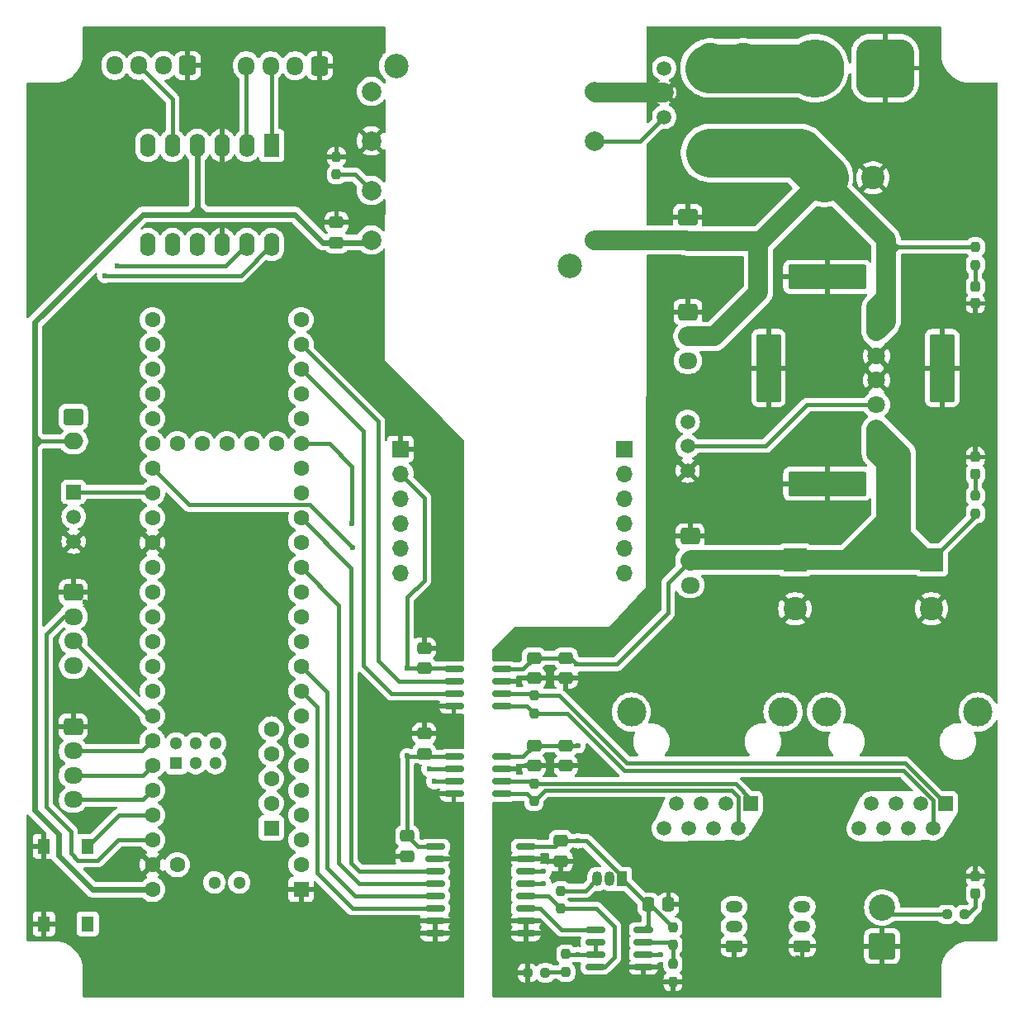
<source format=gtl>
G04 #@! TF.GenerationSoftware,KiCad,Pcbnew,8.0.7-8.0.7-0~ubuntu22.04.1*
G04 #@! TF.CreationDate,2025-02-10T08:16:06+09:00*
G04 #@! TF.ProjectId,CoRE2025MainBoard_1,436f5245-3230-4323-954d-61696e426f61,rev?*
G04 #@! TF.SameCoordinates,Original*
G04 #@! TF.FileFunction,Copper,L1,Top*
G04 #@! TF.FilePolarity,Positive*
%FSLAX46Y46*%
G04 Gerber Fmt 4.6, Leading zero omitted, Abs format (unit mm)*
G04 Created by KiCad (PCBNEW 8.0.7-8.0.7-0~ubuntu22.04.1) date 2025-02-10 08:16:06*
%MOMM*%
%LPD*%
G01*
G04 APERTURE LIST*
G04 Aperture macros list*
%AMRoundRect*
0 Rectangle with rounded corners*
0 $1 Rounding radius*
0 $2 $3 $4 $5 $6 $7 $8 $9 X,Y pos of 4 corners*
0 Add a 4 corners polygon primitive as box body*
4,1,4,$2,$3,$4,$5,$6,$7,$8,$9,$2,$3,0*
0 Add four circle primitives for the rounded corners*
1,1,$1+$1,$2,$3*
1,1,$1+$1,$4,$5*
1,1,$1+$1,$6,$7*
1,1,$1+$1,$8,$9*
0 Add four rect primitives between the rounded corners*
20,1,$1+$1,$2,$3,$4,$5,0*
20,1,$1+$1,$4,$5,$6,$7,0*
20,1,$1+$1,$6,$7,$8,$9,0*
20,1,$1+$1,$8,$9,$2,$3,0*%
G04 Aperture macros list end*
G04 #@! TA.AperFunction,ComponentPad*
%ADD10C,2.780000*%
G04 #@! TD*
G04 #@! TA.AperFunction,ComponentPad*
%ADD11R,1.700000X1.700000*%
G04 #@! TD*
G04 #@! TA.AperFunction,ComponentPad*
%ADD12O,1.700000X1.700000*%
G04 #@! TD*
G04 #@! TA.AperFunction,ComponentPad*
%ADD13R,2.400000X2.400000*%
G04 #@! TD*
G04 #@! TA.AperFunction,ComponentPad*
%ADD14C,2.400000*%
G04 #@! TD*
G04 #@! TA.AperFunction,SMDPad,CuDef*
%ADD15RoundRect,0.250000X0.475000X-0.337500X0.475000X0.337500X-0.475000X0.337500X-0.475000X-0.337500X0*%
G04 #@! TD*
G04 #@! TA.AperFunction,SMDPad,CuDef*
%ADD16RoundRect,0.237500X-0.237500X0.250000X-0.237500X-0.250000X0.237500X-0.250000X0.237500X0.250000X0*%
G04 #@! TD*
G04 #@! TA.AperFunction,ComponentPad*
%ADD17C,2.500000*%
G04 #@! TD*
G04 #@! TA.AperFunction,ComponentPad*
%ADD18C,2.000000*%
G04 #@! TD*
G04 #@! TA.AperFunction,SMDPad,CuDef*
%ADD19RoundRect,0.237500X0.237500X-0.250000X0.237500X0.250000X-0.237500X0.250000X-0.237500X-0.250000X0*%
G04 #@! TD*
G04 #@! TA.AperFunction,SMDPad,CuDef*
%ADD20RoundRect,0.250000X-0.475000X0.337500X-0.475000X-0.337500X0.475000X-0.337500X0.475000X0.337500X0*%
G04 #@! TD*
G04 #@! TA.AperFunction,ComponentPad*
%ADD21C,1.500000*%
G04 #@! TD*
G04 #@! TA.AperFunction,SMDPad,CuDef*
%ADD22R,1.300000X1.550000*%
G04 #@! TD*
G04 #@! TA.AperFunction,ComponentPad*
%ADD23RoundRect,0.250000X-0.750000X0.600000X-0.750000X-0.600000X0.750000X-0.600000X0.750000X0.600000X0*%
G04 #@! TD*
G04 #@! TA.AperFunction,ComponentPad*
%ADD24O,2.000000X1.700000*%
G04 #@! TD*
G04 #@! TA.AperFunction,ComponentPad*
%ADD25RoundRect,0.250000X0.600000X0.725000X-0.600000X0.725000X-0.600000X-0.725000X0.600000X-0.725000X0*%
G04 #@! TD*
G04 #@! TA.AperFunction,ComponentPad*
%ADD26O,1.700000X1.950000*%
G04 #@! TD*
G04 #@! TA.AperFunction,SMDPad,CuDef*
%ADD27RoundRect,0.150000X-0.825000X-0.150000X0.825000X-0.150000X0.825000X0.150000X-0.825000X0.150000X0*%
G04 #@! TD*
G04 #@! TA.AperFunction,ComponentPad*
%ADD28RoundRect,0.250000X-0.725000X0.600000X-0.725000X-0.600000X0.725000X-0.600000X0.725000X0.600000X0*%
G04 #@! TD*
G04 #@! TA.AperFunction,ComponentPad*
%ADD29O,1.950000X1.700000*%
G04 #@! TD*
G04 #@! TA.AperFunction,ComponentPad*
%ADD30RoundRect,0.250000X0.625000X-0.350000X0.625000X0.350000X-0.625000X0.350000X-0.625000X-0.350000X0*%
G04 #@! TD*
G04 #@! TA.AperFunction,ComponentPad*
%ADD31O,1.750000X1.200000*%
G04 #@! TD*
G04 #@! TA.AperFunction,SMDPad,CuDef*
%ADD32RoundRect,0.237500X0.250000X0.237500X-0.250000X0.237500X-0.250000X-0.237500X0.250000X-0.237500X0*%
G04 #@! TD*
G04 #@! TA.AperFunction,ComponentPad*
%ADD33RoundRect,0.250001X1.099999X-1.099999X1.099999X1.099999X-1.099999X1.099999X-1.099999X-1.099999X0*%
G04 #@! TD*
G04 #@! TA.AperFunction,ComponentPad*
%ADD34C,2.700000*%
G04 #@! TD*
G04 #@! TA.AperFunction,SMDPad,CuDef*
%ADD35RoundRect,0.237500X0.237500X-0.287500X0.237500X0.287500X-0.237500X0.287500X-0.237500X-0.287500X0*%
G04 #@! TD*
G04 #@! TA.AperFunction,ComponentPad*
%ADD36R,1.500000X1.500000*%
G04 #@! TD*
G04 #@! TA.AperFunction,ComponentPad*
%ADD37C,3.000000*%
G04 #@! TD*
G04 #@! TA.AperFunction,SMDPad,CuDef*
%ADD38RoundRect,0.150000X-0.875000X-0.150000X0.875000X-0.150000X0.875000X0.150000X-0.875000X0.150000X0*%
G04 #@! TD*
G04 #@! TA.AperFunction,ComponentPad*
%ADD39RoundRect,1.500000X1.500000X1.500000X-1.500000X1.500000X-1.500000X-1.500000X1.500000X-1.500000X0*%
G04 #@! TD*
G04 #@! TA.AperFunction,ComponentPad*
%ADD40C,6.000000*%
G04 #@! TD*
G04 #@! TA.AperFunction,ComponentPad*
%ADD41R,1.600000X2.400000*%
G04 #@! TD*
G04 #@! TA.AperFunction,ComponentPad*
%ADD42O,1.600000X2.400000*%
G04 #@! TD*
G04 #@! TA.AperFunction,SMDPad,CuDef*
%ADD43RoundRect,0.237500X-0.237500X0.287500X-0.237500X-0.287500X0.237500X-0.287500X0.237500X0.287500X0*%
G04 #@! TD*
G04 #@! TA.AperFunction,SMDPad,CuDef*
%ADD44RoundRect,0.250000X-0.337500X-0.475000X0.337500X-0.475000X0.337500X0.475000X-0.337500X0.475000X0*%
G04 #@! TD*
G04 #@! TA.AperFunction,SMDPad,CuDef*
%ADD45RoundRect,0.237500X-0.250000X-0.237500X0.250000X-0.237500X0.250000X0.237500X-0.250000X0.237500X0*%
G04 #@! TD*
G04 #@! TA.AperFunction,ComponentPad*
%ADD46C,1.800000*%
G04 #@! TD*
G04 #@! TA.AperFunction,ComponentPad*
%ADD47RoundRect,0.208333X-3.791667X1.041667X-3.791667X-1.041667X3.791667X-1.041667X3.791667X1.041667X0*%
G04 #@! TD*
G04 #@! TA.AperFunction,ComponentPad*
%ADD48RoundRect,0.208333X-1.041667X3.291667X-1.041667X-3.291667X1.041667X-3.291667X1.041667X3.291667X0*%
G04 #@! TD*
G04 #@! TA.AperFunction,ComponentPad*
%ADD49R,1.050000X1.500000*%
G04 #@! TD*
G04 #@! TA.AperFunction,ComponentPad*
%ADD50O,1.050000X1.500000*%
G04 #@! TD*
G04 #@! TA.AperFunction,ComponentPad*
%ADD51R,1.600000X1.600000*%
G04 #@! TD*
G04 #@! TA.AperFunction,ComponentPad*
%ADD52C,1.600000*%
G04 #@! TD*
G04 #@! TA.AperFunction,ComponentPad*
%ADD53R,1.300000X1.300000*%
G04 #@! TD*
G04 #@! TA.AperFunction,ComponentPad*
%ADD54C,1.300000*%
G04 #@! TD*
G04 #@! TA.AperFunction,ViaPad*
%ADD55C,0.600000*%
G04 #@! TD*
G04 #@! TA.AperFunction,Conductor*
%ADD56C,5.000000*%
G04 #@! TD*
G04 #@! TA.AperFunction,Conductor*
%ADD57C,0.400000*%
G04 #@! TD*
G04 #@! TA.AperFunction,Conductor*
%ADD58C,2.000000*%
G04 #@! TD*
G04 #@! TA.AperFunction,Conductor*
%ADD59C,0.600000*%
G04 #@! TD*
G04 APERTURE END LIST*
D10*
X173700000Y-53290000D03*
X170300000Y-53290000D03*
X173700000Y-63210000D03*
X170300000Y-63210000D03*
D11*
X138542500Y-93545000D03*
D12*
X138542500Y-96085000D03*
X138542500Y-98625000D03*
X138542500Y-101165000D03*
X138542500Y-103705000D03*
X138542500Y-106245000D03*
X161507500Y-106245000D03*
X161507500Y-103705000D03*
X161507500Y-101165000D03*
X161507500Y-98625000D03*
X161507500Y-96085000D03*
D11*
X161507500Y-93545000D03*
D13*
X193000000Y-104926041D03*
D14*
X193000000Y-109926041D03*
D15*
X141000000Y-116037500D03*
X141000000Y-113962500D03*
X132000000Y-72387500D03*
X132000000Y-70312500D03*
D16*
X152250000Y-118837500D03*
X152250000Y-120662500D03*
D17*
X155890000Y-74750000D03*
X138110000Y-54250000D03*
D18*
X158430000Y-72120000D03*
X158430000Y-61960000D03*
X158430000Y-56880000D03*
X135570000Y-56880000D03*
X135570000Y-61960000D03*
X135570000Y-67040000D03*
X135570000Y-72120000D03*
D19*
X132000000Y-65412500D03*
X132000000Y-63587500D03*
D20*
X155000000Y-133712500D03*
X155000000Y-135787500D03*
D21*
X168000000Y-95750000D03*
X168000000Y-93250000D03*
X168000000Y-90750000D03*
D22*
X106500000Y-134275000D03*
X106500000Y-142225000D03*
X102000000Y-134275000D03*
X102000000Y-142225000D03*
D23*
X105025000Y-90250000D03*
D24*
X105025000Y-92750000D03*
D25*
X116750000Y-54225000D03*
D26*
X114250000Y-54225000D03*
X111750000Y-54225000D03*
X109250000Y-54225000D03*
D25*
X130250000Y-54250000D03*
D26*
X127750000Y-54250000D03*
X125250000Y-54250000D03*
X122750000Y-54250000D03*
D15*
X141000000Y-124787500D03*
X141000000Y-122712500D03*
D27*
X158525000Y-142845000D03*
X158525000Y-144115000D03*
X158525000Y-145385000D03*
X158525000Y-146655000D03*
X163475000Y-146655000D03*
X163475000Y-145385000D03*
X163475000Y-144115000D03*
X163475000Y-142845000D03*
D28*
X168250000Y-102500000D03*
D29*
X168250000Y-105000000D03*
X168250000Y-107500000D03*
D30*
X179750000Y-144500000D03*
D31*
X179750000Y-142500000D03*
X179750000Y-140500000D03*
D32*
X153412500Y-147250000D03*
X151587500Y-147250000D03*
D33*
X187950000Y-144507500D03*
D34*
X187950000Y-140547500D03*
D23*
X168000000Y-69750000D03*
D24*
X168000000Y-72250000D03*
D35*
X197500000Y-78625000D03*
X197500000Y-76875000D03*
D36*
X174445000Y-129905000D03*
D21*
X173175000Y-132445000D03*
X171905000Y-129905000D03*
X170635000Y-132445000D03*
X169365000Y-129905000D03*
X168095000Y-132445000D03*
X166825000Y-129905000D03*
X165555000Y-132445000D03*
D37*
X177770000Y-120505000D03*
X162230000Y-120505000D03*
D38*
X142100000Y-134305000D03*
X142100000Y-135575000D03*
X142100000Y-136845000D03*
X142100000Y-138115000D03*
X142100000Y-139385000D03*
X142100000Y-140655000D03*
X142100000Y-141925000D03*
X142100000Y-143195000D03*
X151400000Y-143195000D03*
X151400000Y-141925000D03*
X151400000Y-140655000D03*
X151400000Y-139385000D03*
X151400000Y-138115000D03*
X151400000Y-136845000D03*
X151400000Y-135575000D03*
X151400000Y-134305000D03*
D36*
X194445000Y-129905000D03*
D21*
X193175000Y-132445000D03*
X191905000Y-129905000D03*
X190635000Y-132445000D03*
X189365000Y-129905000D03*
X188095000Y-132445000D03*
X186825000Y-129905000D03*
X185555000Y-132445000D03*
D37*
X197770000Y-120505000D03*
X182230000Y-120505000D03*
D20*
X152250000Y-114962500D03*
X152250000Y-117037500D03*
D28*
X105025000Y-108250000D03*
D29*
X105025000Y-110750000D03*
X105025000Y-113250000D03*
X105025000Y-115750000D03*
D39*
X188250000Y-54500000D03*
D40*
X181050000Y-54500000D03*
D27*
X144025000Y-125095000D03*
X144025000Y-126365000D03*
X144025000Y-127635000D03*
X144025000Y-128905000D03*
X148975000Y-128905000D03*
X148975000Y-127635000D03*
X148975000Y-126365000D03*
X148975000Y-125095000D03*
D41*
X125350000Y-62425000D03*
D42*
X122810000Y-62425000D03*
X120270000Y-62425000D03*
X117730000Y-62425000D03*
X115190000Y-62425000D03*
X112650000Y-62425000D03*
X112650000Y-72585000D03*
X115190000Y-72585000D03*
X117730000Y-72585000D03*
X120270000Y-72585000D03*
X122810000Y-72585000D03*
X125350000Y-72585000D03*
D43*
X197500000Y-94375000D03*
X197500000Y-96125000D03*
D16*
X155500000Y-145337500D03*
X155500000Y-147162500D03*
D20*
X155500000Y-114962500D03*
X155500000Y-117037500D03*
D44*
X163962500Y-140250000D03*
X166037500Y-140250000D03*
D20*
X152250000Y-123962500D03*
X152250000Y-126037500D03*
D28*
X105000000Y-122000000D03*
D29*
X105000000Y-124500000D03*
X105000000Y-127000000D03*
X105000000Y-129500000D03*
D16*
X152250000Y-127837500D03*
X152250000Y-129662500D03*
D45*
X194587500Y-141250000D03*
X196412500Y-141250000D03*
D21*
X165600000Y-59500000D03*
X165600000Y-57000000D03*
X165600000Y-54500000D03*
D28*
X168025000Y-79500000D03*
D29*
X168025000Y-82000000D03*
X168025000Y-84500000D03*
D13*
X182000000Y-65750000D03*
D14*
X187000000Y-65750000D03*
D16*
X166500000Y-142587500D03*
X166500000Y-144412500D03*
D18*
X187350000Y-79000000D03*
D46*
X187350000Y-81500000D03*
D47*
X182300000Y-75900000D03*
D46*
X187350000Y-84000000D03*
D48*
X194100000Y-85250000D03*
X176300000Y-85250000D03*
D46*
X187350000Y-86500000D03*
D47*
X182300000Y-97100000D03*
D46*
X187350000Y-89000000D03*
X187350000Y-91500000D03*
D18*
X187350000Y-94000000D03*
D49*
X161270000Y-137640000D03*
D50*
X160000000Y-137640000D03*
X158730000Y-137640000D03*
D36*
X105050000Y-97950000D03*
D21*
X105050000Y-100490000D03*
X105050000Y-103030000D03*
D13*
X179000000Y-104926041D03*
D14*
X179000000Y-109926041D03*
D20*
X139250000Y-133212500D03*
X139250000Y-135287500D03*
D43*
X197500000Y-137375000D03*
X197500000Y-139125000D03*
D27*
X144025000Y-116095000D03*
X144025000Y-117365000D03*
X144025000Y-118635000D03*
X144025000Y-119905000D03*
X148975000Y-119905000D03*
X148975000Y-118635000D03*
X148975000Y-117365000D03*
X148975000Y-116095000D03*
D16*
X197500000Y-72837500D03*
X197500000Y-74662500D03*
D20*
X155500000Y-123962500D03*
X155500000Y-126037500D03*
D30*
X172750000Y-144500000D03*
D31*
X172750000Y-142500000D03*
X172750000Y-140500000D03*
D19*
X197500000Y-100162500D03*
X197500000Y-98337500D03*
D16*
X166500000Y-146337500D03*
X166500000Y-148162500D03*
D19*
X155000000Y-140662500D03*
X155000000Y-138837500D03*
D51*
X128370000Y-138710000D03*
D52*
X128370000Y-136170000D03*
X128370000Y-133630000D03*
X128370000Y-131090000D03*
X128370000Y-128550000D03*
X128370000Y-126010000D03*
X128370000Y-123470000D03*
X128370000Y-120930000D03*
X128370000Y-118390000D03*
X128370000Y-115850000D03*
X128370000Y-113310000D03*
X128370000Y-110770000D03*
X128370000Y-108230000D03*
X128370000Y-105690000D03*
X128370000Y-103150000D03*
X128370000Y-100610000D03*
X128370000Y-98070000D03*
X128370000Y-95530000D03*
X128370000Y-92990000D03*
X128370000Y-90450000D03*
X128370000Y-87910000D03*
X128370000Y-85370000D03*
X128370000Y-82830000D03*
X128370000Y-80290000D03*
X113130000Y-80290000D03*
X113130000Y-82830000D03*
X113130000Y-85370000D03*
X113130000Y-87910000D03*
X113130000Y-90450000D03*
X113130000Y-92990000D03*
X113130000Y-95530000D03*
X113130000Y-98070000D03*
X113130000Y-100610000D03*
X113130000Y-103150000D03*
X113130000Y-105690000D03*
X113130000Y-108230000D03*
X113130000Y-110770000D03*
X113130000Y-113310000D03*
X113130000Y-115850000D03*
X113130000Y-118390000D03*
X113130000Y-120930000D03*
X113130000Y-123470000D03*
X113130000Y-126010000D03*
X113130000Y-128550000D03*
X113130000Y-131090000D03*
X113130000Y-133630000D03*
X113130000Y-136170000D03*
X113130000Y-138710000D03*
X115670000Y-136170000D03*
X125830000Y-92990000D03*
X123290000Y-92990000D03*
X120750000Y-92990000D03*
X118210000Y-92990000D03*
X115670000Y-92990000D03*
D51*
X125319200Y-132410800D03*
D52*
X125319200Y-129870800D03*
X125319200Y-127330800D03*
X125319200Y-124790800D03*
X125319200Y-122250800D03*
D53*
X115568400Y-125740000D03*
D54*
X117568400Y-125740000D03*
X119568400Y-125740000D03*
X119568400Y-123740000D03*
X117568400Y-123740000D03*
X115568400Y-123740000D03*
X119480000Y-137980000D03*
X122020000Y-137980000D03*
D55*
X179250000Y-58750000D03*
X173500000Y-58750000D03*
X169250000Y-58750000D03*
X156750000Y-123962500D03*
X156625000Y-115625000D03*
X156750000Y-133712500D03*
X184750000Y-120750000D03*
X160050000Y-126750000D03*
X168750000Y-74500000D03*
X162000000Y-135000000D03*
X199250000Y-75750000D03*
X153500000Y-149250000D03*
X184250000Y-115750000D03*
X158250000Y-132250000D03*
X194250000Y-70750000D03*
X164600000Y-67000000D03*
X161450000Y-129650000D03*
X148500000Y-139250000D03*
X175000000Y-91500000D03*
X185750000Y-99750000D03*
X148500000Y-144250000D03*
X194250000Y-75750000D03*
X199250000Y-95750000D03*
X199250000Y-115750000D03*
X189250000Y-120750000D03*
X169250000Y-135750000D03*
X164400000Y-108600000D03*
X174250000Y-135750000D03*
X163500000Y-133000000D03*
X188500000Y-149250000D03*
X166550000Y-111950000D03*
X189750000Y-70750000D03*
X174250000Y-145750000D03*
X178250000Y-72750000D03*
X194250000Y-143750000D03*
X189250000Y-65750000D03*
X199250000Y-125750000D03*
X199250000Y-70750000D03*
X153750000Y-126000000D03*
X177000000Y-94750000D03*
X184250000Y-135750000D03*
X164600000Y-70200000D03*
X180750000Y-90750000D03*
X189250000Y-60750000D03*
X194250000Y-135750000D03*
X168500000Y-149250000D03*
X199250000Y-130750000D03*
X164600000Y-87600000D03*
X160400000Y-112600000D03*
X170250000Y-69750000D03*
X194250000Y-55750000D03*
X194250000Y-60750000D03*
X167750000Y-110000000D03*
X170250000Y-79250000D03*
X179250000Y-135750000D03*
X194250000Y-115750000D03*
X169250000Y-140750000D03*
X164200000Y-58600000D03*
X183750000Y-58750000D03*
X164200000Y-55400000D03*
X189250000Y-115750000D03*
X169250000Y-145750000D03*
X183500000Y-149250000D03*
X199250000Y-65750000D03*
X148500000Y-134250000D03*
X194200000Y-139700000D03*
X165400000Y-136150000D03*
X189750000Y-82750000D03*
X164600000Y-103200000D03*
X184750000Y-90750000D03*
X168000000Y-122500000D03*
X199250000Y-80750000D03*
X148800000Y-114600000D03*
X194250000Y-100750000D03*
X194250000Y-65750000D03*
X179250000Y-50750000D03*
X194250000Y-80750000D03*
X199250000Y-135750000D03*
X189250000Y-50750000D03*
X164600000Y-74800000D03*
X171000000Y-91500000D03*
X164450000Y-131250000D03*
X194250000Y-90750000D03*
X182600000Y-145100000D03*
X184250000Y-110750000D03*
X178500000Y-149250000D03*
X158500000Y-149250000D03*
X174250000Y-110750000D03*
X190250000Y-144000000D03*
X176750000Y-144750000D03*
X183750000Y-62750000D03*
X164000000Y-138250000D03*
X172250000Y-102500000D03*
X194250000Y-125750000D03*
X164600000Y-64800000D03*
X155250000Y-132000000D03*
X155250000Y-129750000D03*
X158550000Y-117350000D03*
X172250000Y-124250000D03*
X164250000Y-50750000D03*
X189500000Y-88500000D03*
X153750000Y-117000000D03*
X178100000Y-139250000D03*
X185000000Y-87500000D03*
X190000000Y-139750000D03*
X162950000Y-115550000D03*
X164400000Y-62200000D03*
X174250000Y-70000000D03*
X184250000Y-145750000D03*
X194250000Y-95750000D03*
X181500000Y-69250000D03*
X185500000Y-73000000D03*
X148500000Y-130250000D03*
X184250000Y-130750000D03*
X164600000Y-92600000D03*
X199250000Y-85750000D03*
X194250000Y-120750000D03*
X173000000Y-83000000D03*
X173250000Y-74500000D03*
X199250000Y-105750000D03*
X174250000Y-115750000D03*
X189250000Y-135750000D03*
X183000000Y-102500000D03*
X164600000Y-77800000D03*
X179250000Y-145750000D03*
X171750000Y-94750000D03*
X158250000Y-125050000D03*
X199250000Y-100750000D03*
X185250000Y-78750000D03*
X150600000Y-112400000D03*
X179250000Y-115750000D03*
X167750000Y-115500000D03*
X164400000Y-97600000D03*
X193500000Y-149250000D03*
X158500000Y-129500000D03*
X199400000Y-139900000D03*
X182950000Y-139650000D03*
X184250000Y-50750000D03*
X175000000Y-139300000D03*
X177250000Y-79250000D03*
X199250000Y-143500000D03*
X179750000Y-87500000D03*
X150750000Y-117250000D03*
X150750000Y-126250000D03*
X199250000Y-90750000D03*
X168750000Y-88000000D03*
X163500000Y-149250000D03*
X173500000Y-149250000D03*
X151750000Y-132250000D03*
X189250000Y-110750000D03*
X199250000Y-60750000D03*
X199250000Y-110750000D03*
X179250000Y-130750000D03*
X164600000Y-82600000D03*
X148500000Y-149250000D03*
X139250000Y-116000000D03*
X139250000Y-125000000D03*
X140750000Y-120250000D03*
X121750000Y-65750000D03*
X114500000Y-149250000D03*
X134500000Y-141750000D03*
X100750000Y-59250000D03*
X131750000Y-60750000D03*
X111750000Y-50750000D03*
X124500000Y-134250000D03*
X126350000Y-114450000D03*
X104250000Y-88000000D03*
X119500000Y-149250000D03*
X134500000Y-149250000D03*
X144250000Y-123250000D03*
X114950000Y-114350000D03*
X104500000Y-56500000D03*
X113250000Y-66000000D03*
X109500000Y-64250000D03*
X144500000Y-104250000D03*
X119500000Y-134250000D03*
X119500000Y-54250000D03*
X116250000Y-64500000D03*
X116500000Y-77000000D03*
X144000000Y-131000000D03*
X126250000Y-119150000D03*
X134500000Y-144250000D03*
X144500000Y-134250000D03*
X129500000Y-74250000D03*
X129250000Y-78500000D03*
X106500000Y-131500000D03*
X104500000Y-69250000D03*
X140750000Y-111750000D03*
X144500000Y-139250000D03*
X114950000Y-109350000D03*
X126500000Y-83500000D03*
X136050000Y-83950000D03*
X121250000Y-60250000D03*
X109500000Y-149250000D03*
X126750000Y-65750000D03*
X116000000Y-67750000D03*
X110000000Y-116250000D03*
X126750000Y-68250000D03*
X139500000Y-141750000D03*
X141000000Y-130750000D03*
X134750000Y-127750000D03*
X104500000Y-84250000D03*
X106750000Y-50750000D03*
X135750000Y-135500000D03*
X109500000Y-59250000D03*
X124500000Y-139250000D03*
X111250000Y-121500000D03*
X134850000Y-123950000D03*
X134500000Y-54250000D03*
X139500000Y-149250000D03*
X106750000Y-106750000D03*
X115250000Y-90750000D03*
X144500000Y-149250000D03*
X126750000Y-50750000D03*
X100750000Y-56500000D03*
X114500000Y-144250000D03*
X130250000Y-139250000D03*
X124750000Y-75250000D03*
X102250000Y-111000000D03*
X144500000Y-109250000D03*
X119500000Y-84250000D03*
X137500000Y-135500000D03*
X140250000Y-126000000D03*
X142350000Y-91350000D03*
X107250000Y-123250000D03*
X126550000Y-109050000D03*
X124500000Y-79250000D03*
X100750000Y-74250000D03*
X100750000Y-64250000D03*
X109500000Y-69250000D03*
X114750000Y-138250000D03*
X115250000Y-56000000D03*
X129500000Y-149250000D03*
X100750000Y-78500000D03*
X144500000Y-114250000D03*
X106250000Y-109250000D03*
X129750000Y-67500000D03*
X134500000Y-74250000D03*
X123250000Y-84500000D03*
X110000000Y-136500000D03*
X108250000Y-120750000D03*
X109500000Y-144250000D03*
X119500000Y-65250000D03*
X104500000Y-64250000D03*
X119500000Y-89250000D03*
X116500000Y-60250000D03*
X136750000Y-50750000D03*
X119500000Y-114250000D03*
X124500000Y-149250000D03*
X129250000Y-56000000D03*
X134750000Y-131350000D03*
X118750000Y-57750000D03*
X114950000Y-99950000D03*
X103500000Y-114500000D03*
X132650000Y-81950000D03*
X104500000Y-59250000D03*
X115000000Y-129250000D03*
X144500000Y-94250000D03*
X144500000Y-99250000D03*
X119500000Y-119250000D03*
X131750000Y-55750000D03*
X119500000Y-109250000D03*
X118750000Y-100500000D03*
X106750000Y-101000000D03*
X106750000Y-112250000D03*
X138050000Y-127750000D03*
X114750000Y-134250000D03*
X132850000Y-78650000D03*
X115500000Y-82250000D03*
X140750000Y-108750000D03*
X139450000Y-88650000D03*
X135050000Y-119850000D03*
X135850000Y-78950000D03*
X128750000Y-62000000D03*
X110750000Y-56250000D03*
X119500000Y-129250000D03*
X119500000Y-68000000D03*
X100750000Y-69250000D03*
X126500000Y-90750000D03*
X116750000Y-50750000D03*
X123000000Y-90750000D03*
X131750000Y-50750000D03*
X103500000Y-96500000D03*
X104500000Y-74250000D03*
X138000000Y-120000000D03*
X119500000Y-77000000D03*
X126550000Y-105850000D03*
X119500000Y-104250000D03*
X115050000Y-104250000D03*
X104500000Y-139250000D03*
X138000000Y-124000000D03*
X114950000Y-119450000D03*
X144500000Y-144250000D03*
X104500000Y-119250000D03*
X115250000Y-87000000D03*
X129500000Y-144250000D03*
X121750000Y-50750000D03*
X104500000Y-79250000D03*
X126750000Y-58250000D03*
X136250000Y-74650000D03*
X119500000Y-144250000D03*
X124500000Y-144250000D03*
X102750000Y-105750000D03*
X139500000Y-144250000D03*
X153250000Y-138115000D03*
X153250000Y-136845000D03*
X165250000Y-145385000D03*
X133585000Y-101165000D03*
X133625000Y-103625000D03*
X108250000Y-75750000D03*
X109500000Y-74750000D03*
X141500000Y-126365000D03*
X142000000Y-127635000D03*
X156750000Y-145385000D03*
D56*
X181050000Y-54500000D02*
X170250000Y-54500000D01*
X170300000Y-63210000D02*
X179460000Y-63210000D01*
X179460000Y-63210000D02*
X182000000Y-65750000D01*
D57*
X151117500Y-125095000D02*
X152250000Y-123962500D01*
D58*
X189911979Y-94061979D02*
X187350000Y-91500000D01*
D57*
X148975000Y-125095000D02*
X151117500Y-125095000D01*
X148975000Y-116095000D02*
X151117500Y-116095000D01*
D58*
X189911979Y-103588021D02*
X191250000Y-104926041D01*
X187350000Y-91500000D02*
X187350000Y-94000000D01*
X188875000Y-104051041D02*
X188000000Y-104926041D01*
X188875000Y-102551041D02*
X186500000Y-104926041D01*
D57*
X156750000Y-133712500D02*
X157605648Y-133712500D01*
X156750000Y-123962500D02*
X155500000Y-123962500D01*
X166242500Y-142845000D02*
X166500000Y-142587500D01*
X163962500Y-140250000D02*
X163880000Y-140250000D01*
D58*
X187350000Y-94000000D02*
X188350000Y-95000000D01*
D57*
X161270000Y-137376852D02*
X161270000Y-137640000D01*
D58*
X179000000Y-104926041D02*
X168323959Y-104926041D01*
D57*
X151117500Y-116095000D02*
X152250000Y-114962500D01*
D58*
X188875000Y-101375000D02*
X188875000Y-102551041D01*
X193000000Y-104926041D02*
X191250000Y-104926041D01*
D57*
X166000000Y-107250000D02*
X168250000Y-105000000D01*
X164162500Y-140250000D02*
X166500000Y-142587500D01*
X163962500Y-140250000D02*
X163962500Y-142357500D01*
X163962500Y-140250000D02*
X164162500Y-140250000D01*
X152250000Y-114962500D02*
X155500000Y-114962500D01*
D58*
X188350000Y-95000000D02*
X188350000Y-100850000D01*
D57*
X197500000Y-100426041D02*
X193000000Y-104926041D01*
X157605648Y-133712500D02*
X161270000Y-137376852D01*
D58*
X188350000Y-100850000D02*
X192426041Y-104926041D01*
X186500000Y-104926041D02*
X179000000Y-104926041D01*
X188350000Y-100850000D02*
X184273959Y-104926041D01*
D57*
X155500000Y-123962500D02*
X152250000Y-123962500D01*
D58*
X184273959Y-104926041D02*
X179000000Y-104926041D01*
D57*
X163880000Y-140250000D02*
X161270000Y-137640000D01*
X156625000Y-115625000D02*
X160750000Y-115625000D01*
D58*
X188875000Y-101375000D02*
X188875000Y-104051041D01*
D57*
X156625000Y-115625000D02*
X155962500Y-114962500D01*
D58*
X188000000Y-104926041D02*
X186500000Y-104926041D01*
X168323959Y-104926041D02*
X168250000Y-105000000D01*
D57*
X155962500Y-114962500D02*
X155500000Y-114962500D01*
D58*
X191250000Y-104926041D02*
X188000000Y-104926041D01*
D57*
X166000000Y-110375000D02*
X166000000Y-107250000D01*
X154407500Y-134305000D02*
X155000000Y-133712500D01*
D58*
X188350000Y-100850000D02*
X188875000Y-101375000D01*
X188875000Y-102551041D02*
X189911979Y-103588021D01*
X189911979Y-103588021D02*
X189911979Y-94061979D01*
D57*
X151400000Y-134305000D02*
X154407500Y-134305000D01*
X163962500Y-142357500D02*
X163475000Y-142845000D01*
D58*
X192426041Y-104926041D02*
X193000000Y-104926041D01*
D57*
X156750000Y-133712500D02*
X155000000Y-133712500D01*
X197500000Y-100162500D02*
X197500000Y-100426041D01*
X160750000Y-115625000D02*
X166000000Y-110375000D01*
D58*
X158550000Y-57000000D02*
X165600000Y-57000000D01*
X158430000Y-56880000D02*
X158550000Y-57000000D01*
D57*
X139250000Y-125000000D02*
X139250000Y-133212500D01*
X104750000Y-135000000D02*
X104750000Y-132750000D01*
X139287500Y-116037500D02*
X139250000Y-116000000D01*
X102250000Y-130250000D02*
X102250000Y-112525000D01*
X139250000Y-108750000D02*
X141000000Y-107000000D01*
X141000000Y-107000000D02*
X141000000Y-98542500D01*
X109620000Y-133630000D02*
X107500000Y-135750000D01*
X102250000Y-112525000D02*
X104025000Y-110750000D01*
X139250000Y-125000000D02*
X139345000Y-125095000D01*
X141000000Y-116037500D02*
X139287500Y-116037500D01*
X113130000Y-133630000D02*
X109620000Y-133630000D01*
X104750000Y-132750000D02*
X102250000Y-130250000D01*
X142100000Y-134305000D02*
X140342500Y-134305000D01*
X143967500Y-116037500D02*
X144025000Y-116095000D01*
X141000000Y-116037500D02*
X143967500Y-116037500D01*
X140342500Y-134305000D02*
X139250000Y-133212500D01*
X139250000Y-116000000D02*
X139250000Y-108750000D01*
X107500000Y-135750000D02*
X105500000Y-135750000D01*
X105500000Y-135750000D02*
X104750000Y-135000000D01*
X141000000Y-98542500D02*
X138542500Y-96085000D01*
X139345000Y-125095000D02*
X144025000Y-125095000D01*
X101750000Y-92750000D02*
X101650000Y-92750000D01*
X101650000Y-92750000D02*
X101050000Y-92150000D01*
D59*
X101050000Y-80575000D02*
X112125000Y-69500000D01*
X101050000Y-92150000D02*
X101050000Y-80575000D01*
X101050000Y-92750000D02*
X101050000Y-92150000D01*
X113130000Y-138710000D02*
X106960000Y-138710000D01*
X101050000Y-93350000D02*
X101050000Y-92750000D01*
X117750000Y-69500000D02*
X118500000Y-69500000D01*
D57*
X101650000Y-92750000D02*
X101050000Y-93350000D01*
D59*
X127750000Y-69500000D02*
X130637500Y-72387500D01*
X117000000Y-69500000D02*
X117750000Y-69500000D01*
X101050000Y-130539950D02*
X101050000Y-93350000D01*
X118500000Y-69500000D02*
X127750000Y-69500000D01*
X117730000Y-68750000D02*
X117730000Y-68770000D01*
D57*
X101750000Y-92750000D02*
X101050000Y-92750000D01*
D59*
X117730000Y-68770000D02*
X117770000Y-68770000D01*
X130637500Y-72387500D02*
X132000000Y-72387500D01*
X117730000Y-62425000D02*
X117730000Y-68750000D01*
X117730000Y-69480000D02*
X117750000Y-69500000D01*
X132000000Y-72387500D02*
X135302500Y-72387500D01*
X112125000Y-69500000D02*
X117000000Y-69500000D01*
X103500000Y-132989950D02*
X101050000Y-130539950D01*
X103500000Y-135250000D02*
X103500000Y-132989950D01*
D57*
X105025000Y-92750000D02*
X101750000Y-92750000D01*
D59*
X135302500Y-72387500D02*
X135570000Y-72120000D01*
X117770000Y-68770000D02*
X118500000Y-69500000D01*
X106960000Y-138710000D02*
X103500000Y-135250000D01*
X117730000Y-68750000D02*
X117730000Y-69480000D01*
X117730000Y-68770000D02*
X117000000Y-69500000D01*
D57*
X197500000Y-72625000D02*
X197412500Y-72537500D01*
X197500000Y-72837500D02*
X189500000Y-72837500D01*
D58*
X187350000Y-79000000D02*
X187350000Y-81500000D01*
X175000000Y-72250000D02*
X168000000Y-72250000D01*
X182000000Y-65750000D02*
X175250000Y-72500000D01*
X168000000Y-72250000D02*
X167870000Y-72120000D01*
X175250000Y-77500000D02*
X175250000Y-72500000D01*
X188350000Y-78000000D02*
X187350000Y-79000000D01*
X188350000Y-74000000D02*
X188350000Y-78000000D01*
X170750000Y-82000000D02*
X175250000Y-77500000D01*
X175250000Y-72500000D02*
X175000000Y-72250000D01*
D57*
X189500000Y-72850000D02*
X188350000Y-74000000D01*
D58*
X167870000Y-72120000D02*
X158430000Y-72120000D01*
D57*
X189287500Y-72625000D02*
X189500000Y-72837500D01*
D58*
X188350000Y-72100000D02*
X188350000Y-74000000D01*
X188350000Y-80500000D02*
X187350000Y-81500000D01*
D57*
X197412500Y-72537500D02*
X197412500Y-72500000D01*
X189500000Y-72837500D02*
X189500000Y-72850000D01*
X188350000Y-72100000D02*
X188875000Y-72625000D01*
D58*
X188350000Y-78000000D02*
X188350000Y-80500000D01*
D57*
X188875000Y-72625000D02*
X189287500Y-72625000D01*
D58*
X168025000Y-82000000D02*
X170750000Y-82000000D01*
X182000000Y-65750000D02*
X188350000Y-72100000D01*
D57*
X190290000Y-125750000D02*
X194445000Y-129905000D01*
X154837500Y-118837500D02*
X161750000Y-125750000D01*
X161750000Y-125750000D02*
X190290000Y-125750000D01*
X148975000Y-118635000D02*
X152047500Y-118635000D01*
X152047500Y-118635000D02*
X152250000Y-118837500D01*
X152250000Y-118837500D02*
X154837500Y-118837500D01*
X190126346Y-126500000D02*
X161500000Y-126500000D01*
X193175000Y-132445000D02*
X193175000Y-129548654D01*
X155662500Y-120662500D02*
X152250000Y-120662500D01*
X148975000Y-119905000D02*
X151492500Y-119905000D01*
X152250000Y-120662500D02*
X152250000Y-120750000D01*
X161500000Y-126500000D02*
X155662500Y-120662500D01*
X151492500Y-119905000D02*
X152250000Y-120662500D01*
X193175000Y-129548654D02*
X190126346Y-126500000D01*
X172900000Y-127900000D02*
X152312500Y-127900000D01*
X152312500Y-127900000D02*
X152250000Y-127837500D01*
X174445000Y-129905000D02*
X174445000Y-129445000D01*
X152250000Y-127837500D02*
X152047500Y-127635000D01*
X174445000Y-129445000D02*
X172900000Y-127900000D01*
X152047500Y-127635000D02*
X148975000Y-127635000D01*
X172500000Y-128500000D02*
X153412500Y-128500000D01*
X153412500Y-128500000D02*
X152250000Y-129662500D01*
X148975000Y-128905000D02*
X151492500Y-128905000D01*
X173175000Y-129175000D02*
X172500000Y-128500000D01*
X151492500Y-128905000D02*
X152250000Y-129662500D01*
X173175000Y-132445000D02*
X173175000Y-129175000D01*
X151400000Y-138115000D02*
X153250000Y-138115000D01*
X153250000Y-136845000D02*
X151400000Y-136845000D01*
X188652500Y-141250000D02*
X187950000Y-140547500D01*
X194587500Y-141250000D02*
X188652500Y-141250000D01*
X165250000Y-145385000D02*
X163475000Y-145385000D01*
X133585000Y-95335000D02*
X131240000Y-92990000D01*
X133585000Y-101165000D02*
X133585000Y-95335000D01*
X131240000Y-92990000D02*
X128370000Y-92990000D01*
X133625000Y-103625000D02*
X129270000Y-99270000D01*
X116870000Y-99270000D02*
X113130000Y-95530000D01*
X129270000Y-99270000D02*
X116870000Y-99270000D01*
X112705000Y-120930000D02*
X105025000Y-113250000D01*
X113130000Y-120930000D02*
X112705000Y-120930000D01*
X113130000Y-118390000D02*
X112890000Y-118390000D01*
X108250000Y-75750000D02*
X122185000Y-75750000D01*
X122185000Y-75750000D02*
X125350000Y-72585000D01*
X122750000Y-54225000D02*
X122750000Y-62365000D01*
X122750000Y-62365000D02*
X122810000Y-62425000D01*
X115190000Y-57665000D02*
X111750000Y-54225000D01*
X115190000Y-62425000D02*
X115190000Y-57665000D01*
X109500000Y-74750000D02*
X120645000Y-74750000D01*
X120645000Y-74750000D02*
X122810000Y-72585000D01*
X125350000Y-54325000D02*
X125350000Y-62425000D01*
X125250000Y-54225000D02*
X125350000Y-54325000D01*
X124750000Y-54250000D02*
X124775000Y-54225000D01*
X124750000Y-61825000D02*
X125350000Y-62425000D01*
X112100000Y-124500000D02*
X113130000Y-123470000D01*
X105000000Y-124500000D02*
X112100000Y-124500000D01*
X112140000Y-127000000D02*
X105000000Y-127000000D01*
X113130000Y-126010000D02*
X112140000Y-127000000D01*
X113010000Y-97950000D02*
X113130000Y-98070000D01*
X105050000Y-97950000D02*
X113010000Y-97950000D01*
X152905000Y-140655000D02*
X155095000Y-142845000D01*
X155095000Y-142845000D02*
X158525000Y-142845000D01*
X151400000Y-140655000D02*
X152905000Y-140655000D01*
X138365000Y-117365000D02*
X136250000Y-115250000D01*
X144025000Y-117365000D02*
X138365000Y-117365000D01*
X136250000Y-115250000D02*
X136250000Y-90710000D01*
X136250000Y-90710000D02*
X128370000Y-82830000D01*
X144025000Y-126365000D02*
X141500000Y-126365000D01*
X142100000Y-138115000D02*
X134365000Y-138115000D01*
X132250000Y-136000000D02*
X132250000Y-109570000D01*
X134365000Y-138115000D02*
X132250000Y-136000000D01*
X132250000Y-109570000D02*
X128370000Y-105690000D01*
X130000000Y-120020000D02*
X128370000Y-118390000D01*
X130000000Y-137000000D02*
X130000000Y-120020000D01*
X133655000Y-140655000D02*
X130000000Y-137000000D01*
X142100000Y-140655000D02*
X133655000Y-140655000D01*
X133500000Y-136000000D02*
X133500000Y-105740000D01*
X133500000Y-105740000D02*
X128370000Y-100610000D01*
X142100000Y-136845000D02*
X134345000Y-136845000D01*
X134345000Y-136845000D02*
X133500000Y-136000000D01*
X134750000Y-91750000D02*
X128370000Y-85370000D01*
X144025000Y-118635000D02*
X137635000Y-118635000D01*
X134750000Y-115750000D02*
X134750000Y-91750000D01*
X137635000Y-118635000D02*
X134750000Y-115750000D01*
X113130000Y-128550000D02*
X112180000Y-129500000D01*
X112180000Y-129500000D02*
X105000000Y-129500000D01*
X131000000Y-136500000D02*
X131000000Y-118480000D01*
X142100000Y-139385000D02*
X133885000Y-139385000D01*
X133885000Y-139385000D02*
X131000000Y-136500000D01*
X131000000Y-118480000D02*
X128370000Y-115850000D01*
X144025000Y-127635000D02*
X142000000Y-127635000D01*
X151400000Y-139385000D02*
X153722500Y-139385000D01*
X160500000Y-142500000D02*
X158662500Y-140662500D01*
X153722500Y-139385000D02*
X155000000Y-140662500D01*
X159499999Y-146655000D02*
X160500000Y-145654999D01*
X160500000Y-145654999D02*
X160500000Y-142500000D01*
X158662500Y-140662500D02*
X155000000Y-140662500D01*
X158525000Y-146655000D02*
X159499999Y-146655000D01*
X113130000Y-131090000D02*
X109685000Y-131090000D01*
X109685000Y-131090000D02*
X106500000Y-134275000D01*
X155000000Y-138837500D02*
X157532500Y-138837500D01*
X157532500Y-138837500D02*
X158730000Y-137640000D01*
X155547500Y-145385000D02*
X155500000Y-145337500D01*
X158525000Y-145385000D02*
X158525000Y-144115000D01*
X158525000Y-145385000D02*
X156750000Y-145385000D01*
X156750000Y-145385000D02*
X155547500Y-145385000D01*
X132000000Y-65412500D02*
X133942500Y-65412500D01*
X133942500Y-65412500D02*
X135570000Y-67040000D01*
X153500000Y-147162500D02*
X153412500Y-147250000D01*
X155500000Y-147162500D02*
X153500000Y-147162500D01*
X166500000Y-144412500D02*
X166500000Y-146337500D01*
X163475000Y-144115000D02*
X166202500Y-144115000D01*
X166202500Y-144115000D02*
X166500000Y-144412500D01*
X158430000Y-61960000D02*
X163140000Y-61960000D01*
X163140000Y-61960000D02*
X165600000Y-59500000D01*
X187350000Y-89000000D02*
X180250000Y-89000000D01*
X180250000Y-89000000D02*
X176000000Y-93250000D01*
X176000000Y-93250000D02*
X168000000Y-93250000D01*
X196750000Y-141250000D02*
X197500000Y-140500000D01*
X197500000Y-140500000D02*
X197500000Y-139125000D01*
X196412500Y-141250000D02*
X196750000Y-141250000D01*
X197500000Y-96125000D02*
X197500000Y-98337500D01*
X197500000Y-76875000D02*
X197500000Y-74662500D01*
G04 #@! TA.AperFunction,Conductor*
G36*
X193943039Y-50220185D02*
G01*
X193988794Y-50272989D01*
X194000000Y-50324500D01*
X194000000Y-52820095D01*
X193999555Y-52828014D01*
X193999695Y-52828022D01*
X193999500Y-52831495D01*
X193999500Y-53168508D01*
X194037231Y-53503381D01*
X194037233Y-53503397D01*
X194112223Y-53831953D01*
X194112227Y-53831965D01*
X194223532Y-54150054D01*
X194369752Y-54453683D01*
X194369754Y-54453686D01*
X194549054Y-54739039D01*
X194759175Y-55002523D01*
X194997477Y-55240825D01*
X195260961Y-55450946D01*
X195546314Y-55630246D01*
X195849949Y-55776469D01*
X196088848Y-55860063D01*
X196168034Y-55887772D01*
X196168046Y-55887776D01*
X196496606Y-55962767D01*
X196831492Y-56000499D01*
X196831493Y-56000500D01*
X196831496Y-56000500D01*
X197168505Y-56000500D01*
X197171978Y-56000305D01*
X197171985Y-56000444D01*
X197179905Y-56000000D01*
X199675500Y-56000000D01*
X199742539Y-56019685D01*
X199788294Y-56072489D01*
X199799500Y-56124000D01*
X199799500Y-119561684D01*
X199779815Y-119628723D01*
X199727011Y-119674478D01*
X199657853Y-119684422D01*
X199594297Y-119655397D01*
X199566668Y-119621111D01*
X199457229Y-119420690D01*
X199457224Y-119420682D01*
X199285745Y-119191612D01*
X199285729Y-119191594D01*
X199083405Y-118989270D01*
X199083387Y-118989254D01*
X198854317Y-118817775D01*
X198854309Y-118817770D01*
X198603166Y-118680635D01*
X198603167Y-118680635D01*
X198495915Y-118640632D01*
X198335046Y-118580631D01*
X198335043Y-118580630D01*
X198335037Y-118580628D01*
X198055433Y-118519804D01*
X197770001Y-118499390D01*
X197769999Y-118499390D01*
X197484566Y-118519804D01*
X197204962Y-118580628D01*
X196936833Y-118680635D01*
X196685690Y-118817770D01*
X196685682Y-118817775D01*
X196456612Y-118989254D01*
X196456594Y-118989270D01*
X196254270Y-119191594D01*
X196254254Y-119191612D01*
X196082775Y-119420682D01*
X196082770Y-119420690D01*
X195945635Y-119671833D01*
X195845628Y-119939962D01*
X195784804Y-120219566D01*
X195764390Y-120504998D01*
X195764390Y-120505001D01*
X195784804Y-120790433D01*
X195845628Y-121070037D01*
X195945635Y-121338167D01*
X196035447Y-121502644D01*
X196050299Y-121570917D01*
X196025882Y-121636381D01*
X195969949Y-121678253D01*
X195910431Y-121685010D01*
X195838201Y-121675501D01*
X195838193Y-121675500D01*
X195838189Y-121675500D01*
X195591811Y-121675500D01*
X195591803Y-121675500D01*
X195359299Y-121706110D01*
X195347541Y-121707659D01*
X195297246Y-121721135D01*
X195109559Y-121771425D01*
X194881941Y-121865708D01*
X194881931Y-121865712D01*
X194668565Y-121988899D01*
X194473101Y-122138883D01*
X194473094Y-122138889D01*
X194298889Y-122313094D01*
X194298883Y-122313101D01*
X194148899Y-122508565D01*
X194025712Y-122721931D01*
X194025708Y-122721941D01*
X193931425Y-122949559D01*
X193867660Y-123187538D01*
X193867658Y-123187549D01*
X193835500Y-123431803D01*
X193835500Y-123678196D01*
X193848467Y-123776685D01*
X193867659Y-123922459D01*
X193867660Y-123922461D01*
X193931425Y-124160440D01*
X194025708Y-124388058D01*
X194025712Y-124388068D01*
X194148899Y-124601434D01*
X194298883Y-124796898D01*
X194298889Y-124796905D01*
X194473094Y-124971110D01*
X194473101Y-124971116D01*
X194668565Y-125121100D01*
X194881931Y-125244287D01*
X194881932Y-125244287D01*
X194881935Y-125244289D01*
X195109558Y-125338574D01*
X195347541Y-125402341D01*
X195591811Y-125434500D01*
X195591818Y-125434500D01*
X195838182Y-125434500D01*
X195838189Y-125434500D01*
X196082459Y-125402341D01*
X196320442Y-125338574D01*
X196548065Y-125244289D01*
X196761435Y-125121100D01*
X196956900Y-124971115D01*
X197131115Y-124796900D01*
X197281100Y-124601435D01*
X197404289Y-124388065D01*
X197498574Y-124160442D01*
X197562341Y-123922459D01*
X197594500Y-123678189D01*
X197594500Y-123431811D01*
X197562341Y-123187541D01*
X197498574Y-122949558D01*
X197404289Y-122721935D01*
X197378101Y-122676577D01*
X197361629Y-122608678D01*
X197384481Y-122542651D01*
X197439403Y-122499460D01*
X197494333Y-122490894D01*
X197701992Y-122505746D01*
X197769999Y-122510610D01*
X197770000Y-122510610D01*
X197770001Y-122510610D01*
X197798595Y-122508564D01*
X198055428Y-122490196D01*
X198335046Y-122429369D01*
X198603161Y-122329367D01*
X198854315Y-122192226D01*
X199083395Y-122020739D01*
X199285739Y-121818395D01*
X199457226Y-121589315D01*
X199566668Y-121388888D01*
X199616073Y-121339483D01*
X199684346Y-121324631D01*
X199749810Y-121349048D01*
X199791682Y-121404981D01*
X199799500Y-121448315D01*
X199799500Y-143876000D01*
X199779815Y-143943039D01*
X199727011Y-143988794D01*
X199675500Y-144000000D01*
X197179905Y-144000000D01*
X197171985Y-143999555D01*
X197171978Y-143999695D01*
X197168505Y-143999500D01*
X197168504Y-143999500D01*
X196831496Y-143999500D01*
X196831491Y-143999500D01*
X196496618Y-144037231D01*
X196496602Y-144037233D01*
X196168046Y-144112223D01*
X196168034Y-144112227D01*
X195849945Y-144223532D01*
X195546316Y-144369752D01*
X195260962Y-144549053D01*
X194997477Y-144759174D01*
X194759174Y-144997477D01*
X194549053Y-145260962D01*
X194369752Y-145546316D01*
X194223532Y-145849945D01*
X194112227Y-146168034D01*
X194112223Y-146168046D01*
X194037233Y-146496602D01*
X194037231Y-146496618D01*
X194013785Y-146704703D01*
X194004071Y-146740744D01*
X194000000Y-146749999D01*
X194000000Y-146820095D01*
X193999555Y-146828014D01*
X193999695Y-146828022D01*
X193999500Y-146831495D01*
X193999500Y-147168509D01*
X193999695Y-147171983D01*
X193999554Y-147171990D01*
X194000000Y-147179907D01*
X194000000Y-149675500D01*
X193980315Y-149742539D01*
X193927511Y-149788294D01*
X193876000Y-149799500D01*
X148124000Y-149799500D01*
X148056961Y-149779815D01*
X148011206Y-149727011D01*
X148000000Y-149675500D01*
X148000000Y-148461654D01*
X165525001Y-148461654D01*
X165535319Y-148562652D01*
X165589546Y-148726300D01*
X165589551Y-148726311D01*
X165680052Y-148873034D01*
X165680055Y-148873038D01*
X165801961Y-148994944D01*
X165801965Y-148994947D01*
X165948688Y-149085448D01*
X165948699Y-149085453D01*
X166112347Y-149139680D01*
X166213352Y-149149999D01*
X166250000Y-149149999D01*
X166750000Y-149149999D01*
X166786640Y-149149999D01*
X166786654Y-149149998D01*
X166887652Y-149139680D01*
X167051300Y-149085453D01*
X167051311Y-149085448D01*
X167198034Y-148994947D01*
X167198038Y-148994944D01*
X167319944Y-148873038D01*
X167319947Y-148873034D01*
X167410448Y-148726311D01*
X167410453Y-148726300D01*
X167464680Y-148562652D01*
X167474999Y-148461654D01*
X167475000Y-148461641D01*
X167475000Y-148412500D01*
X166750000Y-148412500D01*
X166750000Y-149149999D01*
X166250000Y-149149999D01*
X166250000Y-148412500D01*
X165525001Y-148412500D01*
X165525001Y-148461654D01*
X148000000Y-148461654D01*
X148000000Y-147536654D01*
X150600001Y-147536654D01*
X150610319Y-147637652D01*
X150664546Y-147801300D01*
X150664551Y-147801311D01*
X150755052Y-147948034D01*
X150755055Y-147948038D01*
X150876961Y-148069944D01*
X150876965Y-148069947D01*
X151023688Y-148160448D01*
X151023699Y-148160453D01*
X151187347Y-148214680D01*
X151288351Y-148224999D01*
X151337499Y-148224998D01*
X151337500Y-148224998D01*
X151337500Y-147500000D01*
X150600001Y-147500000D01*
X150600001Y-147536654D01*
X148000000Y-147536654D01*
X148000000Y-146963345D01*
X150600000Y-146963345D01*
X150600000Y-147000000D01*
X151337500Y-147000000D01*
X151337500Y-146275000D01*
X151337499Y-146274999D01*
X151288361Y-146275000D01*
X151288343Y-146275001D01*
X151187347Y-146285319D01*
X151023699Y-146339546D01*
X151023688Y-146339551D01*
X150876965Y-146430052D01*
X150876961Y-146430055D01*
X150755055Y-146551961D01*
X150755052Y-146551965D01*
X150664551Y-146698688D01*
X150664546Y-146698699D01*
X150610319Y-146862347D01*
X150600000Y-146963345D01*
X148000000Y-146963345D01*
X148000000Y-143445001D01*
X149877704Y-143445001D01*
X149877899Y-143447486D01*
X149923718Y-143605198D01*
X150007314Y-143746552D01*
X150007321Y-143746561D01*
X150123438Y-143862678D01*
X150123447Y-143862685D01*
X150264803Y-143946282D01*
X150264806Y-143946283D01*
X150422504Y-143992099D01*
X150422510Y-143992100D01*
X150459350Y-143994999D01*
X150459366Y-143995000D01*
X151150000Y-143995000D01*
X151650000Y-143995000D01*
X152340634Y-143995000D01*
X152340649Y-143994999D01*
X152377489Y-143992100D01*
X152377495Y-143992099D01*
X152535193Y-143946283D01*
X152535196Y-143946282D01*
X152676552Y-143862685D01*
X152676561Y-143862678D01*
X152792678Y-143746561D01*
X152792685Y-143746552D01*
X152876281Y-143605198D01*
X152922100Y-143447486D01*
X152922295Y-143445001D01*
X152922295Y-143445000D01*
X151650000Y-143445000D01*
X151650000Y-143995000D01*
X151150000Y-143995000D01*
X151150000Y-143445000D01*
X149877705Y-143445000D01*
X149877704Y-143445001D01*
X148000000Y-143445001D01*
X148000000Y-142175001D01*
X149877704Y-142175001D01*
X149877899Y-142177486D01*
X149923718Y-142335198D01*
X150007314Y-142476552D01*
X150012100Y-142482722D01*
X150009753Y-142484542D01*
X150036564Y-142533642D01*
X150031580Y-142603334D01*
X150010541Y-142636069D01*
X150012100Y-142637278D01*
X150007314Y-142643447D01*
X149923718Y-142784801D01*
X149877899Y-142942513D01*
X149877704Y-142944998D01*
X149877705Y-142945000D01*
X151150000Y-142945000D01*
X151650000Y-142945000D01*
X152922295Y-142945000D01*
X152922295Y-142944998D01*
X152922100Y-142942513D01*
X152876281Y-142784801D01*
X152792685Y-142643447D01*
X152787900Y-142637278D01*
X152790252Y-142635453D01*
X152763445Y-142586405D01*
X152768402Y-142516712D01*
X152789465Y-142483936D01*
X152787900Y-142482722D01*
X152792685Y-142476552D01*
X152876281Y-142335198D01*
X152922100Y-142177486D01*
X152922295Y-142175001D01*
X152922295Y-142175000D01*
X151650000Y-142175000D01*
X151650000Y-142945000D01*
X151150000Y-142945000D01*
X151150000Y-142175000D01*
X149877705Y-142175000D01*
X149877704Y-142175001D01*
X148000000Y-142175001D01*
X148000000Y-134089298D01*
X149874500Y-134089298D01*
X149874500Y-134520701D01*
X149877401Y-134557567D01*
X149877402Y-134557573D01*
X149923254Y-134715393D01*
X149923255Y-134715396D01*
X149923256Y-134715398D01*
X149960681Y-134778681D01*
X150006917Y-134856862D01*
X150011702Y-134863031D01*
X150009369Y-134864840D01*
X150036210Y-134913995D01*
X150031226Y-134983687D01*
X150010470Y-135016021D01*
X150012097Y-135017283D01*
X150007313Y-135023449D01*
X149923718Y-135164801D01*
X149877899Y-135322513D01*
X149877704Y-135324998D01*
X149877705Y-135325000D01*
X152922295Y-135325000D01*
X152922295Y-135324998D01*
X152922100Y-135322511D01*
X152922099Y-135322505D01*
X152876077Y-135164095D01*
X152876276Y-135094225D01*
X152914218Y-135035555D01*
X152977857Y-135006712D01*
X152995153Y-135005500D01*
X153710468Y-135005500D01*
X153777507Y-135025185D01*
X153823262Y-135077989D01*
X153833206Y-135147147D01*
X153828174Y-135168504D01*
X153785494Y-135297302D01*
X153785493Y-135297309D01*
X153775000Y-135400013D01*
X153775000Y-135537500D01*
X156224999Y-135537500D01*
X156224999Y-135400028D01*
X156224998Y-135400013D01*
X156214505Y-135297302D01*
X156159358Y-135130880D01*
X156159356Y-135130875D01*
X156067315Y-134981654D01*
X155943344Y-134857683D01*
X155943341Y-134857681D01*
X155940339Y-134855829D01*
X155938713Y-134854021D01*
X155937677Y-134853202D01*
X155937817Y-134853024D01*
X155893617Y-134803880D01*
X155882397Y-134734917D01*
X155910243Y-134670836D01*
X155940344Y-134644754D01*
X155943656Y-134642712D01*
X156067712Y-134518656D01*
X156096549Y-134471902D01*
X156148497Y-134425179D01*
X156202088Y-134413000D01*
X156324506Y-134413000D01*
X156390477Y-134432006D01*
X156400474Y-134438287D01*
X156400475Y-134438287D01*
X156400478Y-134438289D01*
X156570745Y-134497868D01*
X156570750Y-134497869D01*
X156749996Y-134518065D01*
X156750000Y-134518065D01*
X156750004Y-134518065D01*
X156929249Y-134497869D01*
X156929252Y-134497868D01*
X156929255Y-134497868D01*
X157099522Y-134438289D01*
X157100488Y-134437681D01*
X157109523Y-134432006D01*
X157175494Y-134413000D01*
X157264129Y-134413000D01*
X157331168Y-134432685D01*
X157351810Y-134449319D01*
X159117409Y-136214918D01*
X159150894Y-136276241D01*
X159145910Y-136345933D01*
X159104038Y-136401866D01*
X159038574Y-136426283D01*
X159005537Y-136424216D01*
X158831007Y-136389500D01*
X158831003Y-136389500D01*
X158628997Y-136389500D01*
X158628992Y-136389500D01*
X158430880Y-136428907D01*
X158430872Y-136428909D01*
X158244247Y-136506212D01*
X158244237Y-136506217D01*
X158076281Y-136618441D01*
X157933441Y-136761281D01*
X157821217Y-136929237D01*
X157821212Y-136929247D01*
X157743909Y-137115872D01*
X157743907Y-137115880D01*
X157704500Y-137313992D01*
X157704500Y-137623481D01*
X157684815Y-137690520D01*
X157668181Y-137711162D01*
X157278662Y-138100681D01*
X157217339Y-138134166D01*
X157190981Y-138137000D01*
X155882052Y-138137000D01*
X155815013Y-138117315D01*
X155794371Y-138100681D01*
X155698351Y-138004661D01*
X155698350Y-138004660D01*
X155551516Y-137914092D01*
X155387753Y-137859826D01*
X155387751Y-137859825D01*
X155286678Y-137849500D01*
X154713330Y-137849500D01*
X154713312Y-137849501D01*
X154612247Y-137859825D01*
X154448484Y-137914092D01*
X154448481Y-137914093D01*
X154301648Y-138004661D01*
X154251382Y-138054927D01*
X154190059Y-138088411D01*
X154120367Y-138083426D01*
X154064434Y-138041555D01*
X154040482Y-137981128D01*
X154035369Y-137935750D01*
X154035368Y-137935745D01*
X154009714Y-137862431D01*
X153975789Y-137765478D01*
X153879816Y-137612738D01*
X153834759Y-137567681D01*
X153801274Y-137506358D01*
X153806258Y-137436666D01*
X153834759Y-137392319D01*
X153879816Y-137347262D01*
X153975789Y-137194522D01*
X154035368Y-137024255D01*
X154047731Y-136914531D01*
X154074797Y-136850117D01*
X154132392Y-136810562D01*
X154202229Y-136808424D01*
X154209955Y-136810708D01*
X154372302Y-136864505D01*
X154372309Y-136864506D01*
X154475019Y-136874999D01*
X154749999Y-136874999D01*
X155250000Y-136874999D01*
X155524972Y-136874999D01*
X155524986Y-136874998D01*
X155627697Y-136864505D01*
X155794119Y-136809358D01*
X155794124Y-136809356D01*
X155943345Y-136717315D01*
X156067315Y-136593345D01*
X156159356Y-136444124D01*
X156159358Y-136444119D01*
X156214505Y-136277697D01*
X156214506Y-136277690D01*
X156224999Y-136174986D01*
X156225000Y-136174973D01*
X156225000Y-136037500D01*
X155250000Y-136037500D01*
X155250000Y-136874999D01*
X154749999Y-136874999D01*
X154750000Y-136874998D01*
X154750000Y-136037500D01*
X153775001Y-136037500D01*
X153762060Y-136050440D01*
X153755316Y-136073410D01*
X153702512Y-136119165D01*
X153633354Y-136129109D01*
X153606318Y-136120872D01*
X153606095Y-136121511D01*
X153429254Y-136059631D01*
X153429249Y-136059630D01*
X153250004Y-136039435D01*
X153249996Y-136039435D01*
X153070750Y-136059630D01*
X153070738Y-136059633D01*
X153057377Y-136064308D01*
X152987598Y-136067866D01*
X152926973Y-136033134D01*
X152894749Y-135971138D01*
X152897353Y-135912668D01*
X152922099Y-135827491D01*
X152922100Y-135827488D01*
X152922295Y-135825001D01*
X152922295Y-135825000D01*
X149877705Y-135825000D01*
X149877704Y-135825001D01*
X149877899Y-135827486D01*
X149923718Y-135985198D01*
X150007314Y-136126552D01*
X150012100Y-136132722D01*
X150009640Y-136134629D01*
X150036210Y-136183288D01*
X150031226Y-136252980D01*
X150010162Y-136285781D01*
X150011699Y-136286974D01*
X150006915Y-136293140D01*
X149923255Y-136434603D01*
X149923254Y-136434606D01*
X149877402Y-136592426D01*
X149877401Y-136592432D01*
X149874500Y-136629298D01*
X149874500Y-137060701D01*
X149877401Y-137097567D01*
X149877402Y-137097573D01*
X149923254Y-137255393D01*
X149923255Y-137255396D01*
X150006917Y-137396862D01*
X150011702Y-137403031D01*
X150009256Y-137404927D01*
X150035857Y-137453642D01*
X150030873Y-137523334D01*
X150010069Y-137555703D01*
X150011702Y-137556969D01*
X150006917Y-137563137D01*
X149923255Y-137704603D01*
X149923254Y-137704606D01*
X149877402Y-137862426D01*
X149877401Y-137862432D01*
X149874500Y-137899298D01*
X149874500Y-138330701D01*
X149877401Y-138367567D01*
X149877402Y-138367573D01*
X149923254Y-138525393D01*
X149923255Y-138525396D01*
X150006917Y-138666862D01*
X150011702Y-138673031D01*
X150009256Y-138674927D01*
X150035857Y-138723642D01*
X150030873Y-138793334D01*
X150010069Y-138825703D01*
X150011702Y-138826969D01*
X150006917Y-138833137D01*
X149923255Y-138974603D01*
X149923254Y-138974606D01*
X149877402Y-139132426D01*
X149877401Y-139132432D01*
X149874500Y-139169298D01*
X149874500Y-139600701D01*
X149877401Y-139637567D01*
X149877402Y-139637573D01*
X149923254Y-139795393D01*
X149923255Y-139795396D01*
X150006917Y-139936862D01*
X150011702Y-139943031D01*
X150009256Y-139944927D01*
X150035857Y-139993642D01*
X150030873Y-140063334D01*
X150010069Y-140095703D01*
X150011702Y-140096969D01*
X150006917Y-140103137D01*
X149923255Y-140244603D01*
X149923254Y-140244606D01*
X149877402Y-140402426D01*
X149877401Y-140402432D01*
X149874500Y-140439298D01*
X149874500Y-140870701D01*
X149877401Y-140907567D01*
X149877402Y-140907573D01*
X149923254Y-141065393D01*
X149923255Y-141065396D01*
X150006917Y-141206862D01*
X150011702Y-141213031D01*
X150009369Y-141214840D01*
X150036210Y-141263995D01*
X150031226Y-141333687D01*
X150010470Y-141366021D01*
X150012097Y-141367283D01*
X150007313Y-141373449D01*
X149923718Y-141514801D01*
X149877899Y-141672513D01*
X149877704Y-141674998D01*
X149877705Y-141675000D01*
X152882981Y-141675000D01*
X152950020Y-141694685D01*
X152970662Y-141711319D01*
X154648453Y-143389111D01*
X154648454Y-143389112D01*
X154763192Y-143465777D01*
X154889400Y-143518053D01*
X154890672Y-143518580D01*
X154890676Y-143518580D01*
X154890677Y-143518581D01*
X155026003Y-143545500D01*
X155026006Y-143545500D01*
X155026007Y-143545500D01*
X156979327Y-143545500D01*
X157046366Y-143565185D01*
X157092121Y-143617989D01*
X157102065Y-143687147D01*
X157098403Y-143704095D01*
X157052402Y-143862426D01*
X157052401Y-143862432D01*
X157049500Y-143899298D01*
X157049500Y-144330701D01*
X157052401Y-144367567D01*
X157074559Y-144443835D01*
X157074359Y-144513704D01*
X157036416Y-144572374D01*
X156972778Y-144601217D01*
X156936258Y-144599673D01*
X156936175Y-144600411D01*
X156750004Y-144579435D01*
X156749996Y-144579435D01*
X156570750Y-144599630D01*
X156570742Y-144599632D01*
X156438774Y-144645810D01*
X156368996Y-144649371D01*
X156310139Y-144616449D01*
X156198351Y-144504661D01*
X156198350Y-144504660D01*
X156051516Y-144414092D01*
X155887753Y-144359826D01*
X155887751Y-144359825D01*
X155786678Y-144349500D01*
X155213330Y-144349500D01*
X155213312Y-144349501D01*
X155112247Y-144359825D01*
X154948484Y-144414092D01*
X154948481Y-144414093D01*
X154801648Y-144504661D01*
X154679661Y-144626648D01*
X154589093Y-144773481D01*
X154589091Y-144773486D01*
X154569325Y-144833137D01*
X154534826Y-144937247D01*
X154534826Y-144937248D01*
X154534825Y-144937248D01*
X154524500Y-145038315D01*
X154524500Y-145636669D01*
X154524501Y-145636687D01*
X154534825Y-145737752D01*
X154589092Y-145901515D01*
X154589093Y-145901518D01*
X154679661Y-146048351D01*
X154793629Y-146162319D01*
X154827114Y-146223642D01*
X154822130Y-146293334D01*
X154793629Y-146337681D01*
X154705629Y-146425681D01*
X154644306Y-146459166D01*
X154617948Y-146462000D01*
X154207052Y-146462000D01*
X154140013Y-146442315D01*
X154129344Y-146433718D01*
X154129013Y-146434138D01*
X154123352Y-146429661D01*
X153976518Y-146339093D01*
X153976513Y-146339091D01*
X153937502Y-146326164D01*
X153812753Y-146284826D01*
X153812751Y-146284825D01*
X153711678Y-146274500D01*
X153113330Y-146274500D01*
X153113312Y-146274501D01*
X153012247Y-146284825D01*
X152848484Y-146339092D01*
X152848481Y-146339093D01*
X152701651Y-146429659D01*
X152587327Y-146543983D01*
X152526004Y-146577467D01*
X152456312Y-146572483D01*
X152411965Y-146543982D01*
X152298038Y-146430055D01*
X152298034Y-146430052D01*
X152151311Y-146339551D01*
X152151300Y-146339546D01*
X151987652Y-146285319D01*
X151886654Y-146275000D01*
X151837500Y-146275000D01*
X151837500Y-148224999D01*
X151886640Y-148224999D01*
X151886654Y-148224998D01*
X151987652Y-148214680D01*
X152151300Y-148160453D01*
X152151311Y-148160448D01*
X152298033Y-148069948D01*
X152411964Y-147956017D01*
X152473287Y-147922532D01*
X152542979Y-147927516D01*
X152587327Y-147956017D01*
X152701650Y-148070340D01*
X152848484Y-148160908D01*
X153012247Y-148215174D01*
X153113323Y-148225500D01*
X153711676Y-148225499D01*
X153711684Y-148225498D01*
X153711687Y-148225498D01*
X153767030Y-148219844D01*
X153812753Y-148215174D01*
X153976516Y-148160908D01*
X154123350Y-148070340D01*
X154245340Y-147948350D01*
X154261652Y-147921904D01*
X154313600Y-147875179D01*
X154367191Y-147863000D01*
X154617948Y-147863000D01*
X154684987Y-147882685D01*
X154705629Y-147899319D01*
X154801650Y-147995340D01*
X154948484Y-148085908D01*
X155112247Y-148140174D01*
X155213323Y-148150500D01*
X155786676Y-148150499D01*
X155786684Y-148150498D01*
X155786687Y-148150498D01*
X155842030Y-148144844D01*
X155887753Y-148140174D01*
X156051516Y-148085908D01*
X156198350Y-147995340D01*
X156320340Y-147873350D01*
X156410908Y-147726516D01*
X156465174Y-147562753D01*
X156475500Y-147461677D01*
X156475499Y-146863324D01*
X156471794Y-146827058D01*
X156465174Y-146762247D01*
X156458174Y-146741124D01*
X156410908Y-146598484D01*
X156320340Y-146451650D01*
X156206371Y-146337681D01*
X156172886Y-146276358D01*
X156177870Y-146206666D01*
X156206370Y-146162320D01*
X156206371Y-146162319D01*
X156242995Y-146125694D01*
X156304315Y-146092210D01*
X156374007Y-146097194D01*
X156396648Y-146108383D01*
X156400475Y-146110788D01*
X156570745Y-146170368D01*
X156570750Y-146170369D01*
X156749996Y-146190565D01*
X156750000Y-146190565D01*
X156750004Y-146190565D01*
X156936175Y-146169589D01*
X156936356Y-146171202D01*
X156997608Y-146174945D01*
X157053973Y-146216234D01*
X157079068Y-146281441D01*
X157074559Y-146326164D01*
X157052401Y-146402432D01*
X157049500Y-146439298D01*
X157049500Y-146870701D01*
X157052401Y-146907567D01*
X157052402Y-146907573D01*
X157098254Y-147065393D01*
X157098255Y-147065396D01*
X157181917Y-147206862D01*
X157181923Y-147206870D01*
X157298129Y-147323076D01*
X157298133Y-147323079D01*
X157298135Y-147323081D01*
X157439602Y-147406744D01*
X157481224Y-147418836D01*
X157597426Y-147452597D01*
X157597429Y-147452597D01*
X157597431Y-147452598D01*
X157634306Y-147455500D01*
X157634314Y-147455500D01*
X159415686Y-147455500D01*
X159415694Y-147455500D01*
X159452569Y-147452598D01*
X159452571Y-147452597D01*
X159452573Y-147452597D01*
X159494191Y-147440505D01*
X159610398Y-147406744D01*
X159751865Y-147323081D01*
X159758648Y-147316297D01*
X159798874Y-147289416D01*
X159831810Y-147275775D01*
X159946542Y-147199114D01*
X160240655Y-146905001D01*
X162002704Y-146905001D01*
X162002899Y-146907486D01*
X162048718Y-147065198D01*
X162132314Y-147206552D01*
X162132321Y-147206561D01*
X162248438Y-147322678D01*
X162248447Y-147322685D01*
X162389803Y-147406282D01*
X162389806Y-147406283D01*
X162547504Y-147452099D01*
X162547510Y-147452100D01*
X162584350Y-147454999D01*
X162584366Y-147455000D01*
X163225000Y-147455000D01*
X163725000Y-147455000D01*
X164365634Y-147455000D01*
X164365649Y-147454999D01*
X164402489Y-147452100D01*
X164402495Y-147452099D01*
X164560193Y-147406283D01*
X164560196Y-147406282D01*
X164701552Y-147322685D01*
X164701561Y-147322678D01*
X164817678Y-147206561D01*
X164817685Y-147206552D01*
X164901281Y-147065198D01*
X164947100Y-146907486D01*
X164947295Y-146905001D01*
X164947295Y-146905000D01*
X163725000Y-146905000D01*
X163725000Y-147455000D01*
X163225000Y-147455000D01*
X163225000Y-146905000D01*
X162002705Y-146905000D01*
X162002704Y-146905001D01*
X160240655Y-146905001D01*
X161044114Y-146101542D01*
X161120775Y-145986810D01*
X161138160Y-145944840D01*
X161173578Y-145859331D01*
X161173580Y-145859327D01*
X161182389Y-145815039D01*
X161200500Y-145723995D01*
X161200500Y-142431004D01*
X161200499Y-142431002D01*
X161173582Y-142295681D01*
X161173577Y-142295663D01*
X161172530Y-142293136D01*
X161172527Y-142293130D01*
X161122113Y-142171420D01*
X161122110Y-142171413D01*
X161120775Y-142168189D01*
X161111250Y-142153934D01*
X161044115Y-142053459D01*
X161010423Y-142019767D01*
X160946542Y-141955886D01*
X160490656Y-141500000D01*
X159109046Y-140118388D01*
X159109045Y-140118387D01*
X158994307Y-140041722D01*
X158866832Y-139988921D01*
X158866822Y-139988918D01*
X158731496Y-139962000D01*
X158731494Y-139962000D01*
X158731493Y-139962000D01*
X155882052Y-139962000D01*
X155815013Y-139942315D01*
X155794371Y-139925681D01*
X155706371Y-139837681D01*
X155672886Y-139776358D01*
X155677870Y-139706666D01*
X155706371Y-139662319D01*
X155794371Y-139574319D01*
X155855694Y-139540834D01*
X155882052Y-139538000D01*
X157601496Y-139538000D01*
X157692540Y-139519889D01*
X157736828Y-139511080D01*
X157811553Y-139480128D01*
X157864307Y-139458277D01*
X157864308Y-139458276D01*
X157864311Y-139458275D01*
X157979043Y-139381614D01*
X158449643Y-138911012D01*
X158510966Y-138877528D01*
X158561516Y-138877077D01*
X158628995Y-138890500D01*
X158628997Y-138890500D01*
X158831004Y-138890500D01*
X158831005Y-138890499D01*
X159029127Y-138851091D01*
X159215756Y-138773786D01*
X159296110Y-138720094D01*
X159362786Y-138699217D01*
X159430166Y-138717701D01*
X159433865Y-138720078D01*
X159514244Y-138773786D01*
X159514245Y-138773786D01*
X159514246Y-138773787D01*
X159549356Y-138788330D01*
X159700873Y-138851091D01*
X159866777Y-138884091D01*
X159898992Y-138890499D01*
X159898996Y-138890500D01*
X159898997Y-138890500D01*
X160101004Y-138890500D01*
X160101005Y-138890499D01*
X160299127Y-138851091D01*
X160379798Y-138817674D01*
X160449267Y-138810205D01*
X160494658Y-138829962D01*
X160494886Y-138829546D01*
X160499540Y-138832087D01*
X160501562Y-138832967D01*
X160502669Y-138833796D01*
X160502670Y-138833796D01*
X160502671Y-138833797D01*
X160637517Y-138884091D01*
X160637516Y-138884091D01*
X160644444Y-138884835D01*
X160697127Y-138890500D01*
X161478480Y-138890499D01*
X161545519Y-138910183D01*
X161566161Y-138926818D01*
X162838181Y-140198837D01*
X162871666Y-140260160D01*
X162874500Y-140286518D01*
X162874500Y-140775001D01*
X162874501Y-140775019D01*
X162885000Y-140877796D01*
X162885001Y-140877799D01*
X162940185Y-141044331D01*
X162940187Y-141044336D01*
X162960204Y-141076788D01*
X163032288Y-141193656D01*
X163156344Y-141317712D01*
X163203096Y-141346548D01*
X163249820Y-141398494D01*
X163262000Y-141452087D01*
X163262000Y-141920500D01*
X163242315Y-141987539D01*
X163189511Y-142033294D01*
X163138000Y-142044500D01*
X162584298Y-142044500D01*
X162547432Y-142047401D01*
X162547426Y-142047402D01*
X162389606Y-142093254D01*
X162389603Y-142093255D01*
X162248137Y-142176917D01*
X162248129Y-142176923D01*
X162131923Y-142293129D01*
X162131917Y-142293137D01*
X162048255Y-142434603D01*
X162048254Y-142434606D01*
X162002402Y-142592426D01*
X162002401Y-142592432D01*
X161999500Y-142629298D01*
X161999500Y-143060701D01*
X162002401Y-143097567D01*
X162002402Y-143097573D01*
X162048254Y-143255393D01*
X162048255Y-143255396D01*
X162131917Y-143396862D01*
X162136702Y-143403031D01*
X162134256Y-143404927D01*
X162160857Y-143453642D01*
X162155873Y-143523334D01*
X162135069Y-143555703D01*
X162136702Y-143556969D01*
X162131917Y-143563137D01*
X162048255Y-143704603D01*
X162048254Y-143704606D01*
X162002402Y-143862426D01*
X162002401Y-143862432D01*
X161999500Y-143899298D01*
X161999500Y-144330701D01*
X162002401Y-144367567D01*
X162002402Y-144367573D01*
X162048254Y-144525393D01*
X162048255Y-144525396D01*
X162048256Y-144525398D01*
X162062246Y-144549054D01*
X162131917Y-144666862D01*
X162136702Y-144673031D01*
X162134256Y-144674927D01*
X162160857Y-144723642D01*
X162155873Y-144793334D01*
X162135069Y-144825703D01*
X162136702Y-144826969D01*
X162131917Y-144833137D01*
X162048255Y-144974603D01*
X162048254Y-144974606D01*
X162002402Y-145132426D01*
X162002401Y-145132432D01*
X161999500Y-145169298D01*
X161999500Y-145600701D01*
X162002401Y-145637567D01*
X162002402Y-145637573D01*
X162048254Y-145795393D01*
X162048255Y-145795396D01*
X162131917Y-145936862D01*
X162136702Y-145943031D01*
X162134369Y-145944840D01*
X162161210Y-145993995D01*
X162156226Y-146063687D01*
X162135470Y-146096021D01*
X162137097Y-146097283D01*
X162132313Y-146103449D01*
X162048718Y-146244801D01*
X162002899Y-146402513D01*
X162002704Y-146404998D01*
X162002705Y-146405000D01*
X164947295Y-146405000D01*
X164947295Y-146404998D01*
X164947100Y-146402511D01*
X164947099Y-146402505D01*
X164924883Y-146326038D01*
X164925082Y-146256169D01*
X164963024Y-146197499D01*
X165026662Y-146168655D01*
X165063753Y-146170223D01*
X165063825Y-146169589D01*
X165249996Y-146190565D01*
X165250000Y-146190565D01*
X165250003Y-146190565D01*
X165333232Y-146181187D01*
X165386616Y-146175172D01*
X165455438Y-146187226D01*
X165506818Y-146234575D01*
X165524500Y-146298392D01*
X165524500Y-146636668D01*
X165524501Y-146636687D01*
X165534825Y-146737752D01*
X165571109Y-146847249D01*
X165576079Y-146862247D01*
X165589092Y-146901515D01*
X165589093Y-146901518D01*
X165592828Y-146907573D01*
X165649837Y-147000000D01*
X165679661Y-147048351D01*
X165793982Y-147162672D01*
X165827467Y-147223995D01*
X165822483Y-147293687D01*
X165793983Y-147338034D01*
X165680052Y-147451965D01*
X165589551Y-147598688D01*
X165589546Y-147598699D01*
X165535319Y-147762347D01*
X165525000Y-147863345D01*
X165525000Y-147912500D01*
X167474999Y-147912500D01*
X167474999Y-147863360D01*
X167474998Y-147863345D01*
X167464680Y-147762347D01*
X167410453Y-147598699D01*
X167410448Y-147598688D01*
X167319947Y-147451965D01*
X167319944Y-147451961D01*
X167206017Y-147338034D01*
X167172532Y-147276711D01*
X167177516Y-147207019D01*
X167206013Y-147162676D01*
X167320340Y-147048350D01*
X167410908Y-146901516D01*
X167465174Y-146737753D01*
X167475500Y-146636677D01*
X167475499Y-146038324D01*
X167470236Y-145986806D01*
X167465174Y-145937247D01*
X167465046Y-145936862D01*
X167410908Y-145773484D01*
X167320340Y-145626650D01*
X167236819Y-145543129D01*
X167203334Y-145481806D01*
X167200500Y-145455448D01*
X167200500Y-145294552D01*
X167220185Y-145227513D01*
X167236819Y-145206871D01*
X167275952Y-145167738D01*
X167320340Y-145123350D01*
X167410908Y-144976516D01*
X167465174Y-144812753D01*
X167475500Y-144711677D01*
X167475499Y-144113324D01*
X167465174Y-144012247D01*
X167410908Y-143848484D01*
X167320340Y-143701650D01*
X167206371Y-143587681D01*
X167172886Y-143526358D01*
X167177870Y-143456666D01*
X167206371Y-143412319D01*
X167261176Y-143357514D01*
X167320340Y-143298350D01*
X167410908Y-143151516D01*
X167465174Y-142987753D01*
X167475500Y-142886677D01*
X167475499Y-142288324D01*
X167470059Y-142235073D01*
X167465174Y-142187247D01*
X167410908Y-142023484D01*
X167320340Y-141876650D01*
X167198350Y-141754660D01*
X167069201Y-141675000D01*
X167051518Y-141664093D01*
X167051513Y-141664091D01*
X167040936Y-141660586D01*
X166887753Y-141609826D01*
X166887750Y-141609825D01*
X166806211Y-141601495D01*
X166741519Y-141575098D01*
X166701368Y-141517917D01*
X166698505Y-141448106D01*
X166733840Y-141387830D01*
X166753718Y-141372598D01*
X166843343Y-141317317D01*
X166967315Y-141193345D01*
X167059356Y-141044124D01*
X167059358Y-141044119D01*
X167114505Y-140877697D01*
X167114506Y-140877690D01*
X167124999Y-140774986D01*
X167125000Y-140774973D01*
X167125000Y-140500000D01*
X166161500Y-140500000D01*
X166094461Y-140480315D01*
X166048706Y-140427511D01*
X166045634Y-140413389D01*
X171374500Y-140413389D01*
X171374500Y-140586611D01*
X171401598Y-140757701D01*
X171455127Y-140922445D01*
X171533768Y-141076788D01*
X171635586Y-141216928D01*
X171758072Y-141339414D01*
X171758078Y-141339418D01*
X171841023Y-141399683D01*
X171883689Y-141455013D01*
X171889667Y-141524626D01*
X171857061Y-141586421D01*
X171841023Y-141600317D01*
X171758078Y-141660581D01*
X171758069Y-141660588D01*
X171635588Y-141783069D01*
X171635588Y-141783070D01*
X171635586Y-141783072D01*
X171599443Y-141832819D01*
X171533768Y-141923211D01*
X171455128Y-142077552D01*
X171401597Y-142242302D01*
X171393143Y-142295681D01*
X171374500Y-142413389D01*
X171374500Y-142586611D01*
X171377149Y-142603334D01*
X171396124Y-142723143D01*
X171401598Y-142757701D01*
X171455127Y-142922445D01*
X171533768Y-143076788D01*
X171635586Y-143216928D01*
X171635588Y-143216930D01*
X171743491Y-143324833D01*
X171776976Y-143386156D01*
X171771992Y-143455848D01*
X171730120Y-143511781D01*
X171720907Y-143518053D01*
X171656654Y-143557684D01*
X171532684Y-143681654D01*
X171440643Y-143830875D01*
X171440641Y-143830880D01*
X171385494Y-143997302D01*
X171385493Y-143997309D01*
X171375000Y-144100013D01*
X171375000Y-144250000D01*
X172469670Y-144250000D01*
X172449925Y-144269745D01*
X172400556Y-144355255D01*
X172375000Y-144450630D01*
X172375000Y-144549370D01*
X172400556Y-144644745D01*
X172449925Y-144730255D01*
X172469670Y-144750000D01*
X171375001Y-144750000D01*
X171375001Y-144899986D01*
X171385494Y-145002697D01*
X171440641Y-145169119D01*
X171440643Y-145169124D01*
X171532684Y-145318345D01*
X171656654Y-145442315D01*
X171805875Y-145534356D01*
X171805880Y-145534358D01*
X171972302Y-145589505D01*
X171972309Y-145589506D01*
X172075019Y-145599999D01*
X172499999Y-145599999D01*
X172500000Y-145599998D01*
X172500000Y-144780330D01*
X172519745Y-144800075D01*
X172605255Y-144849444D01*
X172700630Y-144875000D01*
X172799370Y-144875000D01*
X172894745Y-144849444D01*
X172980255Y-144800075D01*
X173000000Y-144780330D01*
X173000000Y-145599999D01*
X173424972Y-145599999D01*
X173424986Y-145599998D01*
X173527697Y-145589505D01*
X173694119Y-145534358D01*
X173694124Y-145534356D01*
X173843345Y-145442315D01*
X173967315Y-145318345D01*
X174059356Y-145169124D01*
X174059358Y-145169119D01*
X174114505Y-145002697D01*
X174114506Y-145002690D01*
X174124999Y-144899986D01*
X174125000Y-144899973D01*
X174125000Y-144750000D01*
X173030330Y-144750000D01*
X173050075Y-144730255D01*
X173099444Y-144644745D01*
X173125000Y-144549370D01*
X173125000Y-144450630D01*
X173099444Y-144355255D01*
X173050075Y-144269745D01*
X173030330Y-144250000D01*
X174124999Y-144250000D01*
X174124999Y-144100028D01*
X174124998Y-144100013D01*
X174114505Y-143997302D01*
X174059358Y-143830880D01*
X174059356Y-143830875D01*
X173967315Y-143681654D01*
X173843343Y-143557682D01*
X173779093Y-143518053D01*
X173732368Y-143466105D01*
X173721145Y-143397143D01*
X173748988Y-143333061D01*
X173756486Y-143324855D01*
X173864414Y-143216928D01*
X173966232Y-143076788D01*
X174044873Y-142922445D01*
X174098402Y-142757701D01*
X174125500Y-142586611D01*
X174125500Y-142413389D01*
X174098402Y-142242299D01*
X174044873Y-142077555D01*
X173966232Y-141923212D01*
X173864414Y-141783072D01*
X173741928Y-141660586D01*
X173658975Y-141600317D01*
X173616311Y-141544988D01*
X173610332Y-141475374D01*
X173642938Y-141413579D01*
X173658976Y-141399682D01*
X173659476Y-141399319D01*
X173741928Y-141339414D01*
X173864414Y-141216928D01*
X173966232Y-141076788D01*
X174044873Y-140922445D01*
X174098402Y-140757701D01*
X174125500Y-140586611D01*
X174125500Y-140413389D01*
X178374500Y-140413389D01*
X178374500Y-140586611D01*
X178401598Y-140757701D01*
X178455127Y-140922445D01*
X178533768Y-141076788D01*
X178635586Y-141216928D01*
X178758072Y-141339414D01*
X178758078Y-141339418D01*
X178841023Y-141399683D01*
X178883689Y-141455013D01*
X178889667Y-141524626D01*
X178857061Y-141586421D01*
X178841023Y-141600317D01*
X178758078Y-141660581D01*
X178758069Y-141660588D01*
X178635588Y-141783069D01*
X178635588Y-141783070D01*
X178635586Y-141783072D01*
X178599443Y-141832819D01*
X178533768Y-141923211D01*
X178455128Y-142077552D01*
X178401597Y-142242302D01*
X178393143Y-142295681D01*
X178374500Y-142413389D01*
X178374500Y-142586611D01*
X178377149Y-142603334D01*
X178396124Y-142723143D01*
X178401598Y-142757701D01*
X178455127Y-142922445D01*
X178533768Y-143076788D01*
X178635586Y-143216928D01*
X178635588Y-143216930D01*
X178743491Y-143324833D01*
X178776976Y-143386156D01*
X178771992Y-143455848D01*
X178730120Y-143511781D01*
X178720907Y-143518053D01*
X178656654Y-143557684D01*
X178532684Y-143681654D01*
X178440643Y-143830875D01*
X178440641Y-143830880D01*
X178385494Y-143997302D01*
X178385493Y-143997309D01*
X178375000Y-144100013D01*
X178375000Y-144250000D01*
X179469670Y-144250000D01*
X179449925Y-144269745D01*
X179400556Y-144355255D01*
X179375000Y-144450630D01*
X179375000Y-144549370D01*
X179400556Y-144644745D01*
X179449925Y-144730255D01*
X179469670Y-144750000D01*
X178375001Y-144750000D01*
X178375001Y-144899986D01*
X178385494Y-145002697D01*
X178440641Y-145169119D01*
X178440643Y-145169124D01*
X178532684Y-145318345D01*
X178656654Y-145442315D01*
X178805875Y-145534356D01*
X178805880Y-145534358D01*
X178972302Y-145589505D01*
X178972309Y-145589506D01*
X179075019Y-145599999D01*
X179499999Y-145599999D01*
X179500000Y-145599998D01*
X179500000Y-144780330D01*
X179519745Y-144800075D01*
X179605255Y-144849444D01*
X179700630Y-144875000D01*
X179799370Y-144875000D01*
X179894745Y-144849444D01*
X179980255Y-144800075D01*
X180000000Y-144780330D01*
X180000000Y-145599999D01*
X180424972Y-145599999D01*
X180424986Y-145599998D01*
X180527697Y-145589505D01*
X180694119Y-145534358D01*
X180694124Y-145534356D01*
X180843345Y-145442315D01*
X180967315Y-145318345D01*
X181059356Y-145169124D01*
X181059358Y-145169119D01*
X181114505Y-145002697D01*
X181114506Y-145002690D01*
X181124999Y-144899986D01*
X181125000Y-144899973D01*
X181125000Y-144750000D01*
X180030330Y-144750000D01*
X180050075Y-144730255D01*
X180099444Y-144644745D01*
X180125000Y-144549370D01*
X180125000Y-144450630D01*
X180099444Y-144355255D01*
X180050075Y-144269745D01*
X180030330Y-144250000D01*
X181124999Y-144250000D01*
X181124999Y-144100028D01*
X181124998Y-144100013D01*
X181114505Y-143997302D01*
X181059358Y-143830880D01*
X181059356Y-143830875D01*
X180967315Y-143681654D01*
X180843343Y-143557682D01*
X180779093Y-143518053D01*
X180732368Y-143466105D01*
X180721145Y-143397143D01*
X180738363Y-143357514D01*
X186100000Y-143357514D01*
X186100000Y-144257500D01*
X187133520Y-144257500D01*
X187132665Y-144259564D01*
X187100000Y-144423782D01*
X187100000Y-144591218D01*
X187132665Y-144755436D01*
X187133520Y-144757500D01*
X186100000Y-144757500D01*
X186100000Y-145657485D01*
X186110493Y-145760189D01*
X186110494Y-145760196D01*
X186165641Y-145926618D01*
X186165643Y-145926623D01*
X186257684Y-146075844D01*
X186381655Y-146199815D01*
X186530876Y-146291856D01*
X186530881Y-146291858D01*
X186697303Y-146347005D01*
X186697310Y-146347006D01*
X186800014Y-146357499D01*
X186800027Y-146357500D01*
X187700000Y-146357500D01*
X187700000Y-145323980D01*
X187702064Y-145324835D01*
X187866282Y-145357500D01*
X188033718Y-145357500D01*
X188197936Y-145324835D01*
X188200000Y-145323980D01*
X188200000Y-146357500D01*
X189099973Y-146357500D01*
X189099985Y-146357499D01*
X189202689Y-146347006D01*
X189202696Y-146347005D01*
X189369118Y-146291858D01*
X189369123Y-146291856D01*
X189518344Y-146199815D01*
X189642315Y-146075844D01*
X189734356Y-145926623D01*
X189734358Y-145926618D01*
X189789505Y-145760196D01*
X189789506Y-145760189D01*
X189799999Y-145657485D01*
X189800000Y-145657472D01*
X189800000Y-144757500D01*
X188766480Y-144757500D01*
X188767335Y-144755436D01*
X188800000Y-144591218D01*
X188800000Y-144423782D01*
X188767335Y-144259564D01*
X188766480Y-144257500D01*
X189800000Y-144257500D01*
X189800000Y-143357527D01*
X189799999Y-143357514D01*
X189789506Y-143254810D01*
X189789505Y-143254803D01*
X189734358Y-143088381D01*
X189734356Y-143088376D01*
X189642315Y-142939155D01*
X189518344Y-142815184D01*
X189369123Y-142723143D01*
X189369118Y-142723141D01*
X189202696Y-142667994D01*
X189202689Y-142667993D01*
X189099985Y-142657500D01*
X188200000Y-142657500D01*
X188200000Y-143691019D01*
X188197936Y-143690165D01*
X188033718Y-143657500D01*
X187866282Y-143657500D01*
X187702064Y-143690165D01*
X187700000Y-143691019D01*
X187700000Y-142657500D01*
X186800014Y-142657500D01*
X186697310Y-142667993D01*
X186697303Y-142667994D01*
X186530881Y-142723141D01*
X186530876Y-142723143D01*
X186381655Y-142815184D01*
X186257684Y-142939155D01*
X186165643Y-143088376D01*
X186165641Y-143088381D01*
X186110494Y-143254803D01*
X186110493Y-143254810D01*
X186100000Y-143357514D01*
X180738363Y-143357514D01*
X180748988Y-143333061D01*
X180756486Y-143324855D01*
X180864414Y-143216928D01*
X180966232Y-143076788D01*
X181044873Y-142922445D01*
X181098402Y-142757701D01*
X181125500Y-142586611D01*
X181125500Y-142413389D01*
X181098402Y-142242299D01*
X181044873Y-142077555D01*
X180966232Y-141923212D01*
X180864414Y-141783072D01*
X180741928Y-141660586D01*
X180658975Y-141600317D01*
X180616311Y-141544988D01*
X180610332Y-141475374D01*
X180642938Y-141413579D01*
X180658976Y-141399682D01*
X180659476Y-141399319D01*
X180741928Y-141339414D01*
X180864414Y-141216928D01*
X180966232Y-141076788D01*
X181044873Y-140922445D01*
X181098402Y-140757701D01*
X181125500Y-140586611D01*
X181125500Y-140547498D01*
X186094773Y-140547498D01*
X186094773Y-140547501D01*
X186113657Y-140811527D01*
X186113658Y-140811534D01*
X186169921Y-141070173D01*
X186262426Y-141318190D01*
X186262428Y-141318194D01*
X186389280Y-141550505D01*
X186389285Y-141550513D01*
X186547906Y-141762407D01*
X186547922Y-141762425D01*
X186735074Y-141949577D01*
X186735092Y-141949593D01*
X186946986Y-142108214D01*
X186946994Y-142108219D01*
X187179305Y-142235071D01*
X187179309Y-142235073D01*
X187179311Y-142235074D01*
X187427322Y-142327577D01*
X187427325Y-142327577D01*
X187427326Y-142327578D01*
X187462355Y-142335198D01*
X187685974Y-142383843D01*
X187929660Y-142401272D01*
X187949999Y-142402727D01*
X187950000Y-142402727D01*
X187950001Y-142402727D01*
X187968885Y-142401376D01*
X188214026Y-142383843D01*
X188472678Y-142327577D01*
X188720689Y-142235074D01*
X188953011Y-142108216D01*
X189114217Y-141987539D01*
X189130656Y-141975233D01*
X189196120Y-141950816D01*
X189204966Y-141950500D01*
X193705448Y-141950500D01*
X193772487Y-141970185D01*
X193793129Y-141986819D01*
X193876650Y-142070340D01*
X194023484Y-142160908D01*
X194187247Y-142215174D01*
X194288323Y-142225500D01*
X194886676Y-142225499D01*
X194886684Y-142225498D01*
X194886687Y-142225498D01*
X194942030Y-142219844D01*
X194987753Y-142215174D01*
X195151516Y-142160908D01*
X195298350Y-142070340D01*
X195412319Y-141956371D01*
X195473642Y-141922886D01*
X195543334Y-141927870D01*
X195587681Y-141956371D01*
X195701650Y-142070340D01*
X195848484Y-142160908D01*
X196012247Y-142215174D01*
X196113323Y-142225500D01*
X196711676Y-142225499D01*
X196711684Y-142225498D01*
X196711687Y-142225498D01*
X196767030Y-142219844D01*
X196812753Y-142215174D01*
X196976516Y-142160908D01*
X197123350Y-142070340D01*
X197245340Y-141948350D01*
X197335908Y-141801516D01*
X197390174Y-141637753D01*
X197390174Y-141637751D01*
X197391590Y-141631137D01*
X197393440Y-141631533D01*
X197416318Y-141575445D01*
X197425599Y-141565056D01*
X198044114Y-140946543D01*
X198120775Y-140831811D01*
X198173580Y-140704329D01*
X198191051Y-140616494D01*
X198200500Y-140568993D01*
X198200500Y-140044552D01*
X198220185Y-139977513D01*
X198236819Y-139956871D01*
X198270479Y-139923211D01*
X198320340Y-139873350D01*
X198410908Y-139726516D01*
X198465174Y-139562753D01*
X198475500Y-139461677D01*
X198475499Y-138788324D01*
X198465174Y-138687247D01*
X198410908Y-138523484D01*
X198320340Y-138376650D01*
X198281016Y-138337326D01*
X198247532Y-138276004D01*
X198252516Y-138206312D01*
X198281018Y-138161964D01*
X198319945Y-138123037D01*
X198319947Y-138123034D01*
X198410448Y-137976311D01*
X198410453Y-137976300D01*
X198464680Y-137812652D01*
X198474999Y-137711654D01*
X198475000Y-137711641D01*
X198475000Y-137625000D01*
X196525001Y-137625000D01*
X196525001Y-137711654D01*
X196535319Y-137812652D01*
X196589546Y-137976300D01*
X196589551Y-137976311D01*
X196680052Y-138123034D01*
X196680055Y-138123038D01*
X196718982Y-138161965D01*
X196752467Y-138223288D01*
X196747483Y-138292980D01*
X196718983Y-138337326D01*
X196679661Y-138376648D01*
X196589093Y-138523481D01*
X196589091Y-138523486D01*
X196584175Y-138538323D01*
X196534826Y-138687247D01*
X196534826Y-138687248D01*
X196534825Y-138687248D01*
X196524500Y-138788315D01*
X196524500Y-139461669D01*
X196524501Y-139461687D01*
X196534825Y-139562752D01*
X196559619Y-139637573D01*
X196582514Y-139706666D01*
X196589092Y-139726515D01*
X196589093Y-139726518D01*
X196679661Y-139873351D01*
X196763181Y-139956871D01*
X196796666Y-140018194D01*
X196799500Y-140044552D01*
X196799500Y-140150500D01*
X196779815Y-140217539D01*
X196727011Y-140263294D01*
X196675500Y-140274500D01*
X196113330Y-140274500D01*
X196113312Y-140274501D01*
X196012247Y-140284825D01*
X195848484Y-140339092D01*
X195848481Y-140339093D01*
X195701648Y-140429661D01*
X195587681Y-140543629D01*
X195526358Y-140577114D01*
X195456666Y-140572130D01*
X195412319Y-140543629D01*
X195298351Y-140429661D01*
X195298350Y-140429660D01*
X195151516Y-140339092D01*
X194987753Y-140284826D01*
X194987751Y-140284825D01*
X194886678Y-140274500D01*
X194288330Y-140274500D01*
X194288312Y-140274501D01*
X194187247Y-140284825D01*
X194023484Y-140339092D01*
X194023481Y-140339093D01*
X193876648Y-140429661D01*
X193793129Y-140513181D01*
X193731806Y-140546666D01*
X193705448Y-140549500D01*
X189920818Y-140549500D01*
X189853779Y-140529815D01*
X189808024Y-140477011D01*
X189797134Y-140434346D01*
X189790321Y-140339093D01*
X189786343Y-140283474D01*
X189757416Y-140150500D01*
X189730078Y-140024826D01*
X189727604Y-140018194D01*
X189637574Y-139776811D01*
X189575056Y-139662319D01*
X189510719Y-139544494D01*
X189510714Y-139544486D01*
X189352093Y-139332592D01*
X189352077Y-139332574D01*
X189164925Y-139145422D01*
X189164907Y-139145406D01*
X188953013Y-138986785D01*
X188953005Y-138986780D01*
X188720694Y-138859928D01*
X188720690Y-138859926D01*
X188472673Y-138767421D01*
X188214034Y-138711158D01*
X188214027Y-138711157D01*
X187950001Y-138692273D01*
X187949999Y-138692273D01*
X187685972Y-138711157D01*
X187685965Y-138711158D01*
X187427326Y-138767421D01*
X187179309Y-138859926D01*
X187179305Y-138859928D01*
X186946994Y-138986780D01*
X186946986Y-138986785D01*
X186735092Y-139145406D01*
X186735074Y-139145422D01*
X186547922Y-139332574D01*
X186547906Y-139332592D01*
X186389285Y-139544486D01*
X186389280Y-139544494D01*
X186262428Y-139776805D01*
X186262426Y-139776809D01*
X186169921Y-140024826D01*
X186113658Y-140283465D01*
X186113657Y-140283472D01*
X186094773Y-140547498D01*
X181125500Y-140547498D01*
X181125500Y-140413389D01*
X181098402Y-140242299D01*
X181044873Y-140077555D01*
X180966232Y-139923212D01*
X180864414Y-139783072D01*
X180741928Y-139660586D01*
X180601788Y-139558768D01*
X180447445Y-139480127D01*
X180282701Y-139426598D01*
X180282699Y-139426597D01*
X180282698Y-139426597D01*
X180151271Y-139405781D01*
X180111611Y-139399500D01*
X179388389Y-139399500D01*
X179348728Y-139405781D01*
X179217302Y-139426597D01*
X179052552Y-139480128D01*
X178898211Y-139558768D01*
X178840506Y-139600694D01*
X178758072Y-139660586D01*
X178758070Y-139660588D01*
X178758069Y-139660588D01*
X178635588Y-139783069D01*
X178635588Y-139783070D01*
X178635586Y-139783072D01*
X178626632Y-139795396D01*
X178533768Y-139923211D01*
X178455128Y-140077552D01*
X178455127Y-140077554D01*
X178455127Y-140077555D01*
X178446815Y-140103137D01*
X178401597Y-140242302D01*
X178386267Y-140339092D01*
X178374500Y-140413389D01*
X174125500Y-140413389D01*
X174098402Y-140242299D01*
X174044873Y-140077555D01*
X173966232Y-139923212D01*
X173864414Y-139783072D01*
X173741928Y-139660586D01*
X173601788Y-139558768D01*
X173447445Y-139480127D01*
X173282701Y-139426598D01*
X173282699Y-139426597D01*
X173282698Y-139426597D01*
X173151271Y-139405781D01*
X173111611Y-139399500D01*
X172388389Y-139399500D01*
X172348728Y-139405781D01*
X172217302Y-139426597D01*
X172052552Y-139480128D01*
X171898211Y-139558768D01*
X171840506Y-139600694D01*
X171758072Y-139660586D01*
X171758070Y-139660588D01*
X171758069Y-139660588D01*
X171635588Y-139783069D01*
X171635588Y-139783070D01*
X171635586Y-139783072D01*
X171626632Y-139795396D01*
X171533768Y-139923211D01*
X171455128Y-140077552D01*
X171455127Y-140077554D01*
X171455127Y-140077555D01*
X171446815Y-140103137D01*
X171401597Y-140242302D01*
X171386267Y-140339092D01*
X171374500Y-140413389D01*
X166045634Y-140413389D01*
X166037500Y-140376000D01*
X166037500Y-140250000D01*
X165911500Y-140250000D01*
X165844461Y-140230315D01*
X165798706Y-140177511D01*
X165787500Y-140126000D01*
X165787500Y-140000000D01*
X166287500Y-140000000D01*
X167124999Y-140000000D01*
X167124999Y-139725028D01*
X167124998Y-139725013D01*
X167114505Y-139622302D01*
X167059358Y-139455880D01*
X167059356Y-139455875D01*
X166967315Y-139306654D01*
X166843345Y-139182684D01*
X166694124Y-139090643D01*
X166694119Y-139090641D01*
X166527697Y-139035494D01*
X166527690Y-139035493D01*
X166424986Y-139025000D01*
X166287500Y-139025000D01*
X166287500Y-140000000D01*
X165787500Y-140000000D01*
X165787500Y-139025000D01*
X165650027Y-139025000D01*
X165650012Y-139025001D01*
X165547302Y-139035494D01*
X165380880Y-139090641D01*
X165380875Y-139090643D01*
X165231654Y-139182684D01*
X165107683Y-139306655D01*
X165107679Y-139306660D01*
X165105826Y-139309665D01*
X165104018Y-139311290D01*
X165103202Y-139312323D01*
X165103025Y-139312183D01*
X165053874Y-139356385D01*
X164984911Y-139367601D01*
X164920831Y-139339752D01*
X164894753Y-139309653D01*
X164894737Y-139309628D01*
X164892712Y-139306344D01*
X164768656Y-139182288D01*
X164619334Y-139090186D01*
X164452797Y-139035001D01*
X164452795Y-139035000D01*
X164350016Y-139024500D01*
X164350009Y-139024500D01*
X163696519Y-139024500D01*
X163629480Y-139004815D01*
X163608838Y-138988181D01*
X162331818Y-137711161D01*
X162298333Y-137649838D01*
X162295499Y-137623480D01*
X162295499Y-137038345D01*
X196525000Y-137038345D01*
X196525000Y-137125000D01*
X197250000Y-137125000D01*
X197750000Y-137125000D01*
X198474999Y-137125000D01*
X198474999Y-137038360D01*
X198474998Y-137038345D01*
X198464680Y-136937347D01*
X198410453Y-136773699D01*
X198410448Y-136773688D01*
X198319947Y-136626965D01*
X198319944Y-136626961D01*
X198198038Y-136505055D01*
X198198034Y-136505052D01*
X198051311Y-136414551D01*
X198051300Y-136414546D01*
X197887652Y-136360319D01*
X197786654Y-136350000D01*
X197750000Y-136350000D01*
X197750000Y-137125000D01*
X197250000Y-137125000D01*
X197250000Y-136350000D01*
X197213361Y-136350000D01*
X197213343Y-136350001D01*
X197112347Y-136360319D01*
X196948699Y-136414546D01*
X196948688Y-136414551D01*
X196801965Y-136505052D01*
X196801961Y-136505055D01*
X196680055Y-136626961D01*
X196680052Y-136626965D01*
X196589551Y-136773688D01*
X196589546Y-136773699D01*
X196535319Y-136937347D01*
X196525000Y-137038345D01*
X162295499Y-137038345D01*
X162295499Y-136842129D01*
X162295498Y-136842123D01*
X162289091Y-136782516D01*
X162238797Y-136647671D01*
X162238793Y-136647664D01*
X162152547Y-136532455D01*
X162152544Y-136532452D01*
X162037335Y-136446206D01*
X162037328Y-136446202D01*
X161902482Y-136395908D01*
X161902483Y-136395908D01*
X161842883Y-136389501D01*
X161842881Y-136389500D01*
X161842873Y-136389500D01*
X161842865Y-136389500D01*
X161324667Y-136389500D01*
X161257628Y-136369815D01*
X161236986Y-136353181D01*
X158052194Y-133168388D01*
X158052193Y-133168387D01*
X157937455Y-133091722D01*
X157809980Y-133038921D01*
X157809970Y-133038918D01*
X157674644Y-133012000D01*
X157674642Y-133012000D01*
X157674641Y-133012000D01*
X157175494Y-133012000D01*
X157109523Y-132992994D01*
X157099525Y-132986712D01*
X156929254Y-132927131D01*
X156929249Y-132927130D01*
X156750004Y-132906935D01*
X156749996Y-132906935D01*
X156570750Y-132927130D01*
X156570745Y-132927131D01*
X156400474Y-132986712D01*
X156390477Y-132992994D01*
X156324506Y-133012000D01*
X156202088Y-133012000D01*
X156135049Y-132992315D01*
X156096549Y-132953097D01*
X156080533Y-132927131D01*
X156067712Y-132906344D01*
X155943656Y-132782288D01*
X155794334Y-132690186D01*
X155627797Y-132635001D01*
X155627795Y-132635000D01*
X155525010Y-132624500D01*
X154474998Y-132624500D01*
X154474980Y-132624501D01*
X154372203Y-132635000D01*
X154372200Y-132635001D01*
X154205668Y-132690185D01*
X154205663Y-132690187D01*
X154056342Y-132782289D01*
X153932289Y-132906342D01*
X153840187Y-133055663D01*
X153840185Y-133055668D01*
X153834561Y-133072640D01*
X153785001Y-133222203D01*
X153785001Y-133222204D01*
X153785000Y-133222204D01*
X153774500Y-133324983D01*
X153774500Y-133480500D01*
X153754815Y-133547539D01*
X153702011Y-133593294D01*
X153650500Y-133604500D01*
X152655969Y-133604500D01*
X152592848Y-133587232D01*
X152535396Y-133553255D01*
X152535393Y-133553254D01*
X152377573Y-133507402D01*
X152377567Y-133507401D01*
X152340701Y-133504500D01*
X152340694Y-133504500D01*
X150459306Y-133504500D01*
X150459298Y-133504500D01*
X150422432Y-133507401D01*
X150422426Y-133507402D01*
X150264606Y-133553254D01*
X150264603Y-133553255D01*
X150123137Y-133636917D01*
X150123129Y-133636923D01*
X150006923Y-133753129D01*
X150006917Y-133753137D01*
X149923255Y-133894603D01*
X149923254Y-133894606D01*
X149877402Y-134052426D01*
X149877401Y-134052432D01*
X149874500Y-134089298D01*
X148000000Y-134089298D01*
X148000000Y-129829500D01*
X148019685Y-129762461D01*
X148072489Y-129716706D01*
X148124000Y-129705500D01*
X149865686Y-129705500D01*
X149865694Y-129705500D01*
X149902569Y-129702598D01*
X149902571Y-129702597D01*
X149902573Y-129702597D01*
X149944191Y-129690505D01*
X150060398Y-129656744D01*
X150117848Y-129622767D01*
X150180969Y-129605500D01*
X151150500Y-129605500D01*
X151217539Y-129625185D01*
X151263294Y-129677989D01*
X151274500Y-129729499D01*
X151274500Y-129961668D01*
X151274501Y-129961687D01*
X151284825Y-130062752D01*
X151321109Y-130172249D01*
X151339092Y-130226516D01*
X151429660Y-130373350D01*
X151551650Y-130495340D01*
X151698484Y-130585908D01*
X151862247Y-130640174D01*
X151963323Y-130650500D01*
X152536676Y-130650499D01*
X152536684Y-130650498D01*
X152536687Y-130650498D01*
X152592030Y-130644844D01*
X152637753Y-130640174D01*
X152801516Y-130585908D01*
X152948350Y-130495340D01*
X153070340Y-130373350D01*
X153160908Y-130226516D01*
X153215174Y-130062753D01*
X153225500Y-129961677D01*
X153225499Y-129729018D01*
X153245183Y-129661979D01*
X153261813Y-129641342D01*
X153666338Y-129236819D01*
X153727661Y-129203334D01*
X153754019Y-129200500D01*
X165578864Y-129200500D01*
X165645903Y-129220185D01*
X165691658Y-129272989D01*
X165701602Y-129342147D01*
X165691390Y-129376596D01*
X165659119Y-129446300D01*
X165658978Y-129446604D01*
X165643760Y-129479240D01*
X165642867Y-129481404D01*
X164697600Y-131523181D01*
X164672756Y-131558766D01*
X164593403Y-131638120D01*
X164467900Y-131817357D01*
X164467898Y-131817361D01*
X164375426Y-132015668D01*
X164375422Y-132015677D01*
X164318793Y-132227020D01*
X164318793Y-132227023D01*
X164299723Y-132445000D01*
X164316345Y-132635001D01*
X164318793Y-132662975D01*
X164318793Y-132662979D01*
X164375422Y-132874322D01*
X164375424Y-132874326D01*
X164375425Y-132874330D01*
X164390629Y-132906935D01*
X164467897Y-133072638D01*
X164481260Y-133091722D01*
X164593402Y-133251877D01*
X164748123Y-133406598D01*
X164927361Y-133532102D01*
X165125670Y-133624575D01*
X165337023Y-133681207D01*
X165455213Y-133691547D01*
X165520280Y-133716998D01*
X165548485Y-133749142D01*
X165549999Y-133749998D01*
X165550000Y-133750000D01*
X170466407Y-133686150D01*
X170478796Y-133686611D01*
X170618916Y-133698869D01*
X170634999Y-133700277D01*
X170635000Y-133700277D01*
X170635001Y-133700277D01*
X170651296Y-133698851D01*
X170849438Y-133681516D01*
X170858587Y-133681057D01*
X172842345Y-133655293D01*
X172876040Y-133659507D01*
X172957023Y-133681207D01*
X173112720Y-133694828D01*
X173174998Y-133700277D01*
X173175000Y-133700277D01*
X173175002Y-133700277D01*
X173210834Y-133697142D01*
X173392977Y-133681207D01*
X173604330Y-133624575D01*
X173802639Y-133532102D01*
X173981877Y-133406598D01*
X174136598Y-133251877D01*
X174262102Y-133072639D01*
X174331374Y-132924081D01*
X174339134Y-132909930D01*
X174341416Y-132906344D01*
X175528953Y-131040215D01*
X175547588Y-131020142D01*
X175546269Y-131018823D01*
X175552538Y-131012551D01*
X175552546Y-131012546D01*
X175638796Y-130897331D01*
X175689091Y-130762483D01*
X175695500Y-130702873D01*
X175695499Y-129107128D01*
X175689091Y-129047517D01*
X175638796Y-128912669D01*
X175638795Y-128912668D01*
X175638793Y-128912664D01*
X175552547Y-128797455D01*
X175552544Y-128797452D01*
X175437335Y-128711206D01*
X175437328Y-128711202D01*
X175302482Y-128660908D01*
X175302483Y-128660908D01*
X175242883Y-128654501D01*
X175242881Y-128654500D01*
X175242873Y-128654500D01*
X175242865Y-128654500D01*
X174783171Y-128654500D01*
X174752067Y-128650535D01*
X174750002Y-128650000D01*
X174750000Y-128650000D01*
X174692019Y-128650000D01*
X174624980Y-128630315D01*
X174604338Y-128613681D01*
X173402839Y-127412181D01*
X173369354Y-127350858D01*
X173374338Y-127281166D01*
X173416210Y-127225233D01*
X173481674Y-127200816D01*
X173490520Y-127200500D01*
X189784827Y-127200500D01*
X189851866Y-127220185D01*
X189872508Y-127236819D01*
X191074008Y-128438319D01*
X191107493Y-128499642D01*
X191102509Y-128569334D01*
X191060637Y-128625267D01*
X190995173Y-128649684D01*
X190986327Y-128650000D01*
X189373580Y-128650000D01*
X189367237Y-128649723D01*
X189362763Y-128649723D01*
X189356420Y-128650000D01*
X186834441Y-128650000D01*
X186834441Y-128648694D01*
X186830413Y-128649019D01*
X186830413Y-128649723D01*
X186824998Y-128649723D01*
X186697151Y-128660908D01*
X186607023Y-128668793D01*
X186607020Y-128668793D01*
X186395677Y-128725422D01*
X186395668Y-128725426D01*
X186197361Y-128817898D01*
X186197357Y-128817900D01*
X186018124Y-128943400D01*
X185863402Y-129098123D01*
X185778089Y-129219961D01*
X185761546Y-129234758D01*
X185763183Y-129236338D01*
X185749998Y-129250002D01*
X184349999Y-132050000D01*
X184351979Y-132076174D01*
X184348107Y-132117618D01*
X184318793Y-132227020D01*
X184318793Y-132227023D01*
X184299723Y-132445000D01*
X184316345Y-132635001D01*
X184318793Y-132662975D01*
X184318793Y-132662979D01*
X184375422Y-132874322D01*
X184375424Y-132874326D01*
X184375425Y-132874330D01*
X184390629Y-132906935D01*
X184467897Y-133072638D01*
X184481260Y-133091722D01*
X184593402Y-133251877D01*
X184748123Y-133406598D01*
X184927361Y-133532102D01*
X185125670Y-133624575D01*
X185337023Y-133681207D01*
X185454945Y-133691523D01*
X185520013Y-133716975D01*
X185545441Y-133743542D01*
X185549998Y-133749998D01*
X185549998Y-133749997D01*
X185550000Y-133750000D01*
X190466407Y-133686150D01*
X190478796Y-133686611D01*
X190618916Y-133698869D01*
X190634999Y-133700277D01*
X190635000Y-133700277D01*
X190635001Y-133700277D01*
X190651296Y-133698851D01*
X190849438Y-133681516D01*
X190858587Y-133681057D01*
X192842345Y-133655293D01*
X192876040Y-133659507D01*
X192957023Y-133681207D01*
X193112720Y-133694828D01*
X193174998Y-133700277D01*
X193175000Y-133700277D01*
X193175002Y-133700277D01*
X193210834Y-133697142D01*
X193392977Y-133681207D01*
X193604330Y-133624575D01*
X193802639Y-133532102D01*
X193981877Y-133406598D01*
X194136598Y-133251877D01*
X194262102Y-133072639D01*
X194331374Y-132924081D01*
X194339134Y-132909930D01*
X194341416Y-132906344D01*
X195528953Y-131040215D01*
X195547588Y-131020142D01*
X195546269Y-131018823D01*
X195552538Y-131012551D01*
X195552546Y-131012546D01*
X195638796Y-130897331D01*
X195689091Y-130762483D01*
X195695500Y-130702873D01*
X195695499Y-129107128D01*
X195689091Y-129047517D01*
X195638796Y-128912669D01*
X195638795Y-128912668D01*
X195638793Y-128912664D01*
X195552547Y-128797455D01*
X195552544Y-128797452D01*
X195437335Y-128711206D01*
X195437328Y-128711202D01*
X195302482Y-128660908D01*
X195302483Y-128660908D01*
X195242883Y-128654501D01*
X195242881Y-128654500D01*
X195242873Y-128654500D01*
X195242865Y-128654500D01*
X194783171Y-128654500D01*
X194752067Y-128650535D01*
X194750002Y-128650000D01*
X194750000Y-128650000D01*
X194232018Y-128650000D01*
X194164979Y-128630315D01*
X194144337Y-128613681D01*
X190736546Y-125205888D01*
X190736545Y-125205887D01*
X190621807Y-125129222D01*
X190494332Y-125076421D01*
X190494322Y-125076418D01*
X190358996Y-125049500D01*
X190358994Y-125049500D01*
X190358993Y-125049500D01*
X185747878Y-125049500D01*
X185680839Y-125029815D01*
X185635084Y-124977011D01*
X185625140Y-124907853D01*
X185654165Y-124844297D01*
X185660197Y-124837819D01*
X185701110Y-124796905D01*
X185701115Y-124796900D01*
X185851100Y-124601435D01*
X185974289Y-124388065D01*
X186068574Y-124160442D01*
X186132341Y-123922459D01*
X186164500Y-123678189D01*
X186164500Y-123431811D01*
X186132341Y-123187541D01*
X186068574Y-122949558D01*
X185974289Y-122721935D01*
X185851100Y-122508565D01*
X185701115Y-122313100D01*
X185701110Y-122313094D01*
X185526905Y-122138889D01*
X185526898Y-122138883D01*
X185331434Y-121988899D01*
X185118068Y-121865712D01*
X185118058Y-121865708D01*
X184890440Y-121771425D01*
X184763671Y-121737458D01*
X184652459Y-121707659D01*
X184611636Y-121702284D01*
X184408196Y-121675500D01*
X184408189Y-121675500D01*
X184161811Y-121675500D01*
X184161806Y-121675500D01*
X184161798Y-121675501D01*
X184089568Y-121685010D01*
X184020533Y-121674244D01*
X183968278Y-121627864D01*
X183949393Y-121560594D01*
X183964552Y-121502644D01*
X183968540Y-121495340D01*
X184054367Y-121338161D01*
X184154369Y-121070046D01*
X184154371Y-121070037D01*
X184215195Y-120790433D01*
X184215195Y-120790432D01*
X184215196Y-120790428D01*
X184235610Y-120505000D01*
X184215196Y-120219572D01*
X184193686Y-120120694D01*
X184154371Y-119939962D01*
X184154370Y-119939960D01*
X184154369Y-119939954D01*
X184054367Y-119671839D01*
X184053548Y-119670340D01*
X183917229Y-119420690D01*
X183917224Y-119420682D01*
X183745745Y-119191612D01*
X183745729Y-119191594D01*
X183543405Y-118989270D01*
X183543387Y-118989254D01*
X183314317Y-118817775D01*
X183314309Y-118817770D01*
X183063166Y-118680635D01*
X183063167Y-118680635D01*
X182955915Y-118640632D01*
X182795046Y-118580631D01*
X182795043Y-118580630D01*
X182795037Y-118580628D01*
X182515433Y-118519804D01*
X182230001Y-118499390D01*
X182229999Y-118499390D01*
X181944566Y-118519804D01*
X181664962Y-118580628D01*
X181396833Y-118680635D01*
X181145690Y-118817770D01*
X181145682Y-118817775D01*
X180916612Y-118989254D01*
X180916594Y-118989270D01*
X180714270Y-119191594D01*
X180714254Y-119191612D01*
X180542775Y-119420682D01*
X180542770Y-119420690D01*
X180405635Y-119671833D01*
X180305628Y-119939962D01*
X180244804Y-120219566D01*
X180224390Y-120504998D01*
X180224390Y-120505001D01*
X180244804Y-120790433D01*
X180305628Y-121070037D01*
X180305630Y-121070043D01*
X180305631Y-121070046D01*
X180363992Y-121226518D01*
X180405635Y-121338166D01*
X180542770Y-121589309D01*
X180542775Y-121589317D01*
X180714254Y-121818387D01*
X180714270Y-121818405D01*
X180916594Y-122020729D01*
X180916612Y-122020745D01*
X181145682Y-122192224D01*
X181145690Y-122192229D01*
X181396833Y-122329364D01*
X181396832Y-122329364D01*
X181396836Y-122329365D01*
X181396839Y-122329367D01*
X181664954Y-122429369D01*
X181664960Y-122429370D01*
X181664962Y-122429371D01*
X181944566Y-122490195D01*
X181944568Y-122490195D01*
X181944572Y-122490196D01*
X182198220Y-122508337D01*
X182229999Y-122510610D01*
X182230000Y-122510610D01*
X182230001Y-122510610D01*
X182298008Y-122505746D01*
X182505665Y-122490894D01*
X182573937Y-122505746D01*
X182623342Y-122555151D01*
X182638194Y-122623424D01*
X182621898Y-122676577D01*
X182595710Y-122721936D01*
X182595708Y-122721941D01*
X182501425Y-122949559D01*
X182437660Y-123187538D01*
X182437658Y-123187549D01*
X182405500Y-123431803D01*
X182405500Y-123678196D01*
X182418467Y-123776685D01*
X182437659Y-123922459D01*
X182437660Y-123922461D01*
X182501425Y-124160440D01*
X182595708Y-124388058D01*
X182595712Y-124388068D01*
X182718899Y-124601434D01*
X182868883Y-124796898D01*
X182868889Y-124796905D01*
X182909803Y-124837819D01*
X182943288Y-124899142D01*
X182938304Y-124968834D01*
X182896432Y-125024767D01*
X182830968Y-125049184D01*
X182822122Y-125049500D01*
X177177878Y-125049500D01*
X177110839Y-125029815D01*
X177065084Y-124977011D01*
X177055140Y-124907853D01*
X177084165Y-124844297D01*
X177090197Y-124837819D01*
X177131110Y-124796905D01*
X177131115Y-124796900D01*
X177281100Y-124601435D01*
X177404289Y-124388065D01*
X177498574Y-124160442D01*
X177562341Y-123922459D01*
X177594500Y-123678189D01*
X177594500Y-123431811D01*
X177562341Y-123187541D01*
X177498574Y-122949558D01*
X177404289Y-122721935D01*
X177378101Y-122676577D01*
X177361629Y-122608678D01*
X177384481Y-122542651D01*
X177439403Y-122499460D01*
X177494333Y-122490894D01*
X177701992Y-122505746D01*
X177769999Y-122510610D01*
X177770000Y-122510610D01*
X177770001Y-122510610D01*
X177798595Y-122508564D01*
X178055428Y-122490196D01*
X178335046Y-122429369D01*
X178603161Y-122329367D01*
X178854315Y-122192226D01*
X179083395Y-122020739D01*
X179285739Y-121818395D01*
X179457226Y-121589315D01*
X179594367Y-121338161D01*
X179694369Y-121070046D01*
X179694371Y-121070037D01*
X179755195Y-120790433D01*
X179755195Y-120790432D01*
X179755196Y-120790428D01*
X179775610Y-120505000D01*
X179755196Y-120219572D01*
X179733686Y-120120694D01*
X179694371Y-119939962D01*
X179694370Y-119939960D01*
X179694369Y-119939954D01*
X179594367Y-119671839D01*
X179593548Y-119670340D01*
X179457229Y-119420690D01*
X179457224Y-119420682D01*
X179285745Y-119191612D01*
X179285729Y-119191594D01*
X179083405Y-118989270D01*
X179083387Y-118989254D01*
X178854317Y-118817775D01*
X178854309Y-118817770D01*
X178603166Y-118680635D01*
X178603167Y-118680635D01*
X178495915Y-118640632D01*
X178335046Y-118580631D01*
X178335043Y-118580630D01*
X178335037Y-118580628D01*
X178055433Y-118519804D01*
X177770001Y-118499390D01*
X177769999Y-118499390D01*
X177484566Y-118519804D01*
X177204962Y-118580628D01*
X176936833Y-118680635D01*
X176685690Y-118817770D01*
X176685682Y-118817775D01*
X176456612Y-118989254D01*
X176456594Y-118989270D01*
X176254270Y-119191594D01*
X176254254Y-119191612D01*
X176082775Y-119420682D01*
X176082770Y-119420690D01*
X175945635Y-119671833D01*
X175845628Y-119939962D01*
X175784804Y-120219566D01*
X175764390Y-120504998D01*
X175764390Y-120505001D01*
X175784804Y-120790433D01*
X175845628Y-121070037D01*
X175945635Y-121338167D01*
X176035447Y-121502644D01*
X176050299Y-121570917D01*
X176025882Y-121636381D01*
X175969949Y-121678253D01*
X175910431Y-121685010D01*
X175838201Y-121675501D01*
X175838193Y-121675500D01*
X175838189Y-121675500D01*
X175591811Y-121675500D01*
X175591803Y-121675500D01*
X175359299Y-121706110D01*
X175347541Y-121707659D01*
X175297246Y-121721135D01*
X175109559Y-121771425D01*
X174881941Y-121865708D01*
X174881931Y-121865712D01*
X174668565Y-121988899D01*
X174473101Y-122138883D01*
X174473094Y-122138889D01*
X174298889Y-122313094D01*
X174298883Y-122313101D01*
X174148899Y-122508565D01*
X174025712Y-122721931D01*
X174025708Y-122721941D01*
X173931425Y-122949559D01*
X173867660Y-123187538D01*
X173867658Y-123187549D01*
X173835500Y-123431803D01*
X173835500Y-123678196D01*
X173848467Y-123776685D01*
X173867659Y-123922459D01*
X173867660Y-123922461D01*
X173931425Y-124160440D01*
X174025708Y-124388058D01*
X174025712Y-124388068D01*
X174148899Y-124601434D01*
X174298883Y-124796898D01*
X174298889Y-124796905D01*
X174339803Y-124837819D01*
X174373288Y-124899142D01*
X174368304Y-124968834D01*
X174326432Y-125024767D01*
X174260968Y-125049184D01*
X174252122Y-125049500D01*
X165747878Y-125049500D01*
X165680839Y-125029815D01*
X165635084Y-124977011D01*
X165625140Y-124907853D01*
X165654165Y-124844297D01*
X165660197Y-124837819D01*
X165701110Y-124796905D01*
X165701115Y-124796900D01*
X165851100Y-124601435D01*
X165974289Y-124388065D01*
X166068574Y-124160442D01*
X166132341Y-123922459D01*
X166164500Y-123678189D01*
X166164500Y-123431811D01*
X166132341Y-123187541D01*
X166068574Y-122949558D01*
X165974289Y-122721935D01*
X165851100Y-122508565D01*
X165701115Y-122313100D01*
X165701110Y-122313094D01*
X165526905Y-122138889D01*
X165526898Y-122138883D01*
X165331434Y-121988899D01*
X165118068Y-121865712D01*
X165118058Y-121865708D01*
X164890440Y-121771425D01*
X164763671Y-121737458D01*
X164652459Y-121707659D01*
X164611636Y-121702284D01*
X164408196Y-121675500D01*
X164408189Y-121675500D01*
X164161811Y-121675500D01*
X164161806Y-121675500D01*
X164161798Y-121675501D01*
X164089568Y-121685010D01*
X164020533Y-121674244D01*
X163968278Y-121627864D01*
X163949393Y-121560594D01*
X163964552Y-121502644D01*
X163968540Y-121495340D01*
X164054367Y-121338161D01*
X164154369Y-121070046D01*
X164154371Y-121070037D01*
X164215195Y-120790433D01*
X164215195Y-120790432D01*
X164215196Y-120790428D01*
X164235610Y-120505000D01*
X164215196Y-120219572D01*
X164193686Y-120120694D01*
X164154371Y-119939962D01*
X164154370Y-119939960D01*
X164154369Y-119939954D01*
X164054367Y-119671839D01*
X164053548Y-119670340D01*
X163917229Y-119420690D01*
X163917224Y-119420682D01*
X163745745Y-119191612D01*
X163745729Y-119191594D01*
X163543405Y-118989270D01*
X163543387Y-118989254D01*
X163314317Y-118817775D01*
X163314309Y-118817770D01*
X163063166Y-118680635D01*
X163063167Y-118680635D01*
X162955915Y-118640632D01*
X162795046Y-118580631D01*
X162795043Y-118580630D01*
X162795037Y-118580628D01*
X162515433Y-118519804D01*
X162230001Y-118499390D01*
X162229999Y-118499390D01*
X161944566Y-118519804D01*
X161664962Y-118580628D01*
X161396833Y-118680635D01*
X161145690Y-118817770D01*
X161145682Y-118817775D01*
X160916612Y-118989254D01*
X160916594Y-118989270D01*
X160714270Y-119191594D01*
X160714254Y-119191612D01*
X160542775Y-119420682D01*
X160542770Y-119420690D01*
X160405635Y-119671833D01*
X160305628Y-119939962D01*
X160244804Y-120219566D01*
X160224390Y-120504998D01*
X160224390Y-120505001D01*
X160244804Y-120790433D01*
X160305628Y-121070037D01*
X160305630Y-121070043D01*
X160305631Y-121070046D01*
X160363992Y-121226518D01*
X160405635Y-121338166D01*
X160542770Y-121589309D01*
X160542775Y-121589317D01*
X160714254Y-121818387D01*
X160714270Y-121818405D01*
X160916594Y-122020729D01*
X160916612Y-122020745D01*
X161145682Y-122192224D01*
X161145690Y-122192229D01*
X161396833Y-122329364D01*
X161396832Y-122329364D01*
X161396836Y-122329365D01*
X161396839Y-122329367D01*
X161664954Y-122429369D01*
X161664960Y-122429370D01*
X161664962Y-122429371D01*
X161944566Y-122490195D01*
X161944568Y-122490195D01*
X161944572Y-122490196D01*
X162198220Y-122508337D01*
X162229999Y-122510610D01*
X162230000Y-122510610D01*
X162230001Y-122510610D01*
X162298008Y-122505746D01*
X162505665Y-122490894D01*
X162573937Y-122505746D01*
X162623342Y-122555151D01*
X162638194Y-122623424D01*
X162621898Y-122676577D01*
X162595710Y-122721936D01*
X162595708Y-122721941D01*
X162501425Y-122949559D01*
X162437660Y-123187538D01*
X162437658Y-123187549D01*
X162405500Y-123431803D01*
X162405500Y-123678196D01*
X162418467Y-123776685D01*
X162437659Y-123922459D01*
X162437660Y-123922461D01*
X162501425Y-124160440D01*
X162595708Y-124388058D01*
X162595712Y-124388068D01*
X162718899Y-124601434D01*
X162868883Y-124796898D01*
X162868889Y-124796905D01*
X162909803Y-124837819D01*
X162943288Y-124899142D01*
X162938304Y-124968834D01*
X162896432Y-125024767D01*
X162830968Y-125049184D01*
X162822122Y-125049500D01*
X162091519Y-125049500D01*
X162024480Y-125029815D01*
X162003838Y-125013181D01*
X155284046Y-118293388D01*
X155279335Y-118289522D01*
X155280993Y-118287500D01*
X155243485Y-118242552D01*
X155234827Y-118173221D01*
X155250000Y-118141565D01*
X155250000Y-118124999D01*
X155750000Y-118124999D01*
X156024972Y-118124999D01*
X156024986Y-118124998D01*
X156127697Y-118114505D01*
X156294119Y-118059358D01*
X156294124Y-118059356D01*
X156443345Y-117967315D01*
X156567315Y-117843345D01*
X156659356Y-117694124D01*
X156659358Y-117694119D01*
X156714505Y-117527697D01*
X156714506Y-117527690D01*
X156724999Y-117424986D01*
X156725000Y-117424973D01*
X156725000Y-117287500D01*
X155750000Y-117287500D01*
X155750000Y-118124999D01*
X155250000Y-118124999D01*
X155250000Y-117287500D01*
X154275001Y-117287500D01*
X154275001Y-117424986D01*
X154285494Y-117527697D01*
X154340641Y-117694119D01*
X154340643Y-117694124D01*
X154432684Y-117843345D01*
X154514658Y-117925319D01*
X154548143Y-117986642D01*
X154543159Y-118056334D01*
X154501287Y-118112267D01*
X154435823Y-118136684D01*
X154426977Y-118137000D01*
X153323023Y-118137000D01*
X153255984Y-118117315D01*
X153210229Y-118064511D01*
X153200285Y-117995353D01*
X153229310Y-117931797D01*
X153235342Y-117925319D01*
X153317315Y-117843345D01*
X153409356Y-117694124D01*
X153409358Y-117694119D01*
X153464505Y-117527697D01*
X153464506Y-117527690D01*
X153474999Y-117424986D01*
X153475000Y-117424973D01*
X153475000Y-117287500D01*
X151025001Y-117287500D01*
X151025001Y-117424986D01*
X151035494Y-117527697D01*
X151090641Y-117694119D01*
X151090643Y-117694124D01*
X151122273Y-117745403D01*
X151140713Y-117812795D01*
X151119791Y-117879459D01*
X151066149Y-117924229D01*
X151016734Y-117934500D01*
X150520153Y-117934500D01*
X150453114Y-117914815D01*
X150407359Y-117862011D01*
X150397415Y-117792853D01*
X150401077Y-117775905D01*
X150447099Y-117617494D01*
X150447100Y-117617488D01*
X150447295Y-117615001D01*
X150447295Y-117615000D01*
X149099000Y-117615000D01*
X149031961Y-117595315D01*
X148986206Y-117542511D01*
X148975000Y-117491000D01*
X148975000Y-117239000D01*
X148994685Y-117171961D01*
X149047489Y-117126206D01*
X149099000Y-117115000D01*
X150447295Y-117115000D01*
X150447295Y-117114998D01*
X150447100Y-117112511D01*
X150447099Y-117112505D01*
X150401077Y-116954095D01*
X150401276Y-116884225D01*
X150439218Y-116825555D01*
X150502857Y-116796712D01*
X150520153Y-116795500D01*
X151186495Y-116795500D01*
X151214732Y-116789883D01*
X151238925Y-116787500D01*
X153474999Y-116787500D01*
X153474999Y-116650028D01*
X153474998Y-116650013D01*
X153464505Y-116547302D01*
X153409358Y-116380880D01*
X153409356Y-116380875D01*
X153317315Y-116231654D01*
X153193344Y-116107683D01*
X153193341Y-116107681D01*
X153190339Y-116105829D01*
X153188713Y-116104021D01*
X153187677Y-116103202D01*
X153187817Y-116103024D01*
X153143617Y-116053880D01*
X153132397Y-115984917D01*
X153160243Y-115920836D01*
X153190344Y-115894754D01*
X153193656Y-115892712D01*
X153317712Y-115768656D01*
X153346549Y-115721902D01*
X153398497Y-115675179D01*
X153452088Y-115663000D01*
X154297912Y-115663000D01*
X154364951Y-115682685D01*
X154403449Y-115721901D01*
X154432288Y-115768656D01*
X154556344Y-115892712D01*
X154559628Y-115894737D01*
X154559653Y-115894753D01*
X154561445Y-115896746D01*
X154562011Y-115897193D01*
X154561934Y-115897289D01*
X154606379Y-115946699D01*
X154617603Y-116015661D01*
X154589761Y-116079744D01*
X154559665Y-116105826D01*
X154556660Y-116107679D01*
X154556655Y-116107683D01*
X154432684Y-116231654D01*
X154340643Y-116380875D01*
X154340641Y-116380880D01*
X154285494Y-116547302D01*
X154285493Y-116547309D01*
X154275000Y-116650013D01*
X154275000Y-116787500D01*
X156724999Y-116787500D01*
X156724999Y-116650028D01*
X156724998Y-116650013D01*
X156714025Y-116542597D01*
X156726795Y-116473904D01*
X156774675Y-116423020D01*
X156798064Y-116413760D01*
X156797682Y-116412668D01*
X156804255Y-116410368D01*
X156974522Y-116350789D01*
X156974524Y-116350788D01*
X156984523Y-116344506D01*
X157050494Y-116325500D01*
X160818996Y-116325500D01*
X160910040Y-116307389D01*
X160954328Y-116298580D01*
X161018069Y-116272177D01*
X161081807Y-116245777D01*
X161081808Y-116245776D01*
X161081811Y-116245775D01*
X161196543Y-116169114D01*
X166544114Y-110821543D01*
X166620775Y-110706811D01*
X166673580Y-110579329D01*
X166673580Y-110579325D01*
X166673582Y-110579322D01*
X166678934Y-110552411D01*
X166678934Y-110552409D01*
X166700500Y-110443993D01*
X166700500Y-109926036D01*
X177295233Y-109926036D01*
X177295233Y-109926045D01*
X177314273Y-110180120D01*
X177370968Y-110428518D01*
X177370973Y-110428535D01*
X177464058Y-110665712D01*
X177464057Y-110665712D01*
X177591457Y-110886373D01*
X177633452Y-110939034D01*
X178435387Y-110137099D01*
X178440889Y-110157632D01*
X178519881Y-110294449D01*
X178631592Y-110406160D01*
X178768409Y-110485152D01*
X178788940Y-110490653D01*
X177986813Y-111292778D01*
X178147623Y-111402416D01*
X178147624Y-111402417D01*
X178377176Y-111512962D01*
X178377174Y-111512962D01*
X178620652Y-111588065D01*
X178620658Y-111588067D01*
X178872595Y-111626040D01*
X178872604Y-111626041D01*
X179127396Y-111626041D01*
X179127404Y-111626040D01*
X179379341Y-111588067D01*
X179379347Y-111588065D01*
X179622824Y-111512962D01*
X179852381Y-111402414D01*
X180013185Y-111292778D01*
X179211059Y-110490653D01*
X179231591Y-110485152D01*
X179368408Y-110406160D01*
X179480119Y-110294449D01*
X179559111Y-110157632D01*
X179564612Y-110137100D01*
X180366545Y-110939034D01*
X180408545Y-110886368D01*
X180535941Y-110665712D01*
X180629026Y-110428535D01*
X180629031Y-110428518D01*
X180685726Y-110180120D01*
X180704767Y-109926045D01*
X180704767Y-109926036D01*
X191295233Y-109926036D01*
X191295233Y-109926045D01*
X191314273Y-110180120D01*
X191370968Y-110428518D01*
X191370973Y-110428535D01*
X191464058Y-110665712D01*
X191464057Y-110665712D01*
X191591457Y-110886373D01*
X191633452Y-110939034D01*
X192435387Y-110137099D01*
X192440889Y-110157632D01*
X192519881Y-110294449D01*
X192631592Y-110406160D01*
X192768409Y-110485152D01*
X192788940Y-110490653D01*
X191986813Y-111292778D01*
X192147623Y-111402416D01*
X192147624Y-111402417D01*
X192377176Y-111512962D01*
X192377174Y-111512962D01*
X192620652Y-111588065D01*
X192620658Y-111588067D01*
X192872595Y-111626040D01*
X192872604Y-111626041D01*
X193127396Y-111626041D01*
X193127404Y-111626040D01*
X193379341Y-111588067D01*
X193379347Y-111588065D01*
X193622824Y-111512962D01*
X193852381Y-111402414D01*
X194013185Y-111292778D01*
X193211059Y-110490653D01*
X193231591Y-110485152D01*
X193368408Y-110406160D01*
X193480119Y-110294449D01*
X193559111Y-110157632D01*
X193564612Y-110137101D01*
X194366545Y-110939034D01*
X194408545Y-110886368D01*
X194535941Y-110665712D01*
X194629026Y-110428535D01*
X194629031Y-110428518D01*
X194685726Y-110180120D01*
X194704767Y-109926045D01*
X194704767Y-109926036D01*
X194685726Y-109671961D01*
X194629031Y-109423563D01*
X194629026Y-109423546D01*
X194535941Y-109186369D01*
X194535942Y-109186369D01*
X194408544Y-108965712D01*
X194366546Y-108913047D01*
X193564612Y-109714980D01*
X193559111Y-109694450D01*
X193480119Y-109557633D01*
X193368408Y-109445922D01*
X193231591Y-109366930D01*
X193211058Y-109361428D01*
X194013185Y-108559302D01*
X193852377Y-108449665D01*
X193852376Y-108449664D01*
X193622823Y-108339119D01*
X193622825Y-108339119D01*
X193379347Y-108264016D01*
X193379341Y-108264014D01*
X193127404Y-108226041D01*
X192872595Y-108226041D01*
X192620658Y-108264014D01*
X192620652Y-108264016D01*
X192377175Y-108339119D01*
X192147624Y-108449664D01*
X192147616Y-108449669D01*
X191986813Y-108559302D01*
X192788940Y-109361428D01*
X192768409Y-109366930D01*
X192631592Y-109445922D01*
X192519881Y-109557633D01*
X192440889Y-109694450D01*
X192435387Y-109714981D01*
X191633453Y-108913047D01*
X191591455Y-108965711D01*
X191464058Y-109186369D01*
X191370973Y-109423546D01*
X191370968Y-109423563D01*
X191314273Y-109671961D01*
X191295233Y-109926036D01*
X180704767Y-109926036D01*
X180685726Y-109671961D01*
X180629031Y-109423563D01*
X180629026Y-109423546D01*
X180535941Y-109186369D01*
X180535942Y-109186369D01*
X180408544Y-108965712D01*
X180366546Y-108913047D01*
X179564612Y-109714980D01*
X179559111Y-109694450D01*
X179480119Y-109557633D01*
X179368408Y-109445922D01*
X179231591Y-109366930D01*
X179211058Y-109361428D01*
X180013185Y-108559302D01*
X179852377Y-108449665D01*
X179852376Y-108449664D01*
X179622823Y-108339119D01*
X179622825Y-108339119D01*
X179379347Y-108264016D01*
X179379341Y-108264014D01*
X179127404Y-108226041D01*
X178872595Y-108226041D01*
X178620658Y-108264014D01*
X178620652Y-108264016D01*
X178377175Y-108339119D01*
X178147624Y-108449664D01*
X178147616Y-108449669D01*
X177986813Y-108559302D01*
X178788940Y-109361428D01*
X178768409Y-109366930D01*
X178631592Y-109445922D01*
X178519881Y-109557633D01*
X178440889Y-109694450D01*
X178435387Y-109714981D01*
X177633453Y-108913047D01*
X177591455Y-108965711D01*
X177464058Y-109186369D01*
X177370973Y-109423546D01*
X177370968Y-109423563D01*
X177314273Y-109671961D01*
X177295233Y-109926036D01*
X166700500Y-109926036D01*
X166700500Y-108195490D01*
X166720185Y-108128451D01*
X166772989Y-108082696D01*
X166842147Y-108072752D01*
X166905703Y-108101777D01*
X166934985Y-108139195D01*
X166969951Y-108207820D01*
X167094890Y-108379786D01*
X167245213Y-108530109D01*
X167417179Y-108655048D01*
X167417181Y-108655049D01*
X167417184Y-108655051D01*
X167606588Y-108751557D01*
X167808757Y-108817246D01*
X168018713Y-108850500D01*
X168018714Y-108850500D01*
X168481286Y-108850500D01*
X168481287Y-108850500D01*
X168691243Y-108817246D01*
X168893412Y-108751557D01*
X169082816Y-108655051D01*
X169104789Y-108639086D01*
X169254786Y-108530109D01*
X169254788Y-108530106D01*
X169254792Y-108530104D01*
X169405104Y-108379792D01*
X169405106Y-108379788D01*
X169405109Y-108379786D01*
X169530048Y-108207820D01*
X169530047Y-108207820D01*
X169530051Y-108207816D01*
X169626557Y-108018412D01*
X169692246Y-107816243D01*
X169725500Y-107606287D01*
X169725500Y-107393713D01*
X169692246Y-107183757D01*
X169626557Y-106981588D01*
X169530051Y-106792184D01*
X169530049Y-106792181D01*
X169530048Y-106792179D01*
X169407443Y-106623426D01*
X169383963Y-106557619D01*
X169399789Y-106489566D01*
X169449895Y-106440871D01*
X169507761Y-106426541D01*
X177337680Y-106426541D01*
X177404719Y-106446226D01*
X177436948Y-106476232D01*
X177442454Y-106483587D01*
X177442457Y-106483589D01*
X177557664Y-106569834D01*
X177557671Y-106569838D01*
X177692517Y-106620132D01*
X177692516Y-106620132D01*
X177699444Y-106620876D01*
X177752127Y-106626541D01*
X180247872Y-106626540D01*
X180307483Y-106620132D01*
X180442331Y-106569837D01*
X180557546Y-106483587D01*
X180563052Y-106476232D01*
X180618985Y-106434360D01*
X180662320Y-106426541D01*
X184155867Y-106426541D01*
X184392051Y-106426541D01*
X186381908Y-106426541D01*
X187881908Y-106426541D01*
X191131908Y-106426541D01*
X191131909Y-106426541D01*
X191337680Y-106426541D01*
X191404719Y-106446226D01*
X191436948Y-106476232D01*
X191442454Y-106483587D01*
X191442457Y-106483589D01*
X191557664Y-106569834D01*
X191557671Y-106569838D01*
X191692517Y-106620132D01*
X191692516Y-106620132D01*
X191699444Y-106620876D01*
X191752127Y-106626541D01*
X194247872Y-106626540D01*
X194307483Y-106620132D01*
X194442331Y-106569837D01*
X194557546Y-106483587D01*
X194643796Y-106368372D01*
X194694091Y-106233524D01*
X194700500Y-106173914D01*
X194700499Y-104267558D01*
X194720184Y-104200520D01*
X194736813Y-104179883D01*
X197732675Y-101184021D01*
X197793996Y-101150538D01*
X197807753Y-101148346D01*
X197816355Y-101147467D01*
X197887753Y-101140174D01*
X198051516Y-101085908D01*
X198198350Y-100995340D01*
X198320340Y-100873350D01*
X198410908Y-100726516D01*
X198465174Y-100562753D01*
X198475500Y-100461677D01*
X198475499Y-99863324D01*
X198465174Y-99762247D01*
X198410908Y-99598484D01*
X198320340Y-99451650D01*
X198206371Y-99337681D01*
X198172886Y-99276358D01*
X198177870Y-99206666D01*
X198206371Y-99162319D01*
X198320340Y-99048350D01*
X198410908Y-98901516D01*
X198465174Y-98737753D01*
X198475500Y-98636677D01*
X198475499Y-98038324D01*
X198465174Y-97937247D01*
X198410908Y-97773484D01*
X198320340Y-97626650D01*
X198236819Y-97543129D01*
X198203334Y-97481806D01*
X198200500Y-97455448D01*
X198200500Y-97044552D01*
X198220185Y-96977513D01*
X198236819Y-96956871D01*
X198264590Y-96929100D01*
X198320340Y-96873350D01*
X198410908Y-96726516D01*
X198465174Y-96562753D01*
X198475500Y-96461677D01*
X198475499Y-95788324D01*
X198465174Y-95687247D01*
X198410908Y-95523484D01*
X198320340Y-95376650D01*
X198281016Y-95337326D01*
X198247532Y-95276004D01*
X198252516Y-95206312D01*
X198281018Y-95161964D01*
X198319945Y-95123037D01*
X198319947Y-95123034D01*
X198410448Y-94976311D01*
X198410453Y-94976300D01*
X198464680Y-94812652D01*
X198474999Y-94711654D01*
X198475000Y-94711641D01*
X198475000Y-94625000D01*
X196525001Y-94625000D01*
X196525001Y-94711654D01*
X196535319Y-94812652D01*
X196589546Y-94976300D01*
X196589551Y-94976311D01*
X196680052Y-95123034D01*
X196680055Y-95123038D01*
X196718982Y-95161965D01*
X196752467Y-95223288D01*
X196747483Y-95292980D01*
X196718983Y-95337326D01*
X196679661Y-95376648D01*
X196589093Y-95523481D01*
X196589092Y-95523484D01*
X196534826Y-95687247D01*
X196534826Y-95687248D01*
X196534825Y-95687248D01*
X196524500Y-95788315D01*
X196524500Y-96461669D01*
X196524501Y-96461687D01*
X196534825Y-96562752D01*
X196571109Y-96672249D01*
X196589092Y-96726516D01*
X196657034Y-96836668D01*
X196679661Y-96873351D01*
X196763181Y-96956871D01*
X196796666Y-97018194D01*
X196799500Y-97044552D01*
X196799500Y-97455448D01*
X196779815Y-97522487D01*
X196763181Y-97543129D01*
X196679661Y-97626648D01*
X196589093Y-97773481D01*
X196589092Y-97773484D01*
X196534826Y-97937247D01*
X196534826Y-97937248D01*
X196534825Y-97937248D01*
X196524500Y-98038315D01*
X196524500Y-98636669D01*
X196524501Y-98636687D01*
X196534825Y-98737752D01*
X196589092Y-98901515D01*
X196589093Y-98901518D01*
X196679661Y-99048351D01*
X196793629Y-99162319D01*
X196827114Y-99223642D01*
X196822130Y-99293334D01*
X196793629Y-99337681D01*
X196679661Y-99451648D01*
X196589093Y-99598481D01*
X196589092Y-99598484D01*
X196534826Y-99762247D01*
X196534826Y-99762248D01*
X196534825Y-99762248D01*
X196524500Y-99863315D01*
X196524500Y-100359521D01*
X196504815Y-100426560D01*
X196488181Y-100447202D01*
X193746161Y-103189222D01*
X193684838Y-103222707D01*
X193658480Y-103225541D01*
X192898930Y-103225541D01*
X192831891Y-103205856D01*
X192811249Y-103189222D01*
X191448798Y-101826771D01*
X191415313Y-101765448D01*
X191412479Y-101739090D01*
X191412479Y-94038345D01*
X196525000Y-94038345D01*
X196525000Y-94125000D01*
X197250000Y-94125000D01*
X197750000Y-94125000D01*
X198474999Y-94125000D01*
X198474999Y-94038360D01*
X198474998Y-94038345D01*
X198464680Y-93937347D01*
X198410453Y-93773699D01*
X198410448Y-93773688D01*
X198319947Y-93626965D01*
X198319944Y-93626961D01*
X198198038Y-93505055D01*
X198198034Y-93505052D01*
X198051311Y-93414551D01*
X198051300Y-93414546D01*
X197887652Y-93360319D01*
X197786654Y-93350000D01*
X197750000Y-93350000D01*
X197750000Y-94125000D01*
X197250000Y-94125000D01*
X197250000Y-93350000D01*
X197213361Y-93350000D01*
X197213343Y-93350001D01*
X197112347Y-93360319D01*
X196948699Y-93414546D01*
X196948688Y-93414551D01*
X196801965Y-93505052D01*
X196801961Y-93505055D01*
X196680055Y-93626961D01*
X196680052Y-93626965D01*
X196589551Y-93773688D01*
X196589546Y-93773699D01*
X196535319Y-93937347D01*
X196525000Y-94038345D01*
X191412479Y-94038345D01*
X191412479Y-93943881D01*
X191375532Y-93710610D01*
X191338802Y-93597568D01*
X191304051Y-93490618D01*
X191302991Y-93486859D01*
X191302547Y-93485987D01*
X191302547Y-93485986D01*
X191195322Y-93275545D01*
X191056496Y-93084469D01*
X188327510Y-90355483D01*
X188320485Y-90350379D01*
X188233899Y-90287469D01*
X188191233Y-90232139D01*
X188185255Y-90162526D01*
X188217861Y-90100731D01*
X188230622Y-90089300D01*
X188301784Y-90033913D01*
X188458979Y-89863153D01*
X188585924Y-89668849D01*
X188679157Y-89456300D01*
X188736134Y-89231305D01*
X188739363Y-89192338D01*
X188755300Y-89000006D01*
X188755300Y-88999993D01*
X188736135Y-88768702D01*
X188736133Y-88768691D01*
X188679157Y-88543699D01*
X188585924Y-88331151D01*
X188458983Y-88136852D01*
X188458980Y-88136849D01*
X188458979Y-88136847D01*
X188301784Y-87966087D01*
X188262699Y-87935666D01*
X188149469Y-87847535D01*
X188108656Y-87790825D01*
X188104982Y-87721052D01*
X188139614Y-87660369D01*
X188148794Y-87652413D01*
X188148798Y-87652350D01*
X187438585Y-86942137D01*
X187523694Y-86919333D01*
X187626306Y-86860090D01*
X187710090Y-86776306D01*
X187769333Y-86673694D01*
X187792138Y-86588585D01*
X188501186Y-87297634D01*
X188585484Y-87168606D01*
X188678682Y-86956135D01*
X188735638Y-86731218D01*
X188754798Y-86500005D01*
X188754798Y-86499994D01*
X188735638Y-86268781D01*
X188678682Y-86043864D01*
X188585483Y-85831390D01*
X188501186Y-85702364D01*
X187792137Y-86411413D01*
X187769333Y-86326306D01*
X187710090Y-86223694D01*
X187626306Y-86139910D01*
X187523694Y-86080667D01*
X187438584Y-86057861D01*
X188148797Y-85347647D01*
X188148786Y-85347469D01*
X188108249Y-85291141D01*
X188104576Y-85221368D01*
X188139207Y-85160685D01*
X188148796Y-85152376D01*
X188148798Y-85152350D01*
X187438585Y-84442137D01*
X187523694Y-84419333D01*
X187626306Y-84360090D01*
X187710090Y-84276306D01*
X187769333Y-84173694D01*
X187792138Y-84088585D01*
X188501186Y-84797634D01*
X188585484Y-84668606D01*
X188678682Y-84456135D01*
X188735638Y-84231218D01*
X188754798Y-84000005D01*
X188754798Y-83999994D01*
X188735638Y-83768781D01*
X188678682Y-83543864D01*
X188585483Y-83331390D01*
X188501186Y-83202364D01*
X187792137Y-83911413D01*
X187769333Y-83826306D01*
X187710090Y-83723694D01*
X187626306Y-83639910D01*
X187523694Y-83580667D01*
X187438584Y-83557861D01*
X188148796Y-82847648D01*
X188148663Y-82845497D01*
X188164155Y-82777366D01*
X188199536Y-82737496D01*
X188327510Y-82644517D01*
X189070937Y-81901091D01*
X192350000Y-81901091D01*
X192350000Y-85000000D01*
X193130137Y-85000000D01*
X193100000Y-85151509D01*
X193100000Y-85348491D01*
X193130137Y-85500000D01*
X192350001Y-85500000D01*
X192350001Y-88598918D01*
X192356484Y-88670278D01*
X192356486Y-88670285D01*
X192407659Y-88834508D01*
X192407661Y-88834512D01*
X192496646Y-88981713D01*
X192496649Y-88981717D01*
X192618282Y-89103350D01*
X192618286Y-89103353D01*
X192765487Y-89192338D01*
X192765491Y-89192340D01*
X192929714Y-89243513D01*
X192929712Y-89243513D01*
X193001091Y-89249999D01*
X193849999Y-89249999D01*
X193850000Y-89249998D01*
X193850000Y-86219863D01*
X194001509Y-86250000D01*
X194198491Y-86250000D01*
X194350000Y-86219863D01*
X194350000Y-89249999D01*
X195198917Y-89249999D01*
X195270278Y-89243515D01*
X195270285Y-89243513D01*
X195434508Y-89192340D01*
X195434512Y-89192338D01*
X195581713Y-89103353D01*
X195581717Y-89103350D01*
X195703350Y-88981717D01*
X195703353Y-88981713D01*
X195792338Y-88834512D01*
X195792340Y-88834508D01*
X195843513Y-88670286D01*
X195850000Y-88598908D01*
X195850000Y-85500000D01*
X195069863Y-85500000D01*
X195100000Y-85348491D01*
X195100000Y-85151509D01*
X195069863Y-85000000D01*
X195849999Y-85000000D01*
X195849999Y-81901081D01*
X195843515Y-81829721D01*
X195843513Y-81829714D01*
X195792340Y-81665491D01*
X195792338Y-81665487D01*
X195703353Y-81518286D01*
X195703350Y-81518282D01*
X195581717Y-81396649D01*
X195581713Y-81396646D01*
X195434512Y-81307661D01*
X195434508Y-81307659D01*
X195270285Y-81256486D01*
X195270287Y-81256486D01*
X195198908Y-81250000D01*
X194350000Y-81250000D01*
X194350000Y-84280136D01*
X194198491Y-84250000D01*
X194001509Y-84250000D01*
X193850000Y-84280136D01*
X193850000Y-81250000D01*
X193001081Y-81250000D01*
X192929721Y-81256484D01*
X192929714Y-81256486D01*
X192765491Y-81307659D01*
X192765487Y-81307661D01*
X192618286Y-81396646D01*
X192618282Y-81396649D01*
X192496649Y-81518282D01*
X192496646Y-81518286D01*
X192407661Y-81665487D01*
X192407659Y-81665491D01*
X192356486Y-81829713D01*
X192350000Y-81901091D01*
X189070937Y-81901091D01*
X189494518Y-81477510D01*
X189633343Y-81286433D01*
X189740568Y-81075992D01*
X189813553Y-80851368D01*
X189834889Y-80716657D01*
X189838744Y-80692315D01*
X189850500Y-80618096D01*
X189850500Y-78961654D01*
X196525001Y-78961654D01*
X196535319Y-79062652D01*
X196589546Y-79226300D01*
X196589551Y-79226311D01*
X196680052Y-79373034D01*
X196680055Y-79373038D01*
X196801961Y-79494944D01*
X196801965Y-79494947D01*
X196948688Y-79585448D01*
X196948699Y-79585453D01*
X197112347Y-79639680D01*
X197213352Y-79649999D01*
X197250000Y-79649999D01*
X197750000Y-79649999D01*
X197786640Y-79649999D01*
X197786654Y-79649998D01*
X197887652Y-79639680D01*
X198051300Y-79585453D01*
X198051311Y-79585448D01*
X198198034Y-79494947D01*
X198198038Y-79494944D01*
X198319944Y-79373038D01*
X198319947Y-79373034D01*
X198410448Y-79226311D01*
X198410453Y-79226300D01*
X198464680Y-79062652D01*
X198474999Y-78961654D01*
X198475000Y-78961641D01*
X198475000Y-78875000D01*
X197750000Y-78875000D01*
X197750000Y-79649999D01*
X197250000Y-79649999D01*
X197250000Y-78875000D01*
X196525001Y-78875000D01*
X196525001Y-78961654D01*
X189850500Y-78961654D01*
X189850500Y-73662000D01*
X189870185Y-73594961D01*
X189922989Y-73549206D01*
X189974500Y-73538000D01*
X196617948Y-73538000D01*
X196684987Y-73557685D01*
X196705629Y-73574319D01*
X196793629Y-73662319D01*
X196827114Y-73723642D01*
X196822130Y-73793334D01*
X196793629Y-73837681D01*
X196679661Y-73951648D01*
X196589093Y-74098481D01*
X196589091Y-74098486D01*
X196569872Y-74156486D01*
X196534826Y-74262247D01*
X196534826Y-74262248D01*
X196534825Y-74262248D01*
X196524500Y-74363315D01*
X196524500Y-74961669D01*
X196524501Y-74961687D01*
X196534825Y-75062752D01*
X196541424Y-75082665D01*
X196589092Y-75226516D01*
X196670288Y-75358156D01*
X196679661Y-75373351D01*
X196763181Y-75456871D01*
X196796666Y-75518194D01*
X196799500Y-75544552D01*
X196799500Y-75955448D01*
X196779815Y-76022487D01*
X196763181Y-76043129D01*
X196679661Y-76126648D01*
X196589093Y-76273481D01*
X196589092Y-76273484D01*
X196534826Y-76437247D01*
X196534826Y-76437248D01*
X196534825Y-76437248D01*
X196524500Y-76538315D01*
X196524500Y-77211669D01*
X196524501Y-77211687D01*
X196534825Y-77312752D01*
X196589092Y-77476515D01*
X196589093Y-77476518D01*
X196679661Y-77623351D01*
X196718982Y-77662672D01*
X196752467Y-77723995D01*
X196747483Y-77793687D01*
X196718983Y-77838033D01*
X196680055Y-77876961D01*
X196680052Y-77876965D01*
X196589551Y-78023688D01*
X196589546Y-78023699D01*
X196535319Y-78187347D01*
X196525000Y-78288345D01*
X196525000Y-78375000D01*
X198474999Y-78375000D01*
X198474999Y-78288360D01*
X198474998Y-78288345D01*
X198464680Y-78187347D01*
X198410453Y-78023699D01*
X198410448Y-78023688D01*
X198319947Y-77876965D01*
X198319944Y-77876961D01*
X198281017Y-77838034D01*
X198247532Y-77776711D01*
X198252516Y-77707019D01*
X198281016Y-77662673D01*
X198320340Y-77623350D01*
X198410908Y-77476516D01*
X198465174Y-77312753D01*
X198475500Y-77211677D01*
X198475499Y-76538324D01*
X198465174Y-76437247D01*
X198410908Y-76273484D01*
X198320340Y-76126650D01*
X198236819Y-76043129D01*
X198203334Y-75981806D01*
X198200500Y-75955448D01*
X198200500Y-75544552D01*
X198220185Y-75477513D01*
X198236819Y-75456871D01*
X198320340Y-75373350D01*
X198410908Y-75226516D01*
X198465174Y-75062753D01*
X198475500Y-74961677D01*
X198475499Y-74363324D01*
X198465174Y-74262247D01*
X198410908Y-74098484D01*
X198320340Y-73951650D01*
X198206371Y-73837681D01*
X198172886Y-73776358D01*
X198177870Y-73706666D01*
X198206371Y-73662319D01*
X198248190Y-73620500D01*
X198320340Y-73548350D01*
X198410908Y-73401516D01*
X198465174Y-73237753D01*
X198475500Y-73136677D01*
X198475499Y-72538324D01*
X198468659Y-72471368D01*
X198465174Y-72437247D01*
X198442168Y-72367821D01*
X198410908Y-72273484D01*
X198320340Y-72126650D01*
X198198350Y-72004660D01*
X198051516Y-71914092D01*
X197887753Y-71859826D01*
X197887751Y-71859825D01*
X197786684Y-71849500D01*
X197786677Y-71849500D01*
X197697213Y-71849500D01*
X197649760Y-71840061D01*
X197616828Y-71826420D01*
X197616822Y-71826418D01*
X197481495Y-71799500D01*
X197481493Y-71799500D01*
X197343507Y-71799500D01*
X197343505Y-71799500D01*
X197208173Y-71826419D01*
X197208171Y-71826420D01*
X197149298Y-71850805D01*
X197114459Y-71859599D01*
X197112247Y-71859826D01*
X197112245Y-71859826D01*
X196948486Y-71914091D01*
X196948481Y-71914093D01*
X196801648Y-72004661D01*
X196705629Y-72100681D01*
X196644306Y-72134166D01*
X196617948Y-72137000D01*
X189974500Y-72137000D01*
X189907461Y-72117315D01*
X189861706Y-72064511D01*
X189850500Y-72013000D01*
X189850500Y-71981908D01*
X189839759Y-71914092D01*
X189839759Y-71914091D01*
X189813553Y-71748631D01*
X189813553Y-71748630D01*
X189740566Y-71524003D01*
X189679112Y-71403393D01*
X189633343Y-71313566D01*
X189494517Y-71122490D01*
X184948537Y-66576510D01*
X184915052Y-66515187D01*
X184915326Y-66461240D01*
X184962766Y-66253394D01*
X185000500Y-65918505D01*
X185000500Y-65749995D01*
X185295233Y-65749995D01*
X185295233Y-65750004D01*
X185314273Y-66004079D01*
X185370968Y-66252477D01*
X185370973Y-66252494D01*
X185464058Y-66489671D01*
X185464057Y-66489671D01*
X185591457Y-66710332D01*
X185633452Y-66762993D01*
X186435387Y-65961058D01*
X186440889Y-65981591D01*
X186519881Y-66118408D01*
X186631592Y-66230119D01*
X186768409Y-66309111D01*
X186788940Y-66314612D01*
X185986813Y-67116737D01*
X186147623Y-67226375D01*
X186147624Y-67226376D01*
X186377176Y-67336921D01*
X186377174Y-67336921D01*
X186620652Y-67412024D01*
X186620658Y-67412026D01*
X186872595Y-67449999D01*
X186872604Y-67450000D01*
X187127396Y-67450000D01*
X187127404Y-67449999D01*
X187379341Y-67412026D01*
X187379347Y-67412024D01*
X187622824Y-67336921D01*
X187852381Y-67226373D01*
X188013185Y-67116737D01*
X187211059Y-66314612D01*
X187231591Y-66309111D01*
X187368408Y-66230119D01*
X187480119Y-66118408D01*
X187559111Y-65981591D01*
X187564612Y-65961059D01*
X188366545Y-66762993D01*
X188408545Y-66710327D01*
X188535941Y-66489671D01*
X188629026Y-66252494D01*
X188629031Y-66252477D01*
X188685726Y-66004079D01*
X188704767Y-65750004D01*
X188704767Y-65749995D01*
X188685726Y-65495920D01*
X188629031Y-65247522D01*
X188629026Y-65247505D01*
X188535941Y-65010328D01*
X188535942Y-65010328D01*
X188408544Y-64789671D01*
X188366546Y-64737006D01*
X187564612Y-65538939D01*
X187559111Y-65518409D01*
X187480119Y-65381592D01*
X187368408Y-65269881D01*
X187231591Y-65190889D01*
X187211058Y-65185387D01*
X188013185Y-64383261D01*
X187852377Y-64273624D01*
X187852376Y-64273623D01*
X187622823Y-64163078D01*
X187622825Y-64163078D01*
X187379347Y-64087975D01*
X187379341Y-64087973D01*
X187127404Y-64050000D01*
X186872595Y-64050000D01*
X186620658Y-64087973D01*
X186620652Y-64087975D01*
X186377175Y-64163078D01*
X186147624Y-64273623D01*
X186147616Y-64273628D01*
X185986813Y-64383261D01*
X186788940Y-65185387D01*
X186768409Y-65190889D01*
X186631592Y-65269881D01*
X186519881Y-65381592D01*
X186440889Y-65518409D01*
X186435387Y-65538940D01*
X185633453Y-64737006D01*
X185591455Y-64789670D01*
X185464058Y-65010328D01*
X185370973Y-65247505D01*
X185370968Y-65247522D01*
X185314273Y-65495920D01*
X185295233Y-65749995D01*
X185000500Y-65749995D01*
X185000500Y-65581495D01*
X184965389Y-65269881D01*
X184962767Y-65246611D01*
X184887776Y-64918046D01*
X184887772Y-64918034D01*
X184842855Y-64789670D01*
X184776469Y-64599948D01*
X184630246Y-64296314D01*
X184450946Y-64010960D01*
X184240824Y-63747476D01*
X181462524Y-60969176D01*
X181462521Y-60969174D01*
X181315918Y-60852262D01*
X181199039Y-60759054D01*
X180913686Y-60579754D01*
X180913683Y-60579752D01*
X180610054Y-60433532D01*
X180291965Y-60322227D01*
X180291953Y-60322223D01*
X179963397Y-60247233D01*
X179963381Y-60247231D01*
X179628509Y-60209500D01*
X179628505Y-60209500D01*
X179628504Y-60209500D01*
X170131496Y-60209500D01*
X170131491Y-60209500D01*
X169796618Y-60247231D01*
X169796602Y-60247233D01*
X169468046Y-60322223D01*
X169468034Y-60322227D01*
X169149945Y-60433532D01*
X168846316Y-60579752D01*
X168560962Y-60759053D01*
X168297477Y-60969174D01*
X168059174Y-61207477D01*
X167849053Y-61470962D01*
X167669752Y-61756316D01*
X167523532Y-62059945D01*
X167412227Y-62378034D01*
X167412223Y-62378046D01*
X167337233Y-62706602D01*
X167337231Y-62706618D01*
X167299500Y-63041491D01*
X167299500Y-63378508D01*
X167337231Y-63713381D01*
X167337233Y-63713397D01*
X167412223Y-64041953D01*
X167412227Y-64041965D01*
X167523532Y-64360054D01*
X167669752Y-64663683D01*
X167669754Y-64663686D01*
X167849054Y-64949039D01*
X168059175Y-65212523D01*
X168297477Y-65450825D01*
X168560961Y-65660946D01*
X168846314Y-65840246D01*
X169149949Y-65986469D01*
X169388848Y-66070063D01*
X169468034Y-66097772D01*
X169468046Y-66097776D01*
X169796606Y-66172767D01*
X170131492Y-66210499D01*
X170131493Y-66210500D01*
X170131496Y-66210500D01*
X178165790Y-66210500D01*
X178232829Y-66230185D01*
X178253471Y-66246819D01*
X178729631Y-66722979D01*
X178763116Y-66784302D01*
X178758132Y-66853994D01*
X178729631Y-66898341D01*
X174914792Y-70713181D01*
X174853469Y-70746666D01*
X174827111Y-70749500D01*
X169579443Y-70749500D01*
X169512404Y-70729815D01*
X169466649Y-70677011D01*
X169456705Y-70607853D01*
X169461737Y-70586496D01*
X169489505Y-70502697D01*
X169489506Y-70502690D01*
X169499999Y-70399986D01*
X169500000Y-70399973D01*
X169500000Y-70000000D01*
X168433012Y-70000000D01*
X168465925Y-69942993D01*
X168500000Y-69815826D01*
X168500000Y-69684174D01*
X168465925Y-69557007D01*
X168433012Y-69500000D01*
X169499999Y-69500000D01*
X169499999Y-69100028D01*
X169499998Y-69100013D01*
X169489505Y-68997302D01*
X169434358Y-68830880D01*
X169434356Y-68830875D01*
X169342315Y-68681654D01*
X169218345Y-68557684D01*
X169069124Y-68465643D01*
X169069119Y-68465641D01*
X168902697Y-68410494D01*
X168902690Y-68410493D01*
X168799986Y-68400000D01*
X168250000Y-68400000D01*
X168250000Y-69316988D01*
X168192993Y-69284075D01*
X168065826Y-69250000D01*
X167934174Y-69250000D01*
X167807007Y-69284075D01*
X167750000Y-69316988D01*
X167750000Y-68400000D01*
X167200028Y-68400000D01*
X167200012Y-68400001D01*
X167097302Y-68410494D01*
X166930880Y-68465641D01*
X166930875Y-68465643D01*
X166781654Y-68557684D01*
X166657684Y-68681654D01*
X166565643Y-68830875D01*
X166565641Y-68830880D01*
X166510494Y-68997302D01*
X166510493Y-68997309D01*
X166500000Y-69100013D01*
X166500000Y-69500000D01*
X167566988Y-69500000D01*
X167534075Y-69557007D01*
X167500000Y-69684174D01*
X167500000Y-69815826D01*
X167534075Y-69942993D01*
X167566988Y-70000000D01*
X166500001Y-70000000D01*
X166500001Y-70399986D01*
X166508472Y-70482898D01*
X166495703Y-70551591D01*
X166447822Y-70602475D01*
X166385114Y-70619500D01*
X163899157Y-70619500D01*
X163832118Y-70599815D01*
X163786363Y-70547011D01*
X163775157Y-70495350D01*
X163775273Y-70399973D01*
X163785022Y-62356842D01*
X163804787Y-62289830D01*
X163821332Y-62269323D01*
X165315780Y-60774874D01*
X165377103Y-60741390D01*
X165414268Y-60739028D01*
X165599998Y-60755277D01*
X165600000Y-60755277D01*
X165600002Y-60755277D01*
X165628254Y-60752805D01*
X165817977Y-60736207D01*
X166029330Y-60679575D01*
X166227639Y-60587102D01*
X166406877Y-60461598D01*
X166561598Y-60306877D01*
X166687102Y-60127639D01*
X166779575Y-59929330D01*
X166836207Y-59717977D01*
X166855277Y-59500000D01*
X166836207Y-59282023D01*
X166779575Y-59070670D01*
X166687102Y-58872362D01*
X166687100Y-58872359D01*
X166687099Y-58872357D01*
X166561599Y-58693124D01*
X166561596Y-58693121D01*
X166406877Y-58538402D01*
X166227639Y-58412898D01*
X166118714Y-58362105D01*
X166066275Y-58315934D01*
X166047123Y-58248741D01*
X166067339Y-58181859D01*
X166118715Y-58137342D01*
X166227383Y-58086669D01*
X166227385Y-58086668D01*
X166289571Y-58043124D01*
X165600001Y-57353553D01*
X165600000Y-57353553D01*
X164910427Y-58043124D01*
X164972612Y-58086667D01*
X165081285Y-58137342D01*
X165133724Y-58183514D01*
X165152876Y-58250708D01*
X165132660Y-58317589D01*
X165081285Y-58362106D01*
X164972362Y-58412898D01*
X164972357Y-58412900D01*
X164793121Y-58538402D01*
X164638402Y-58693121D01*
X164512900Y-58872357D01*
X164512898Y-58872361D01*
X164420426Y-59070668D01*
X164420422Y-59070677D01*
X164363793Y-59282020D01*
X164363793Y-59282024D01*
X164344723Y-59499997D01*
X164344723Y-59500002D01*
X164360971Y-59685730D01*
X164347204Y-59754230D01*
X164325124Y-59784218D01*
X163999532Y-60109809D01*
X163938209Y-60143294D01*
X163868517Y-60138310D01*
X163812584Y-60096438D01*
X163788167Y-60030974D01*
X163787852Y-60022009D01*
X163791515Y-56999999D01*
X164345225Y-56999999D01*
X164345225Y-57000000D01*
X164364287Y-57217884D01*
X164364289Y-57217894D01*
X164420894Y-57429150D01*
X164420898Y-57429159D01*
X164513333Y-57627387D01*
X164556874Y-57689571D01*
X165246446Y-57000000D01*
X165246446Y-56999999D01*
X165200369Y-56953922D01*
X165250000Y-56953922D01*
X165250000Y-57046078D01*
X165273852Y-57135095D01*
X165319930Y-57214905D01*
X165385095Y-57280070D01*
X165464905Y-57326148D01*
X165553922Y-57350000D01*
X165646078Y-57350000D01*
X165735095Y-57326148D01*
X165814905Y-57280070D01*
X165880070Y-57214905D01*
X165926148Y-57135095D01*
X165950000Y-57046078D01*
X165950000Y-56999999D01*
X165953553Y-56999999D01*
X165953553Y-57000000D01*
X166643124Y-57689570D01*
X166686668Y-57627385D01*
X166686669Y-57627383D01*
X166779100Y-57429164D01*
X166779105Y-57429150D01*
X166835710Y-57217894D01*
X166835712Y-57217884D01*
X166854775Y-57000000D01*
X166854775Y-56999999D01*
X166835712Y-56782115D01*
X166835710Y-56782105D01*
X166779105Y-56570849D01*
X166779101Y-56570840D01*
X166686668Y-56372615D01*
X166643123Y-56310428D01*
X165953553Y-56999999D01*
X165950000Y-56999999D01*
X165950000Y-56953922D01*
X165926148Y-56864905D01*
X165880070Y-56785095D01*
X165814905Y-56719930D01*
X165735095Y-56673852D01*
X165646078Y-56650000D01*
X165553922Y-56650000D01*
X165464905Y-56673852D01*
X165385095Y-56719930D01*
X165319930Y-56785095D01*
X165273852Y-56864905D01*
X165250000Y-56953922D01*
X165200369Y-56953922D01*
X164556875Y-56310427D01*
X164556875Y-56310428D01*
X164513333Y-56372612D01*
X164513332Y-56372614D01*
X164420898Y-56570840D01*
X164420894Y-56570849D01*
X164364289Y-56782105D01*
X164364287Y-56782115D01*
X164345225Y-56999999D01*
X163791515Y-56999999D01*
X163794546Y-54499997D01*
X164344723Y-54499997D01*
X164344723Y-54500002D01*
X164363793Y-54717975D01*
X164363793Y-54717979D01*
X164420422Y-54929322D01*
X164420424Y-54929326D01*
X164420425Y-54929330D01*
X164454956Y-55003381D01*
X164512897Y-55127638D01*
X164512898Y-55127639D01*
X164638402Y-55306877D01*
X164793123Y-55461598D01*
X164966787Y-55583199D01*
X164972361Y-55587102D01*
X165081285Y-55637894D01*
X165133724Y-55684066D01*
X165152876Y-55751260D01*
X165132660Y-55818141D01*
X165081285Y-55862658D01*
X164972614Y-55913332D01*
X164972612Y-55913333D01*
X164910428Y-55956875D01*
X164910427Y-55956875D01*
X165600000Y-56646446D01*
X165600001Y-56646446D01*
X166289571Y-55956874D01*
X166227386Y-55913332D01*
X166227384Y-55913331D01*
X166118715Y-55862658D01*
X166066275Y-55816486D01*
X166047123Y-55749292D01*
X166067339Y-55682411D01*
X166118715Y-55637894D01*
X166135116Y-55630246D01*
X166227639Y-55587102D01*
X166406877Y-55461598D01*
X166561598Y-55306877D01*
X166687102Y-55127639D01*
X166779575Y-54929330D01*
X166836207Y-54717977D01*
X166855277Y-54500000D01*
X166840535Y-54331491D01*
X167249500Y-54331491D01*
X167249500Y-54668508D01*
X167287231Y-55003381D01*
X167287233Y-55003397D01*
X167362223Y-55331953D01*
X167362227Y-55331965D01*
X167473532Y-55650054D01*
X167619752Y-55953683D01*
X167619754Y-55953686D01*
X167799054Y-56239039D01*
X168009175Y-56502523D01*
X168247477Y-56740825D01*
X168510961Y-56950946D01*
X168796314Y-57130246D01*
X169099949Y-57276469D01*
X169320242Y-57353553D01*
X169418034Y-57387772D01*
X169418046Y-57387776D01*
X169746606Y-57462767D01*
X170081492Y-57500499D01*
X170081493Y-57500500D01*
X170081496Y-57500500D01*
X179206442Y-57500500D01*
X179273481Y-57520185D01*
X179273978Y-57520506D01*
X179297341Y-57535678D01*
X179297344Y-57535679D01*
X179297348Y-57535682D01*
X179624264Y-57702255D01*
X179966801Y-57833742D01*
X180321206Y-57928705D01*
X180683596Y-57986102D01*
X181029734Y-58004241D01*
X181049999Y-58005304D01*
X181050000Y-58005304D01*
X181050001Y-58005304D01*
X181069203Y-58004297D01*
X181416404Y-57986102D01*
X181778794Y-57928705D01*
X182133199Y-57833742D01*
X182475736Y-57702255D01*
X182802652Y-57535682D01*
X183110366Y-57335851D01*
X183395506Y-57104949D01*
X183654949Y-56845506D01*
X183885851Y-56560366D01*
X184085682Y-56252652D01*
X184252255Y-55925736D01*
X184383742Y-55583199D01*
X184478705Y-55228794D01*
X184503527Y-55072073D01*
X184533456Y-55008939D01*
X184592768Y-54972008D01*
X184662630Y-54973006D01*
X184720863Y-55011616D01*
X184748977Y-55075579D01*
X184750000Y-55091472D01*
X184750000Y-56071436D01*
X184765300Y-56285362D01*
X184826109Y-56564895D01*
X184926091Y-56832958D01*
X185063191Y-57084038D01*
X185063192Y-57084039D01*
X185234639Y-57313065D01*
X185234649Y-57313077D01*
X185436922Y-57515350D01*
X185436934Y-57515360D01*
X185665960Y-57686807D01*
X185665961Y-57686808D01*
X185917042Y-57823908D01*
X185917041Y-57823908D01*
X186185104Y-57923890D01*
X186464637Y-57984699D01*
X186678563Y-57999999D01*
X186678566Y-58000000D01*
X188000000Y-58000000D01*
X188000000Y-56736502D01*
X188102527Y-56750000D01*
X188397473Y-56750000D01*
X188500000Y-56736502D01*
X188500000Y-58000000D01*
X189821434Y-58000000D01*
X189821436Y-57999999D01*
X190035362Y-57984699D01*
X190314895Y-57923890D01*
X190582958Y-57823908D01*
X190834038Y-57686808D01*
X190834039Y-57686807D01*
X191063065Y-57515360D01*
X191063077Y-57515350D01*
X191265350Y-57313077D01*
X191265360Y-57313065D01*
X191436807Y-57084039D01*
X191436808Y-57084038D01*
X191573908Y-56832958D01*
X191673890Y-56564895D01*
X191734699Y-56285362D01*
X191749999Y-56071436D01*
X191750000Y-56071434D01*
X191750000Y-54750000D01*
X190486502Y-54750000D01*
X190500000Y-54647473D01*
X190500000Y-54352527D01*
X190486502Y-54250000D01*
X191750000Y-54250000D01*
X191750000Y-52928566D01*
X191749999Y-52928563D01*
X191734699Y-52714637D01*
X191673890Y-52435104D01*
X191573908Y-52167041D01*
X191436808Y-51915961D01*
X191436807Y-51915960D01*
X191265360Y-51686934D01*
X191265350Y-51686922D01*
X191063077Y-51484649D01*
X191063065Y-51484639D01*
X190834039Y-51313192D01*
X190834038Y-51313191D01*
X190582957Y-51176091D01*
X190582958Y-51176091D01*
X190314895Y-51076109D01*
X190035362Y-51015300D01*
X189821436Y-51000000D01*
X188500000Y-51000000D01*
X188500000Y-52263497D01*
X188397473Y-52250000D01*
X188102527Y-52250000D01*
X188000000Y-52263497D01*
X188000000Y-51000000D01*
X186678563Y-51000000D01*
X186464637Y-51015300D01*
X186185104Y-51076109D01*
X185917041Y-51176091D01*
X185665961Y-51313191D01*
X185665960Y-51313192D01*
X185436934Y-51484639D01*
X185436922Y-51484649D01*
X185234649Y-51686922D01*
X185234639Y-51686934D01*
X185063192Y-51915960D01*
X185063191Y-51915961D01*
X184926091Y-52167041D01*
X184826109Y-52435104D01*
X184765300Y-52714637D01*
X184750000Y-52928563D01*
X184750000Y-53908527D01*
X184730315Y-53975566D01*
X184677511Y-54021321D01*
X184608353Y-54031265D01*
X184544797Y-54002240D01*
X184507023Y-53943462D01*
X184503527Y-53927925D01*
X184500218Y-53907035D01*
X184478705Y-53771206D01*
X184383742Y-53416801D01*
X184252255Y-53074264D01*
X184085682Y-52747348D01*
X184085679Y-52747343D01*
X183885852Y-52439635D01*
X183654952Y-52154498D01*
X183654949Y-52154494D01*
X183395506Y-51895051D01*
X183183697Y-51723531D01*
X183110364Y-51664147D01*
X182802656Y-51464320D01*
X182475739Y-51297746D01*
X182133206Y-51166260D01*
X182133199Y-51166258D01*
X181778794Y-51071295D01*
X181778790Y-51071294D01*
X181778789Y-51071294D01*
X181416405Y-51013898D01*
X181050001Y-50994696D01*
X181049999Y-50994696D01*
X180683594Y-51013898D01*
X180321211Y-51071294D01*
X180321209Y-51071294D01*
X179966793Y-51166260D01*
X179624260Y-51297746D01*
X179297341Y-51464321D01*
X179273978Y-51479494D01*
X179207033Y-51499499D01*
X179206442Y-51499500D01*
X174331567Y-51499500D01*
X174288235Y-51491682D01*
X174233973Y-51471444D01*
X173969740Y-51413964D01*
X173969733Y-51413963D01*
X173700001Y-51394671D01*
X173699999Y-51394671D01*
X173430266Y-51413963D01*
X173430259Y-51413964D01*
X173166026Y-51471444D01*
X173111765Y-51491682D01*
X173068433Y-51499500D01*
X170931567Y-51499500D01*
X170888235Y-51491682D01*
X170833973Y-51471444D01*
X170569740Y-51413964D01*
X170569733Y-51413963D01*
X170300001Y-51394671D01*
X170299999Y-51394671D01*
X170030266Y-51413963D01*
X170030259Y-51413964D01*
X169766028Y-51471443D01*
X169512650Y-51565948D01*
X169512646Y-51565950D01*
X169450066Y-51600122D01*
X169421313Y-51611015D01*
X169421385Y-51611262D01*
X169418374Y-51612129D01*
X169418243Y-51612179D01*
X169418043Y-51612224D01*
X169418034Y-51612227D01*
X169099945Y-51723532D01*
X168796316Y-51869752D01*
X168510962Y-52049053D01*
X168247477Y-52259174D01*
X168009174Y-52497477D01*
X167799053Y-52760962D01*
X167619752Y-53046316D01*
X167473532Y-53349945D01*
X167362227Y-53668034D01*
X167362223Y-53668046D01*
X167287233Y-53996602D01*
X167287231Y-53996618D01*
X167249500Y-54331491D01*
X166840535Y-54331491D01*
X166836207Y-54282023D01*
X166779575Y-54070670D01*
X166687102Y-53872362D01*
X166687100Y-53872359D01*
X166687099Y-53872357D01*
X166561599Y-53693124D01*
X166536509Y-53668034D01*
X166406877Y-53538402D01*
X166227639Y-53412898D01*
X166227640Y-53412898D01*
X166227638Y-53412897D01*
X166092644Y-53349949D01*
X166029330Y-53320425D01*
X166029326Y-53320424D01*
X166029322Y-53320422D01*
X165817977Y-53263793D01*
X165600002Y-53244723D01*
X165599998Y-53244723D01*
X165454682Y-53257436D01*
X165382023Y-53263793D01*
X165382020Y-53263793D01*
X165170677Y-53320422D01*
X165170668Y-53320426D01*
X164972361Y-53412898D01*
X164972357Y-53412900D01*
X164793121Y-53538402D01*
X164638402Y-53693121D01*
X164512900Y-53872357D01*
X164512898Y-53872361D01*
X164420426Y-54070668D01*
X164420422Y-54070677D01*
X164363793Y-54282020D01*
X164363793Y-54282024D01*
X164344723Y-54499997D01*
X163794546Y-54499997D01*
X163798696Y-51076109D01*
X163799607Y-50324350D01*
X163819373Y-50257334D01*
X163872232Y-50211643D01*
X163923607Y-50200500D01*
X193876000Y-50200500D01*
X193943039Y-50220185D01*
G37*
G04 #@! TD.AperFunction*
G04 #@! TA.AperFunction,Conductor*
G36*
X157735802Y-123729407D02*
G01*
X157753284Y-123743942D01*
X160997161Y-126987819D01*
X161030646Y-127049142D01*
X161025662Y-127118834D01*
X160983790Y-127174767D01*
X160918326Y-127199184D01*
X160909480Y-127199500D01*
X156504154Y-127199500D01*
X156437115Y-127179815D01*
X156391360Y-127127011D01*
X156381416Y-127057853D01*
X156410441Y-126994297D01*
X156439055Y-126969962D01*
X156443345Y-126967315D01*
X156567315Y-126843345D01*
X156659356Y-126694124D01*
X156659358Y-126694119D01*
X156714505Y-126527697D01*
X156714506Y-126527690D01*
X156724999Y-126424986D01*
X156725000Y-126424973D01*
X156725000Y-126287500D01*
X154275001Y-126287500D01*
X154275001Y-126424986D01*
X154285494Y-126527697D01*
X154340641Y-126694119D01*
X154340643Y-126694124D01*
X154432684Y-126843345D01*
X154556654Y-126967315D01*
X154560945Y-126969962D01*
X154607668Y-127021911D01*
X154618889Y-127090874D01*
X154591045Y-127154956D01*
X154532975Y-127193811D01*
X154495846Y-127199500D01*
X153254154Y-127199500D01*
X153187115Y-127179815D01*
X153141360Y-127127011D01*
X153131416Y-127057853D01*
X153160441Y-126994297D01*
X153189055Y-126969962D01*
X153193345Y-126967315D01*
X153317315Y-126843345D01*
X153409356Y-126694124D01*
X153409358Y-126694119D01*
X153464505Y-126527697D01*
X153464506Y-126527690D01*
X153474999Y-126424986D01*
X153475000Y-126424973D01*
X153475000Y-126287500D01*
X151025001Y-126287500D01*
X151025001Y-126424986D01*
X151035494Y-126527697D01*
X151090641Y-126694119D01*
X151090643Y-126694124D01*
X151122273Y-126745403D01*
X151140713Y-126812795D01*
X151119791Y-126879459D01*
X151066149Y-126924229D01*
X151016734Y-126934500D01*
X150520153Y-126934500D01*
X150453114Y-126914815D01*
X150407359Y-126862011D01*
X150397415Y-126792853D01*
X150401077Y-126775905D01*
X150447099Y-126617494D01*
X150447100Y-126617488D01*
X150447295Y-126615001D01*
X150447295Y-126615000D01*
X149099000Y-126615000D01*
X149031961Y-126595315D01*
X148986206Y-126542511D01*
X148975000Y-126491000D01*
X148975000Y-126239000D01*
X148994685Y-126171961D01*
X149047489Y-126126206D01*
X149099000Y-126115000D01*
X150447295Y-126115000D01*
X150447295Y-126114998D01*
X150447100Y-126112511D01*
X150447099Y-126112505D01*
X150401077Y-125954095D01*
X150401276Y-125884225D01*
X150439218Y-125825555D01*
X150502857Y-125796712D01*
X150520153Y-125795500D01*
X151186495Y-125795500D01*
X151214732Y-125789883D01*
X151238925Y-125787500D01*
X153474999Y-125787500D01*
X153474999Y-125650028D01*
X153474998Y-125650013D01*
X153464505Y-125547302D01*
X153409358Y-125380880D01*
X153409356Y-125380875D01*
X153317315Y-125231654D01*
X153193344Y-125107683D01*
X153193341Y-125107681D01*
X153190339Y-125105829D01*
X153188713Y-125104021D01*
X153187677Y-125103202D01*
X153187817Y-125103024D01*
X153143617Y-125053880D01*
X153132397Y-124984917D01*
X153160243Y-124920836D01*
X153190344Y-124894754D01*
X153193656Y-124892712D01*
X153317712Y-124768656D01*
X153346549Y-124721902D01*
X153398497Y-124675179D01*
X153452088Y-124663000D01*
X154297912Y-124663000D01*
X154364951Y-124682685D01*
X154403449Y-124721901D01*
X154432288Y-124768656D01*
X154556344Y-124892712D01*
X154559628Y-124894737D01*
X154559653Y-124894753D01*
X154561445Y-124896746D01*
X154562011Y-124897193D01*
X154561934Y-124897289D01*
X154606379Y-124946699D01*
X154617603Y-125015661D01*
X154589761Y-125079744D01*
X154559665Y-125105826D01*
X154556660Y-125107679D01*
X154556655Y-125107683D01*
X154432684Y-125231654D01*
X154340643Y-125380875D01*
X154340641Y-125380880D01*
X154285494Y-125547302D01*
X154285493Y-125547309D01*
X154275000Y-125650013D01*
X154275000Y-125787500D01*
X156724999Y-125787500D01*
X156724999Y-125650028D01*
X156724998Y-125650013D01*
X156714505Y-125547302D01*
X156659358Y-125380880D01*
X156659356Y-125380875D01*
X156567315Y-125231654D01*
X156443344Y-125107683D01*
X156443341Y-125107681D01*
X156440339Y-125105829D01*
X156438713Y-125104021D01*
X156437677Y-125103202D01*
X156437817Y-125103024D01*
X156393617Y-125053880D01*
X156382397Y-124984917D01*
X156410243Y-124920836D01*
X156440344Y-124894754D01*
X156443656Y-124892712D01*
X156544480Y-124791887D01*
X156605799Y-124758405D01*
X156646037Y-124756351D01*
X156737985Y-124766711D01*
X156749999Y-124768065D01*
X156750000Y-124768065D01*
X156750004Y-124768065D01*
X156929249Y-124747869D01*
X156929252Y-124747868D01*
X156929255Y-124747868D01*
X157099522Y-124688289D01*
X157252262Y-124592316D01*
X157379816Y-124464762D01*
X157475789Y-124312022D01*
X157535368Y-124141755D01*
X157555565Y-123962500D01*
X157551052Y-123922450D01*
X157542383Y-123845507D01*
X157554437Y-123776685D01*
X157601786Y-123725305D01*
X157669396Y-123707681D01*
X157735802Y-123729407D01*
G37*
G04 #@! TD.AperFunction*
G04 #@! TA.AperFunction,Conductor*
G36*
X181288758Y-68665326D02*
G01*
X181496605Y-68712766D01*
X181831490Y-68750499D01*
X181831491Y-68750500D01*
X181831495Y-68750500D01*
X182168509Y-68750500D01*
X182168509Y-68750499D01*
X182503394Y-68712766D01*
X182711239Y-68665327D01*
X182780975Y-68669600D01*
X182826510Y-68698537D01*
X186813181Y-72685208D01*
X186846666Y-72746531D01*
X186849500Y-72772889D01*
X186849500Y-74315070D01*
X186829815Y-74382109D01*
X186777011Y-74427864D01*
X186707853Y-74437808D01*
X186644297Y-74408783D01*
X186637819Y-74402751D01*
X186531717Y-74296649D01*
X186531713Y-74296646D01*
X186384512Y-74207661D01*
X186384508Y-74207659D01*
X186220285Y-74156486D01*
X186220287Y-74156486D01*
X186148908Y-74150000D01*
X182550000Y-74150000D01*
X182550000Y-75050000D01*
X182050000Y-75050000D01*
X182050000Y-74150000D01*
X178451081Y-74150000D01*
X178379721Y-74156484D01*
X178379714Y-74156486D01*
X178215491Y-74207659D01*
X178215487Y-74207661D01*
X178068286Y-74296646D01*
X178068282Y-74296649D01*
X177946649Y-74418282D01*
X177946646Y-74418286D01*
X177857661Y-74565487D01*
X177857659Y-74565491D01*
X177806486Y-74729713D01*
X177800000Y-74801091D01*
X177800000Y-75650000D01*
X180283520Y-75650000D01*
X180282665Y-75652064D01*
X180250000Y-75816282D01*
X180250000Y-75983718D01*
X180282665Y-76147936D01*
X180283520Y-76150000D01*
X177800001Y-76150000D01*
X177800001Y-76998918D01*
X177806484Y-77070278D01*
X177806486Y-77070285D01*
X177857659Y-77234508D01*
X177857661Y-77234512D01*
X177946646Y-77381713D01*
X177946649Y-77381717D01*
X178068282Y-77503350D01*
X178068286Y-77503353D01*
X178215487Y-77592338D01*
X178215491Y-77592340D01*
X178379714Y-77643513D01*
X178379712Y-77643513D01*
X178451091Y-77649999D01*
X182049999Y-77649999D01*
X182050000Y-77649998D01*
X182050000Y-76750000D01*
X182550000Y-76750000D01*
X182550000Y-77649999D01*
X186148917Y-77649999D01*
X186220278Y-77643515D01*
X186220282Y-77643514D01*
X186269000Y-77628333D01*
X186338860Y-77627181D01*
X186398253Y-77663981D01*
X186428321Y-77727050D01*
X186419519Y-77796363D01*
X186393572Y-77834399D01*
X186360307Y-77867664D01*
X186348792Y-77877833D01*
X186330263Y-77892255D01*
X186330256Y-77892261D01*
X186268776Y-77959045D01*
X186265231Y-77962740D01*
X186205483Y-78022488D01*
X186191389Y-78041886D01*
X186182312Y-78052969D01*
X186161835Y-78075216D01*
X186161831Y-78075221D01*
X186115879Y-78145555D01*
X186112390Y-78150617D01*
X186066656Y-78213565D01*
X186052711Y-78240935D01*
X186046036Y-78252460D01*
X186025826Y-78283394D01*
X185994763Y-78354208D01*
X185991693Y-78360690D01*
X185959435Y-78423999D01*
X185959432Y-78424009D01*
X185947859Y-78459623D01*
X185943486Y-78471109D01*
X185925939Y-78511112D01*
X185925936Y-78511123D01*
X185908605Y-78579557D01*
X185906331Y-78587432D01*
X185886448Y-78648625D01*
X185879536Y-78692260D01*
X185877269Y-78703295D01*
X185864893Y-78752171D01*
X185864892Y-78752177D01*
X185864892Y-78752179D01*
X185859615Y-78815854D01*
X185858514Y-78824995D01*
X185849500Y-78881903D01*
X185849500Y-78932809D01*
X185849076Y-78943050D01*
X185844357Y-78999995D01*
X185844357Y-79000004D01*
X185849076Y-79056948D01*
X185849500Y-79067189D01*
X185849500Y-81618097D01*
X185886446Y-81851368D01*
X185959433Y-82075996D01*
X185980885Y-82118097D01*
X186066657Y-82286434D01*
X186205483Y-82477510D01*
X186372490Y-82644517D01*
X186494024Y-82732817D01*
X186500458Y-82737492D01*
X186543123Y-82792823D01*
X186551334Y-82845493D01*
X186551200Y-82847647D01*
X187261415Y-83557861D01*
X187176306Y-83580667D01*
X187073694Y-83639910D01*
X186989910Y-83723694D01*
X186930667Y-83826306D01*
X186907861Y-83911414D01*
X186198812Y-83202365D01*
X186114516Y-83331391D01*
X186114514Y-83331395D01*
X186021317Y-83543864D01*
X185964361Y-83768781D01*
X185945202Y-83999994D01*
X185945202Y-84000005D01*
X185964361Y-84231218D01*
X186021317Y-84456135D01*
X186114516Y-84668609D01*
X186198811Y-84797633D01*
X186907861Y-84088584D01*
X186930667Y-84173694D01*
X186989910Y-84276306D01*
X187073694Y-84360090D01*
X187176306Y-84419333D01*
X187261414Y-84442138D01*
X186551201Y-85152351D01*
X186551212Y-85152528D01*
X186591750Y-85208857D01*
X186595423Y-85278630D01*
X186560792Y-85339313D01*
X186551202Y-85347622D01*
X186551200Y-85347647D01*
X187261415Y-86057861D01*
X187176306Y-86080667D01*
X187073694Y-86139910D01*
X186989910Y-86223694D01*
X186930667Y-86326306D01*
X186907861Y-86411414D01*
X186198812Y-85702365D01*
X186114516Y-85831391D01*
X186114514Y-85831395D01*
X186021317Y-86043864D01*
X185964361Y-86268781D01*
X185945202Y-86499994D01*
X185945202Y-86500005D01*
X185964361Y-86731218D01*
X186021317Y-86956135D01*
X186114516Y-87168609D01*
X186198811Y-87297633D01*
X186907861Y-86588584D01*
X186930667Y-86673694D01*
X186989910Y-86776306D01*
X187073694Y-86860090D01*
X187176306Y-86919333D01*
X187261414Y-86942138D01*
X186551201Y-87652351D01*
X186551229Y-87652800D01*
X186591343Y-87708539D01*
X186595017Y-87778312D01*
X186560385Y-87838995D01*
X186550530Y-87847535D01*
X186398218Y-87966085D01*
X186241016Y-88136852D01*
X186171458Y-88243321D01*
X186118312Y-88288678D01*
X186067649Y-88299500D01*
X180181004Y-88299500D01*
X180045677Y-88326418D01*
X180045667Y-88326421D01*
X179918192Y-88379222D01*
X179803454Y-88455887D01*
X179803453Y-88455888D01*
X175746162Y-92513181D01*
X175684839Y-92546666D01*
X175658481Y-92549500D01*
X169100634Y-92549500D01*
X169033595Y-92529815D01*
X168999059Y-92496623D01*
X168961601Y-92443127D01*
X168961596Y-92443121D01*
X168806881Y-92288406D01*
X168806877Y-92288402D01*
X168627639Y-92162898D01*
X168519306Y-92112381D01*
X168466867Y-92066210D01*
X168447715Y-91999016D01*
X168467931Y-91932135D01*
X168519307Y-91887618D01*
X168627639Y-91837102D01*
X168806877Y-91711598D01*
X168961598Y-91556877D01*
X169087102Y-91377639D01*
X169179575Y-91179330D01*
X169236207Y-90967977D01*
X169255277Y-90750000D01*
X169236207Y-90532023D01*
X169179575Y-90320670D01*
X169087102Y-90122362D01*
X169087100Y-90122359D01*
X169087099Y-90122357D01*
X168961599Y-89943124D01*
X168961596Y-89943121D01*
X168806877Y-89788402D01*
X168636138Y-89668849D01*
X168627638Y-89662897D01*
X168528484Y-89616661D01*
X168429330Y-89570425D01*
X168429326Y-89570424D01*
X168429322Y-89570422D01*
X168217977Y-89513793D01*
X168000002Y-89494723D01*
X167999998Y-89494723D01*
X167854682Y-89507436D01*
X167782023Y-89513793D01*
X167782020Y-89513793D01*
X167570677Y-89570422D01*
X167570668Y-89570426D01*
X167372361Y-89662898D01*
X167372357Y-89662900D01*
X167193121Y-89788402D01*
X167038402Y-89943121D01*
X166912900Y-90122357D01*
X166912898Y-90122361D01*
X166820426Y-90320668D01*
X166820422Y-90320677D01*
X166763793Y-90532020D01*
X166763793Y-90532024D01*
X166744723Y-90749997D01*
X166744723Y-90750000D01*
X166763793Y-90967975D01*
X166763793Y-90967979D01*
X166820422Y-91179322D01*
X166820424Y-91179326D01*
X166820425Y-91179330D01*
X166853379Y-91250000D01*
X166912897Y-91377638D01*
X166912898Y-91377639D01*
X167038402Y-91556877D01*
X167193123Y-91711598D01*
X167372361Y-91837102D01*
X167480693Y-91887618D01*
X167533132Y-91933790D01*
X167552284Y-92000984D01*
X167532068Y-92067865D01*
X167480693Y-92112382D01*
X167372362Y-92162898D01*
X167372357Y-92162900D01*
X167193121Y-92288402D01*
X167038402Y-92443121D01*
X166912900Y-92622357D01*
X166912898Y-92622361D01*
X166820426Y-92820668D01*
X166820422Y-92820677D01*
X166763793Y-93032020D01*
X166763793Y-93032024D01*
X166744723Y-93249997D01*
X166744723Y-93250002D01*
X166763793Y-93467975D01*
X166763793Y-93467979D01*
X166820422Y-93679322D01*
X166820424Y-93679326D01*
X166820425Y-93679330D01*
X166835011Y-93710610D01*
X166912897Y-93877638D01*
X166912898Y-93877639D01*
X167038402Y-94056877D01*
X167193123Y-94211598D01*
X167372361Y-94337102D01*
X167481285Y-94387894D01*
X167533724Y-94434066D01*
X167552876Y-94501260D01*
X167532660Y-94568141D01*
X167481285Y-94612658D01*
X167372614Y-94663332D01*
X167372612Y-94663333D01*
X167310428Y-94706875D01*
X167310427Y-94706875D01*
X168000000Y-95396446D01*
X168000001Y-95396446D01*
X168689571Y-94706874D01*
X168627386Y-94663332D01*
X168627384Y-94663331D01*
X168518715Y-94612658D01*
X168466275Y-94566486D01*
X168447123Y-94499292D01*
X168467339Y-94432411D01*
X168518715Y-94387894D01*
X168627639Y-94337102D01*
X168806877Y-94211598D01*
X168961598Y-94056877D01*
X168999059Y-94003376D01*
X169053635Y-93959752D01*
X169100634Y-93950500D01*
X176068996Y-93950500D01*
X176160040Y-93932389D01*
X176204328Y-93923580D01*
X176268069Y-93897177D01*
X176331807Y-93870777D01*
X176331808Y-93870776D01*
X176331811Y-93870775D01*
X176446543Y-93794114D01*
X180503838Y-89736819D01*
X180565161Y-89703334D01*
X180591519Y-89700500D01*
X186067649Y-89700500D01*
X186134688Y-89720185D01*
X186171458Y-89756679D01*
X186241016Y-89863147D01*
X186241019Y-89863151D01*
X186241021Y-89863153D01*
X186398216Y-90033913D01*
X186439575Y-90066104D01*
X186469377Y-90089300D01*
X186510190Y-90146010D01*
X186513864Y-90215783D01*
X186479232Y-90276466D01*
X186466100Y-90287471D01*
X186372488Y-90355484D01*
X186205484Y-90522488D01*
X186066657Y-90713565D01*
X186048093Y-90750000D01*
X185959433Y-90924003D01*
X185886446Y-91148631D01*
X185849500Y-91381902D01*
X185849500Y-93932809D01*
X185849076Y-93943050D01*
X185844357Y-93999995D01*
X185844357Y-94000004D01*
X185849076Y-94056948D01*
X185849500Y-94067189D01*
X185849500Y-94118096D01*
X185858514Y-94175005D01*
X185859615Y-94184147D01*
X185863462Y-94230572D01*
X185864892Y-94247824D01*
X185877270Y-94296703D01*
X185879537Y-94307743D01*
X185886447Y-94351369D01*
X185906332Y-94412569D01*
X185908606Y-94420446D01*
X185925935Y-94488874D01*
X185925939Y-94488887D01*
X185943487Y-94528892D01*
X185947862Y-94540384D01*
X185959430Y-94575989D01*
X185959432Y-94575992D01*
X185991700Y-94639322D01*
X185994771Y-94645807D01*
X186025825Y-94716604D01*
X186025827Y-94716607D01*
X186046040Y-94747545D01*
X186052713Y-94759066D01*
X186066658Y-94786435D01*
X186066658Y-94786436D01*
X186112378Y-94849364D01*
X186115867Y-94854426D01*
X186161834Y-94924783D01*
X186182310Y-94947027D01*
X186191392Y-94958118D01*
X186205478Y-94977505D01*
X186205481Y-94977508D01*
X186205482Y-94977509D01*
X186205483Y-94977510D01*
X186265240Y-95037267D01*
X186268765Y-95040942D01*
X186330252Y-95107734D01*
X186330256Y-95107738D01*
X186348791Y-95122164D01*
X186360310Y-95132337D01*
X186393573Y-95165600D01*
X186427058Y-95226923D01*
X186422074Y-95296615D01*
X186380202Y-95352548D01*
X186314738Y-95376965D01*
X186269003Y-95371667D01*
X186220283Y-95356486D01*
X186148908Y-95350000D01*
X182550000Y-95350000D01*
X182550000Y-96250000D01*
X182050000Y-96250000D01*
X182050000Y-95350000D01*
X178451081Y-95350000D01*
X178379721Y-95356484D01*
X178379714Y-95356486D01*
X178215491Y-95407659D01*
X178215487Y-95407661D01*
X178068286Y-95496646D01*
X178068282Y-95496649D01*
X177946649Y-95618282D01*
X177946646Y-95618286D01*
X177857661Y-95765487D01*
X177857659Y-95765491D01*
X177806486Y-95929713D01*
X177800000Y-96001091D01*
X177800000Y-96850000D01*
X180283520Y-96850000D01*
X180282665Y-96852064D01*
X180250000Y-97016282D01*
X180250000Y-97183718D01*
X180282665Y-97347936D01*
X180283520Y-97350000D01*
X177800001Y-97350000D01*
X177800001Y-98198918D01*
X177806484Y-98270278D01*
X177806486Y-98270285D01*
X177857659Y-98434508D01*
X177857661Y-98434512D01*
X177946646Y-98581713D01*
X177946649Y-98581717D01*
X178068282Y-98703350D01*
X178068286Y-98703353D01*
X178215487Y-98792338D01*
X178215491Y-98792340D01*
X178379714Y-98843513D01*
X178379712Y-98843513D01*
X178451091Y-98849999D01*
X182049999Y-98849999D01*
X182050000Y-98849998D01*
X182050000Y-97950000D01*
X182550000Y-97950000D01*
X182550000Y-98849999D01*
X186148917Y-98849999D01*
X186220278Y-98843515D01*
X186220285Y-98843513D01*
X186384508Y-98792340D01*
X186384512Y-98792338D01*
X186531713Y-98703353D01*
X186531717Y-98703350D01*
X186637819Y-98597249D01*
X186699142Y-98563764D01*
X186768834Y-98568748D01*
X186824767Y-98610620D01*
X186849184Y-98676084D01*
X186849500Y-98684930D01*
X186849500Y-100177111D01*
X186829815Y-100244150D01*
X186813181Y-100264792D01*
X183688751Y-103389222D01*
X183627428Y-103422707D01*
X183601070Y-103425541D01*
X180662320Y-103425541D01*
X180595281Y-103405856D01*
X180563052Y-103375850D01*
X180557548Y-103368498D01*
X180557546Y-103368495D01*
X180536917Y-103353052D01*
X180442335Y-103282247D01*
X180442328Y-103282243D01*
X180307482Y-103231949D01*
X180307483Y-103231949D01*
X180247883Y-103225542D01*
X180247881Y-103225541D01*
X180247873Y-103225541D01*
X180247864Y-103225541D01*
X177752129Y-103225541D01*
X177752123Y-103225542D01*
X177692516Y-103231949D01*
X177557671Y-103282243D01*
X177557664Y-103282247D01*
X177442457Y-103368492D01*
X177442451Y-103368498D01*
X177436948Y-103375850D01*
X177381015Y-103417722D01*
X177337680Y-103425541D01*
X169828951Y-103425541D01*
X169761912Y-103405856D01*
X169716157Y-103353052D01*
X169706213Y-103283894D01*
X169711244Y-103262539D01*
X169714505Y-103252696D01*
X169714506Y-103252690D01*
X169724999Y-103149986D01*
X169725000Y-103149973D01*
X169725000Y-102750000D01*
X168654146Y-102750000D01*
X168692630Y-102683343D01*
X168725000Y-102562535D01*
X168725000Y-102437465D01*
X168692630Y-102316657D01*
X168654146Y-102250000D01*
X169724999Y-102250000D01*
X169724999Y-101850028D01*
X169724998Y-101850013D01*
X169714505Y-101747302D01*
X169659358Y-101580880D01*
X169659356Y-101580875D01*
X169567315Y-101431654D01*
X169443345Y-101307684D01*
X169294124Y-101215643D01*
X169294119Y-101215641D01*
X169127697Y-101160494D01*
X169127690Y-101160493D01*
X169024986Y-101150000D01*
X168500000Y-101150000D01*
X168500000Y-102095854D01*
X168433343Y-102057370D01*
X168312535Y-102025000D01*
X168187465Y-102025000D01*
X168066657Y-102057370D01*
X168000000Y-102095854D01*
X168000000Y-101150000D01*
X167475028Y-101150000D01*
X167475012Y-101150001D01*
X167372302Y-101160494D01*
X167205880Y-101215641D01*
X167205875Y-101215643D01*
X167056654Y-101307684D01*
X166932684Y-101431654D01*
X166840643Y-101580875D01*
X166840641Y-101580880D01*
X166785494Y-101747302D01*
X166785493Y-101747309D01*
X166775000Y-101850013D01*
X166775000Y-102250000D01*
X167845854Y-102250000D01*
X167807370Y-102316657D01*
X167775000Y-102437465D01*
X167775000Y-102562535D01*
X167807370Y-102683343D01*
X167845854Y-102750000D01*
X166775001Y-102750000D01*
X166775001Y-103149986D01*
X166785494Y-103252697D01*
X166840641Y-103419119D01*
X166840643Y-103419124D01*
X166932684Y-103568345D01*
X167056654Y-103692315D01*
X167157592Y-103754574D01*
X167204316Y-103806522D01*
X167215539Y-103875484D01*
X167187695Y-103939567D01*
X167180178Y-103947793D01*
X167105483Y-104022490D01*
X166966657Y-104213565D01*
X166859433Y-104424003D01*
X166786446Y-104648631D01*
X166749500Y-104881902D01*
X166749500Y-105118097D01*
X166786447Y-105351369D01*
X166786447Y-105351372D01*
X166792768Y-105370824D01*
X166794763Y-105440665D01*
X166762518Y-105496823D01*
X165455890Y-106803451D01*
X165455884Y-106803458D01*
X165405975Y-106878154D01*
X165405974Y-106878156D01*
X165379229Y-106918180D01*
X165379221Y-106918195D01*
X165326421Y-107045667D01*
X165326418Y-107045677D01*
X165299500Y-107181004D01*
X165299500Y-110033481D01*
X165279815Y-110100520D01*
X165263181Y-110121162D01*
X160496162Y-114888181D01*
X160434839Y-114921666D01*
X160408481Y-114924500D01*
X157050494Y-114924500D01*
X156984523Y-114905494D01*
X156974529Y-114899214D01*
X156974523Y-114899211D01*
X156871013Y-114862991D01*
X156824288Y-114833631D01*
X156761818Y-114771161D01*
X156728333Y-114709838D01*
X156725499Y-114683480D01*
X156725499Y-114574998D01*
X156725498Y-114574981D01*
X156714999Y-114472203D01*
X156714998Y-114472200D01*
X156659814Y-114305666D01*
X156567712Y-114156344D01*
X156443656Y-114032288D01*
X156294334Y-113940186D01*
X156127797Y-113885001D01*
X156127795Y-113885000D01*
X156025010Y-113874500D01*
X154974998Y-113874500D01*
X154974980Y-113874501D01*
X154872203Y-113885000D01*
X154872200Y-113885001D01*
X154705668Y-113940185D01*
X154705663Y-113940187D01*
X154556342Y-114032289D01*
X154432289Y-114156342D01*
X154403451Y-114203097D01*
X154351503Y-114249821D01*
X154297912Y-114262000D01*
X153452088Y-114262000D01*
X153385049Y-114242315D01*
X153346549Y-114203097D01*
X153317712Y-114156344D01*
X153193656Y-114032288D01*
X153044334Y-113940186D01*
X152877797Y-113885001D01*
X152877795Y-113885000D01*
X152775010Y-113874500D01*
X151724998Y-113874500D01*
X151724980Y-113874501D01*
X151622203Y-113885000D01*
X151622200Y-113885001D01*
X151455668Y-113940185D01*
X151455663Y-113940187D01*
X151306342Y-114032289D01*
X151182289Y-114156342D01*
X151090187Y-114305663D01*
X151090186Y-114305666D01*
X151035001Y-114472203D01*
X151035001Y-114472204D01*
X151035000Y-114472204D01*
X151024500Y-114574983D01*
X151024500Y-115145980D01*
X151004815Y-115213019D01*
X150988185Y-115233656D01*
X150863660Y-115358182D01*
X150802340Y-115391666D01*
X150775981Y-115394500D01*
X150180969Y-115394500D01*
X150117848Y-115377232D01*
X150060396Y-115343255D01*
X150060393Y-115343254D01*
X149902573Y-115297402D01*
X149902567Y-115297401D01*
X149865701Y-115294500D01*
X149865694Y-115294500D01*
X148124000Y-115294500D01*
X148056961Y-115274815D01*
X148011206Y-115222011D01*
X148000000Y-115170500D01*
X148000000Y-114051362D01*
X148019685Y-113984323D01*
X148036319Y-113963681D01*
X150213681Y-111786319D01*
X150275004Y-111752834D01*
X150301362Y-111750000D01*
X159999999Y-111750000D01*
X160000000Y-111750000D01*
X163750000Y-107750000D01*
X163750000Y-96793124D01*
X167310427Y-96793124D01*
X167372612Y-96836666D01*
X167570840Y-96929101D01*
X167570849Y-96929105D01*
X167782105Y-96985710D01*
X167782115Y-96985712D01*
X167999999Y-97004775D01*
X168000001Y-97004775D01*
X168217884Y-96985712D01*
X168217894Y-96985710D01*
X168429150Y-96929105D01*
X168429164Y-96929100D01*
X168627383Y-96836669D01*
X168627385Y-96836668D01*
X168689571Y-96793124D01*
X168000001Y-96103553D01*
X168000000Y-96103553D01*
X167310427Y-96793124D01*
X163750000Y-96793124D01*
X163750000Y-95749999D01*
X166745225Y-95749999D01*
X166745225Y-95750000D01*
X166764287Y-95967884D01*
X166764289Y-95967894D01*
X166820894Y-96179150D01*
X166820898Y-96179159D01*
X166913333Y-96377387D01*
X166956874Y-96439571D01*
X167646446Y-95750000D01*
X167646446Y-95749999D01*
X167600369Y-95703922D01*
X167650000Y-95703922D01*
X167650000Y-95796078D01*
X167673852Y-95885095D01*
X167719930Y-95964905D01*
X167785095Y-96030070D01*
X167864905Y-96076148D01*
X167953922Y-96100000D01*
X168046078Y-96100000D01*
X168135095Y-96076148D01*
X168214905Y-96030070D01*
X168280070Y-95964905D01*
X168326148Y-95885095D01*
X168350000Y-95796078D01*
X168350000Y-95749999D01*
X168353553Y-95749999D01*
X168353553Y-95750000D01*
X169043124Y-96439570D01*
X169086668Y-96377385D01*
X169086669Y-96377383D01*
X169179100Y-96179164D01*
X169179105Y-96179150D01*
X169235710Y-95967894D01*
X169235712Y-95967884D01*
X169254775Y-95750000D01*
X169254775Y-95749999D01*
X169235712Y-95532115D01*
X169235710Y-95532105D01*
X169179105Y-95320849D01*
X169179101Y-95320840D01*
X169086668Y-95122615D01*
X169043123Y-95060428D01*
X168353553Y-95749999D01*
X168350000Y-95749999D01*
X168350000Y-95703922D01*
X168326148Y-95614905D01*
X168280070Y-95535095D01*
X168214905Y-95469930D01*
X168135095Y-95423852D01*
X168046078Y-95400000D01*
X167953922Y-95400000D01*
X167864905Y-95423852D01*
X167785095Y-95469930D01*
X167719930Y-95535095D01*
X167673852Y-95614905D01*
X167650000Y-95703922D01*
X167600369Y-95703922D01*
X166956875Y-95060427D01*
X166956875Y-95060428D01*
X166913333Y-95122612D01*
X166913332Y-95122614D01*
X166820898Y-95320840D01*
X166820894Y-95320849D01*
X166764289Y-95532105D01*
X166764287Y-95532115D01*
X166745225Y-95749999D01*
X163750000Y-95749999D01*
X163750000Y-91250000D01*
X163757576Y-85000000D01*
X163771219Y-73744350D01*
X163790985Y-73677334D01*
X163843844Y-73631643D01*
X163895219Y-73620500D01*
X167354852Y-73620500D01*
X167411148Y-73634016D01*
X167424001Y-73640565D01*
X167424004Y-73640565D01*
X167424008Y-73640568D01*
X167537162Y-73677334D01*
X167648631Y-73713553D01*
X167881903Y-73750500D01*
X167881908Y-73750500D01*
X168118092Y-73750500D01*
X173625500Y-73750500D01*
X173692539Y-73770185D01*
X173738294Y-73822989D01*
X173749500Y-73874500D01*
X173749500Y-76827111D01*
X173729815Y-76894150D01*
X173713181Y-76914792D01*
X170164792Y-80463181D01*
X170103469Y-80496666D01*
X170077111Y-80499500D01*
X169579443Y-80499500D01*
X169512404Y-80479815D01*
X169466649Y-80427011D01*
X169456705Y-80357853D01*
X169461737Y-80336496D01*
X169489505Y-80252697D01*
X169489506Y-80252690D01*
X169499999Y-80149986D01*
X169500000Y-80149973D01*
X169500000Y-79750000D01*
X168429146Y-79750000D01*
X168467630Y-79683343D01*
X168500000Y-79562535D01*
X168500000Y-79437465D01*
X168467630Y-79316657D01*
X168429146Y-79250000D01*
X169499999Y-79250000D01*
X169499999Y-78850028D01*
X169499998Y-78850013D01*
X169489505Y-78747302D01*
X169434358Y-78580880D01*
X169434356Y-78580875D01*
X169342315Y-78431654D01*
X169218345Y-78307684D01*
X169069124Y-78215643D01*
X169069119Y-78215641D01*
X168902697Y-78160494D01*
X168902690Y-78160493D01*
X168799986Y-78150000D01*
X168275000Y-78150000D01*
X168275000Y-79095854D01*
X168208343Y-79057370D01*
X168087535Y-79025000D01*
X167962465Y-79025000D01*
X167841657Y-79057370D01*
X167775000Y-79095854D01*
X167775000Y-78150000D01*
X167250028Y-78150000D01*
X167250012Y-78150001D01*
X167147302Y-78160494D01*
X166980880Y-78215641D01*
X166980875Y-78215643D01*
X166831654Y-78307684D01*
X166707684Y-78431654D01*
X166615643Y-78580875D01*
X166615641Y-78580880D01*
X166560494Y-78747302D01*
X166560493Y-78747309D01*
X166550000Y-78850013D01*
X166550000Y-79250000D01*
X167620854Y-79250000D01*
X167582370Y-79316657D01*
X167550000Y-79437465D01*
X167550000Y-79562535D01*
X167582370Y-79683343D01*
X167620854Y-79750000D01*
X166550001Y-79750000D01*
X166550001Y-80149986D01*
X166560494Y-80252697D01*
X166615641Y-80419119D01*
X166615643Y-80419124D01*
X166707684Y-80568345D01*
X166831654Y-80692315D01*
X166932593Y-80754575D01*
X166979317Y-80806523D01*
X166990540Y-80875486D01*
X166962696Y-80939568D01*
X166955178Y-80947795D01*
X166880482Y-81022491D01*
X166741657Y-81213566D01*
X166634433Y-81424003D01*
X166561446Y-81648631D01*
X166524500Y-81881902D01*
X166524500Y-82118097D01*
X166561446Y-82351368D01*
X166634433Y-82575996D01*
X166669347Y-82644517D01*
X166741657Y-82786433D01*
X166880483Y-82977510D01*
X167047490Y-83144517D01*
X167047493Y-83144519D01*
X167119695Y-83196977D01*
X167162361Y-83252307D01*
X167168340Y-83321920D01*
X167135734Y-83383715D01*
X167119696Y-83397613D01*
X167020209Y-83469894D01*
X166869890Y-83620213D01*
X166744951Y-83792179D01*
X166648444Y-83981585D01*
X166648443Y-83981587D01*
X166648443Y-83981588D01*
X166642461Y-83999999D01*
X166582753Y-84183760D01*
X166549500Y-84393713D01*
X166549500Y-84606286D01*
X166582753Y-84816239D01*
X166648444Y-85018414D01*
X166744951Y-85207820D01*
X166869890Y-85379786D01*
X167020213Y-85530109D01*
X167192179Y-85655048D01*
X167192181Y-85655049D01*
X167192184Y-85655051D01*
X167381588Y-85751557D01*
X167583757Y-85817246D01*
X167793713Y-85850500D01*
X167793714Y-85850500D01*
X168256286Y-85850500D01*
X168256287Y-85850500D01*
X168466243Y-85817246D01*
X168668412Y-85751557D01*
X168857816Y-85655051D01*
X169013847Y-85541689D01*
X169029786Y-85530109D01*
X169029788Y-85530106D01*
X169029792Y-85530104D01*
X169180104Y-85379792D01*
X169180106Y-85379788D01*
X169180109Y-85379786D01*
X169305048Y-85207820D01*
X169305047Y-85207820D01*
X169305051Y-85207816D01*
X169401557Y-85018412D01*
X169467246Y-84816243D01*
X169500500Y-84606287D01*
X169500500Y-84393713D01*
X169467246Y-84183757D01*
X169401557Y-83981588D01*
X169305051Y-83792184D01*
X169305049Y-83792181D01*
X169305048Y-83792179D01*
X169236177Y-83697385D01*
X169212697Y-83631578D01*
X169228523Y-83563525D01*
X169278629Y-83514830D01*
X169336495Y-83500500D01*
X170868097Y-83500500D01*
X171101368Y-83463553D01*
X171325992Y-83390568D01*
X171536434Y-83283343D01*
X171727510Y-83144517D01*
X172970936Y-81901091D01*
X174550000Y-81901091D01*
X174550000Y-85000000D01*
X175330137Y-85000000D01*
X175300000Y-85151509D01*
X175300000Y-85348491D01*
X175330137Y-85500000D01*
X174550001Y-85500000D01*
X174550001Y-88598918D01*
X174556484Y-88670278D01*
X174556486Y-88670285D01*
X174607659Y-88834508D01*
X174607661Y-88834512D01*
X174696646Y-88981713D01*
X174696649Y-88981717D01*
X174818282Y-89103350D01*
X174818286Y-89103353D01*
X174965487Y-89192338D01*
X174965491Y-89192340D01*
X175129714Y-89243513D01*
X175129712Y-89243513D01*
X175201091Y-89249999D01*
X176049999Y-89249999D01*
X176050000Y-89249998D01*
X176050000Y-86219863D01*
X176201509Y-86250000D01*
X176398491Y-86250000D01*
X176550000Y-86219863D01*
X176550000Y-89249999D01*
X177398917Y-89249999D01*
X177470278Y-89243515D01*
X177470285Y-89243513D01*
X177634508Y-89192340D01*
X177634512Y-89192338D01*
X177781713Y-89103353D01*
X177781717Y-89103350D01*
X177903350Y-88981717D01*
X177903353Y-88981713D01*
X177992338Y-88834512D01*
X177992340Y-88834508D01*
X178043513Y-88670286D01*
X178050000Y-88598908D01*
X178050000Y-85500000D01*
X177269863Y-85500000D01*
X177300000Y-85348491D01*
X177300000Y-85151509D01*
X177269863Y-85000000D01*
X178049999Y-85000000D01*
X178049999Y-81901081D01*
X178043515Y-81829721D01*
X178043513Y-81829714D01*
X177992340Y-81665491D01*
X177992338Y-81665487D01*
X177903353Y-81518286D01*
X177903350Y-81518282D01*
X177781717Y-81396649D01*
X177781713Y-81396646D01*
X177634512Y-81307661D01*
X177634508Y-81307659D01*
X177470285Y-81256486D01*
X177470287Y-81256486D01*
X177398908Y-81250000D01*
X176550000Y-81250000D01*
X176550000Y-84280136D01*
X176398491Y-84250000D01*
X176201509Y-84250000D01*
X176050000Y-84280136D01*
X176050000Y-81250000D01*
X175201081Y-81250000D01*
X175129721Y-81256484D01*
X175129714Y-81256486D01*
X174965491Y-81307659D01*
X174965487Y-81307661D01*
X174818286Y-81396646D01*
X174818282Y-81396649D01*
X174696649Y-81518282D01*
X174696646Y-81518286D01*
X174607661Y-81665487D01*
X174607659Y-81665491D01*
X174556486Y-81829713D01*
X174550000Y-81901091D01*
X172970936Y-81901091D01*
X176394517Y-78477510D01*
X176533343Y-78286434D01*
X176640568Y-78075992D01*
X176713553Y-77851368D01*
X176722689Y-77793687D01*
X176750500Y-77618097D01*
X176750500Y-73172888D01*
X176770185Y-73105849D01*
X176786814Y-73085212D01*
X181173490Y-68698535D01*
X181234811Y-68665052D01*
X181288758Y-68665326D01*
G37*
G04 #@! TD.AperFunction*
G04 #@! TA.AperFunction,Conductor*
G36*
X114643120Y-98033777D02*
G01*
X116423453Y-99814111D01*
X116423454Y-99814112D01*
X116538192Y-99890777D01*
X116665667Y-99943578D01*
X116665672Y-99943580D01*
X116665676Y-99943580D01*
X116665677Y-99943581D01*
X116801003Y-99970500D01*
X116801006Y-99970500D01*
X116801007Y-99970500D01*
X127038619Y-99970500D01*
X127105658Y-99990185D01*
X127151413Y-100042989D01*
X127161357Y-100112147D01*
X127151002Y-100146903D01*
X127143262Y-100163501D01*
X127143258Y-100163511D01*
X127084366Y-100383302D01*
X127084364Y-100383313D01*
X127064532Y-100609998D01*
X127064532Y-100610001D01*
X127084364Y-100836686D01*
X127084366Y-100836697D01*
X127143258Y-101056488D01*
X127143261Y-101056497D01*
X127239431Y-101262732D01*
X127239432Y-101262734D01*
X127369954Y-101449141D01*
X127530858Y-101610045D01*
X127530861Y-101610047D01*
X127717266Y-101740568D01*
X127761640Y-101761260D01*
X127775275Y-101767618D01*
X127827714Y-101813791D01*
X127846866Y-101880984D01*
X127826650Y-101947865D01*
X127775275Y-101992382D01*
X127717267Y-102019431D01*
X127717265Y-102019432D01*
X127530858Y-102149954D01*
X127369954Y-102310858D01*
X127239432Y-102497265D01*
X127239431Y-102497267D01*
X127143261Y-102703502D01*
X127143258Y-102703511D01*
X127084366Y-102923302D01*
X127084364Y-102923313D01*
X127064532Y-103149998D01*
X127064532Y-103150001D01*
X127084364Y-103376686D01*
X127084366Y-103376697D01*
X127143258Y-103596488D01*
X127143261Y-103596497D01*
X127239431Y-103802732D01*
X127239432Y-103802734D01*
X127369954Y-103989141D01*
X127530858Y-104150045D01*
X127530861Y-104150047D01*
X127717266Y-104280568D01*
X127774681Y-104307341D01*
X127775275Y-104307618D01*
X127827714Y-104353791D01*
X127846866Y-104420984D01*
X127826650Y-104487865D01*
X127775275Y-104532382D01*
X127717267Y-104559431D01*
X127717265Y-104559432D01*
X127530858Y-104689954D01*
X127369954Y-104850858D01*
X127239432Y-105037265D01*
X127239431Y-105037267D01*
X127143261Y-105243502D01*
X127143258Y-105243511D01*
X127084366Y-105463302D01*
X127084364Y-105463313D01*
X127064532Y-105689998D01*
X127064532Y-105690001D01*
X127084364Y-105916686D01*
X127084366Y-105916697D01*
X127143258Y-106136488D01*
X127143261Y-106136497D01*
X127239431Y-106342732D01*
X127239432Y-106342734D01*
X127369954Y-106529141D01*
X127530858Y-106690045D01*
X127530861Y-106690047D01*
X127717266Y-106820568D01*
X127775275Y-106847618D01*
X127827714Y-106893791D01*
X127846866Y-106960984D01*
X127826650Y-107027865D01*
X127775275Y-107072382D01*
X127717267Y-107099431D01*
X127717265Y-107099432D01*
X127530858Y-107229954D01*
X127369954Y-107390858D01*
X127239432Y-107577265D01*
X127239431Y-107577267D01*
X127143261Y-107783502D01*
X127143258Y-107783511D01*
X127084366Y-108003302D01*
X127084364Y-108003313D01*
X127064532Y-108229998D01*
X127064532Y-108230001D01*
X127084364Y-108456686D01*
X127084366Y-108456697D01*
X127143258Y-108676488D01*
X127143261Y-108676497D01*
X127239431Y-108882732D01*
X127239432Y-108882734D01*
X127369954Y-109069141D01*
X127530858Y-109230045D01*
X127530861Y-109230047D01*
X127717266Y-109360568D01*
X127775275Y-109387618D01*
X127827714Y-109433791D01*
X127846866Y-109500984D01*
X127826650Y-109567865D01*
X127775275Y-109612382D01*
X127717267Y-109639431D01*
X127717265Y-109639432D01*
X127530858Y-109769954D01*
X127369954Y-109930858D01*
X127239432Y-110117265D01*
X127239431Y-110117267D01*
X127143261Y-110323502D01*
X127143258Y-110323511D01*
X127084366Y-110543302D01*
X127084364Y-110543313D01*
X127064532Y-110769998D01*
X127064532Y-110770001D01*
X127084364Y-110996686D01*
X127084366Y-110996697D01*
X127143258Y-111216488D01*
X127143261Y-111216497D01*
X127239431Y-111422732D01*
X127239432Y-111422734D01*
X127369954Y-111609141D01*
X127530858Y-111770045D01*
X127545224Y-111780104D01*
X127717266Y-111900568D01*
X127775275Y-111927618D01*
X127827714Y-111973791D01*
X127846866Y-112040984D01*
X127826650Y-112107865D01*
X127775275Y-112152382D01*
X127717267Y-112179431D01*
X127717265Y-112179432D01*
X127530858Y-112309954D01*
X127369954Y-112470858D01*
X127239432Y-112657265D01*
X127239431Y-112657267D01*
X127143261Y-112863502D01*
X127143258Y-112863511D01*
X127084366Y-113083302D01*
X127084364Y-113083313D01*
X127064532Y-113309998D01*
X127064532Y-113310001D01*
X127084364Y-113536686D01*
X127084366Y-113536697D01*
X127143258Y-113756488D01*
X127143261Y-113756497D01*
X127239431Y-113962732D01*
X127239432Y-113962734D01*
X127369954Y-114149141D01*
X127530858Y-114310045D01*
X127530861Y-114310047D01*
X127717266Y-114440568D01*
X127775275Y-114467618D01*
X127827714Y-114513791D01*
X127846866Y-114580984D01*
X127826650Y-114647865D01*
X127775275Y-114692382D01*
X127717267Y-114719431D01*
X127717265Y-114719432D01*
X127530858Y-114849954D01*
X127369954Y-115010858D01*
X127239432Y-115197265D01*
X127239431Y-115197267D01*
X127143261Y-115403502D01*
X127143258Y-115403511D01*
X127084366Y-115623302D01*
X127084364Y-115623313D01*
X127064532Y-115849998D01*
X127064532Y-115850001D01*
X127084364Y-116076686D01*
X127084366Y-116076697D01*
X127143258Y-116296488D01*
X127143261Y-116296497D01*
X127239431Y-116502732D01*
X127239432Y-116502734D01*
X127369954Y-116689141D01*
X127530858Y-116850045D01*
X127530861Y-116850047D01*
X127717266Y-116980568D01*
X127762277Y-117001557D01*
X127775275Y-117007618D01*
X127827714Y-117053791D01*
X127846866Y-117120984D01*
X127826650Y-117187865D01*
X127775275Y-117232382D01*
X127717267Y-117259431D01*
X127717265Y-117259432D01*
X127530858Y-117389954D01*
X127369954Y-117550858D01*
X127239432Y-117737265D01*
X127239431Y-117737267D01*
X127143261Y-117943502D01*
X127143258Y-117943511D01*
X127084366Y-118163302D01*
X127084364Y-118163313D01*
X127064532Y-118389998D01*
X127064532Y-118390001D01*
X127084364Y-118616686D01*
X127084366Y-118616697D01*
X127143258Y-118836488D01*
X127143261Y-118836497D01*
X127239431Y-119042732D01*
X127239432Y-119042734D01*
X127369954Y-119229141D01*
X127530858Y-119390045D01*
X127530861Y-119390047D01*
X127717266Y-119520568D01*
X127775275Y-119547618D01*
X127827714Y-119593791D01*
X127846866Y-119660984D01*
X127826650Y-119727865D01*
X127775275Y-119772382D01*
X127717267Y-119799431D01*
X127717265Y-119799432D01*
X127530858Y-119929954D01*
X127369954Y-120090858D01*
X127239432Y-120277265D01*
X127239431Y-120277267D01*
X127143261Y-120483502D01*
X127143258Y-120483511D01*
X127084366Y-120703302D01*
X127084364Y-120703313D01*
X127064532Y-120929998D01*
X127064532Y-120930001D01*
X127084364Y-121156686D01*
X127084366Y-121156697D01*
X127143258Y-121376488D01*
X127143261Y-121376497D01*
X127239431Y-121582732D01*
X127239432Y-121582734D01*
X127369954Y-121769141D01*
X127530858Y-121930045D01*
X127530861Y-121930047D01*
X127717266Y-122060568D01*
X127775275Y-122087618D01*
X127827714Y-122133791D01*
X127846866Y-122200984D01*
X127826650Y-122267865D01*
X127775275Y-122312382D01*
X127717267Y-122339431D01*
X127717265Y-122339432D01*
X127530858Y-122469954D01*
X127369954Y-122630858D01*
X127239432Y-122817265D01*
X127239431Y-122817267D01*
X127143261Y-123023502D01*
X127143258Y-123023511D01*
X127084366Y-123243302D01*
X127084364Y-123243313D01*
X127064532Y-123469998D01*
X127064532Y-123470001D01*
X127084364Y-123696686D01*
X127084366Y-123696697D01*
X127143258Y-123916488D01*
X127143261Y-123916497D01*
X127239431Y-124122732D01*
X127239432Y-124122734D01*
X127369954Y-124309141D01*
X127530858Y-124470045D01*
X127530861Y-124470047D01*
X127717266Y-124600568D01*
X127775275Y-124627618D01*
X127827714Y-124673791D01*
X127846866Y-124740984D01*
X127826650Y-124807865D01*
X127775275Y-124852382D01*
X127717267Y-124879431D01*
X127717265Y-124879432D01*
X127530858Y-125009954D01*
X127369954Y-125170858D01*
X127239432Y-125357265D01*
X127239431Y-125357267D01*
X127143261Y-125563502D01*
X127143258Y-125563511D01*
X127084366Y-125783302D01*
X127084364Y-125783313D01*
X127064532Y-126009998D01*
X127064532Y-126010001D01*
X127084364Y-126236686D01*
X127084366Y-126236697D01*
X127143258Y-126456488D01*
X127143261Y-126456497D01*
X127239431Y-126662732D01*
X127239432Y-126662734D01*
X127369954Y-126849141D01*
X127530858Y-127010045D01*
X127530861Y-127010047D01*
X127717266Y-127140568D01*
X127775275Y-127167618D01*
X127827714Y-127213791D01*
X127846866Y-127280984D01*
X127826650Y-127347865D01*
X127775275Y-127392382D01*
X127717267Y-127419431D01*
X127717265Y-127419432D01*
X127530858Y-127549954D01*
X127369954Y-127710858D01*
X127239432Y-127897265D01*
X127239431Y-127897267D01*
X127143261Y-128103502D01*
X127143258Y-128103511D01*
X127084366Y-128323302D01*
X127084364Y-128323313D01*
X127064532Y-128549998D01*
X127064532Y-128550001D01*
X127084364Y-128776686D01*
X127084366Y-128776697D01*
X127143258Y-128996488D01*
X127143261Y-128996497D01*
X127239431Y-129202732D01*
X127239432Y-129202734D01*
X127369954Y-129389141D01*
X127530858Y-129550045D01*
X127530861Y-129550047D01*
X127717266Y-129680568D01*
X127775275Y-129707618D01*
X127827714Y-129753791D01*
X127846866Y-129820984D01*
X127826650Y-129887865D01*
X127775275Y-129932382D01*
X127717267Y-129959431D01*
X127717265Y-129959432D01*
X127530858Y-130089954D01*
X127369954Y-130250858D01*
X127239432Y-130437265D01*
X127239431Y-130437267D01*
X127143261Y-130643502D01*
X127143258Y-130643511D01*
X127084366Y-130863302D01*
X127084364Y-130863313D01*
X127064532Y-131089998D01*
X127064532Y-131090001D01*
X127084364Y-131316686D01*
X127084366Y-131316697D01*
X127143258Y-131536488D01*
X127143261Y-131536497D01*
X127239431Y-131742732D01*
X127239432Y-131742734D01*
X127369954Y-131929141D01*
X127530858Y-132090045D01*
X127530861Y-132090047D01*
X127717266Y-132220568D01*
X127775275Y-132247618D01*
X127827714Y-132293791D01*
X127846866Y-132360984D01*
X127826650Y-132427865D01*
X127775275Y-132472382D01*
X127717267Y-132499431D01*
X127717265Y-132499432D01*
X127530858Y-132629954D01*
X127369954Y-132790858D01*
X127239432Y-132977265D01*
X127239431Y-132977267D01*
X127143261Y-133183502D01*
X127143258Y-133183511D01*
X127084366Y-133403302D01*
X127084364Y-133403313D01*
X127064532Y-133629998D01*
X127064532Y-133630001D01*
X127084364Y-133856686D01*
X127084366Y-133856697D01*
X127143258Y-134076488D01*
X127143261Y-134076497D01*
X127239431Y-134282732D01*
X127239432Y-134282734D01*
X127369954Y-134469141D01*
X127530858Y-134630045D01*
X127532051Y-134630880D01*
X127717266Y-134760568D01*
X127775275Y-134787618D01*
X127827714Y-134833791D01*
X127846866Y-134900984D01*
X127826650Y-134967865D01*
X127775275Y-135012382D01*
X127717267Y-135039431D01*
X127717265Y-135039432D01*
X127530858Y-135169954D01*
X127369954Y-135330858D01*
X127239432Y-135517265D01*
X127239431Y-135517267D01*
X127143261Y-135723502D01*
X127143258Y-135723511D01*
X127084366Y-135943302D01*
X127084364Y-135943313D01*
X127064532Y-136169998D01*
X127064532Y-136170001D01*
X127084364Y-136396686D01*
X127084366Y-136396697D01*
X127143258Y-136616488D01*
X127143261Y-136616497D01*
X127239431Y-136822732D01*
X127239432Y-136822734D01*
X127369954Y-137009141D01*
X127530858Y-137170045D01*
X127556086Y-137187710D01*
X127599711Y-137242287D01*
X127606905Y-137311785D01*
X127575382Y-137374140D01*
X127515153Y-137409554D01*
X127498221Y-137412574D01*
X127462626Y-137416401D01*
X127462620Y-137416403D01*
X127327913Y-137466645D01*
X127327906Y-137466649D01*
X127212812Y-137552809D01*
X127212809Y-137552812D01*
X127126649Y-137667906D01*
X127126645Y-137667913D01*
X127076403Y-137802620D01*
X127076401Y-137802627D01*
X127070000Y-137862155D01*
X127070000Y-138460000D01*
X127879252Y-138460000D01*
X127857482Y-138497708D01*
X127820000Y-138637591D01*
X127820000Y-138782409D01*
X127857482Y-138922292D01*
X127879252Y-138960000D01*
X127070000Y-138960000D01*
X127070000Y-139557844D01*
X127076401Y-139617372D01*
X127076403Y-139617379D01*
X127126645Y-139752086D01*
X127126649Y-139752093D01*
X127212809Y-139867187D01*
X127212812Y-139867190D01*
X127327906Y-139953350D01*
X127327913Y-139953354D01*
X127462620Y-140003596D01*
X127462627Y-140003598D01*
X127522155Y-140009999D01*
X127522172Y-140010000D01*
X128120000Y-140010000D01*
X128120000Y-139200747D01*
X128157708Y-139222518D01*
X128297591Y-139260000D01*
X128442409Y-139260000D01*
X128582292Y-139222518D01*
X128620000Y-139200747D01*
X128620000Y-140010000D01*
X129217828Y-140010000D01*
X129217844Y-140009999D01*
X129277372Y-140003598D01*
X129277379Y-140003596D01*
X129412086Y-139953354D01*
X129412093Y-139953350D01*
X129527187Y-139867190D01*
X129527190Y-139867187D01*
X129613350Y-139752093D01*
X129613354Y-139752086D01*
X129663596Y-139617379D01*
X129663598Y-139617372D01*
X129669999Y-139557844D01*
X129670000Y-139557827D01*
X129670000Y-138960000D01*
X128860748Y-138960000D01*
X128882518Y-138922292D01*
X128920000Y-138782409D01*
X128920000Y-138637591D01*
X128882518Y-138497708D01*
X128860748Y-138460000D01*
X129670000Y-138460000D01*
X129670000Y-137960020D01*
X129689685Y-137892981D01*
X129742489Y-137847226D01*
X129811647Y-137837282D01*
X129875203Y-137866307D01*
X129881681Y-137872339D01*
X133208454Y-141199112D01*
X133323192Y-141275777D01*
X133437396Y-141323081D01*
X133450672Y-141328580D01*
X133450676Y-141328580D01*
X133450677Y-141328581D01*
X133586003Y-141355500D01*
X133586006Y-141355500D01*
X133586007Y-141355500D01*
X140504847Y-141355500D01*
X140571886Y-141375185D01*
X140617641Y-141427989D01*
X140627585Y-141497147D01*
X140623923Y-141514095D01*
X140577900Y-141672505D01*
X140577899Y-141672511D01*
X140577704Y-141674998D01*
X140577705Y-141675000D01*
X143622295Y-141675000D01*
X143622295Y-141674998D01*
X143622100Y-141672513D01*
X143576281Y-141514801D01*
X143492685Y-141373447D01*
X143487900Y-141367278D01*
X143490366Y-141365364D01*
X143463802Y-141316776D01*
X143468749Y-141247082D01*
X143489856Y-141214232D01*
X143488301Y-141213026D01*
X143493077Y-141206868D01*
X143493081Y-141206865D01*
X143576744Y-141065398D01*
X143622598Y-140907569D01*
X143625500Y-140870694D01*
X143625500Y-140439306D01*
X143622598Y-140402431D01*
X143576744Y-140244602D01*
X143493081Y-140103135D01*
X143493078Y-140103132D01*
X143488298Y-140096969D01*
X143490750Y-140095066D01*
X143464155Y-140046421D01*
X143469104Y-139976726D01*
X143489940Y-139944304D01*
X143488298Y-139943031D01*
X143493075Y-139936870D01*
X143493081Y-139936865D01*
X143576744Y-139795398D01*
X143622598Y-139637569D01*
X143625500Y-139600694D01*
X143625500Y-139169306D01*
X143622598Y-139132431D01*
X143610654Y-139091321D01*
X143576745Y-138974606D01*
X143576744Y-138974603D01*
X143576744Y-138974602D01*
X143493081Y-138833135D01*
X143493078Y-138833132D01*
X143488298Y-138826969D01*
X143490750Y-138825066D01*
X143464155Y-138776421D01*
X143469104Y-138706726D01*
X143489940Y-138674304D01*
X143488298Y-138673031D01*
X143493075Y-138666870D01*
X143493081Y-138666865D01*
X143576744Y-138525398D01*
X143622598Y-138367569D01*
X143625500Y-138330694D01*
X143625500Y-137899306D01*
X143622598Y-137862431D01*
X143618180Y-137847226D01*
X143578299Y-137709954D01*
X143576744Y-137704602D01*
X143493081Y-137563135D01*
X143493078Y-137563132D01*
X143488298Y-137556969D01*
X143490750Y-137555066D01*
X143464155Y-137506421D01*
X143469104Y-137436726D01*
X143489940Y-137404304D01*
X143488298Y-137403031D01*
X143493075Y-137396870D01*
X143493081Y-137396865D01*
X143576744Y-137255398D01*
X143622598Y-137097569D01*
X143625500Y-137060694D01*
X143625500Y-136629306D01*
X143622598Y-136592431D01*
X143597983Y-136507708D01*
X143576745Y-136434606D01*
X143576744Y-136434603D01*
X143576744Y-136434602D01*
X143493081Y-136293135D01*
X143493078Y-136293132D01*
X143488298Y-136286969D01*
X143490635Y-136285155D01*
X143463798Y-136236050D01*
X143468756Y-136166356D01*
X143489554Y-136133998D01*
X143487903Y-136132717D01*
X143492686Y-136126550D01*
X143576281Y-135985198D01*
X143622100Y-135827486D01*
X143622295Y-135825001D01*
X143622295Y-135825000D01*
X142224000Y-135825000D01*
X142156961Y-135805315D01*
X142111206Y-135752511D01*
X142100000Y-135701000D01*
X142100000Y-135449000D01*
X142119685Y-135381961D01*
X142172489Y-135336206D01*
X142224000Y-135325000D01*
X143622295Y-135325000D01*
X143622295Y-135324998D01*
X143622100Y-135322513D01*
X143576281Y-135164801D01*
X143492685Y-135023447D01*
X143487900Y-135017278D01*
X143490366Y-135015364D01*
X143463802Y-134966776D01*
X143468749Y-134897082D01*
X143489856Y-134864232D01*
X143488301Y-134863026D01*
X143493077Y-134856868D01*
X143493081Y-134856865D01*
X143576744Y-134715398D01*
X143622598Y-134557569D01*
X143625500Y-134520694D01*
X143625500Y-134089306D01*
X143622598Y-134052431D01*
X143614628Y-134025000D01*
X143576745Y-133894606D01*
X143576744Y-133894603D01*
X143576744Y-133894602D01*
X143493081Y-133753135D01*
X143493079Y-133753133D01*
X143493076Y-133753129D01*
X143376870Y-133636923D01*
X143376862Y-133636917D01*
X143298681Y-133590681D01*
X143235398Y-133553256D01*
X143235397Y-133553255D01*
X143235396Y-133553255D01*
X143235393Y-133553254D01*
X143077573Y-133507402D01*
X143077567Y-133507401D01*
X143040701Y-133504500D01*
X143040694Y-133504500D01*
X141159306Y-133504500D01*
X141159298Y-133504500D01*
X141122432Y-133507401D01*
X141122426Y-133507402D01*
X140964606Y-133553254D01*
X140964603Y-133553255D01*
X140907152Y-133587232D01*
X140844031Y-133604500D01*
X140684018Y-133604500D01*
X140616979Y-133584815D01*
X140596337Y-133568181D01*
X140511818Y-133483662D01*
X140478333Y-133422339D01*
X140475499Y-133395981D01*
X140475499Y-132824998D01*
X140475498Y-132824981D01*
X140464999Y-132722203D01*
X140464998Y-132722200D01*
X140451347Y-132681004D01*
X140409814Y-132555666D01*
X140317712Y-132406344D01*
X140193656Y-132282288D01*
X140044334Y-132190186D01*
X140044333Y-132190185D01*
X140044332Y-132190185D01*
X140035493Y-132187256D01*
X139978049Y-132147482D01*
X139951228Y-132082965D01*
X139950500Y-132069551D01*
X139950500Y-129155001D01*
X142552704Y-129155001D01*
X142552899Y-129157486D01*
X142598718Y-129315198D01*
X142682314Y-129456552D01*
X142682321Y-129456561D01*
X142798438Y-129572678D01*
X142798447Y-129572685D01*
X142939803Y-129656282D01*
X142939806Y-129656283D01*
X143097504Y-129702099D01*
X143097510Y-129702100D01*
X143134350Y-129704999D01*
X143134366Y-129705000D01*
X143775000Y-129705000D01*
X143775000Y-129155000D01*
X142552705Y-129155000D01*
X142552704Y-129155001D01*
X139950500Y-129155001D01*
X139950500Y-125919500D01*
X139970185Y-125852461D01*
X140022989Y-125806706D01*
X140074500Y-125795500D01*
X140147479Y-125795500D01*
X140199879Y-125807116D01*
X140205660Y-125809811D01*
X140205662Y-125809811D01*
X140205666Y-125809814D01*
X140372203Y-125864999D01*
X140474991Y-125875500D01*
X140648429Y-125875499D01*
X140715468Y-125895183D01*
X140761223Y-125947987D01*
X140771167Y-126017145D01*
X140765471Y-126040453D01*
X140714632Y-126185742D01*
X140714630Y-126185750D01*
X140694435Y-126364996D01*
X140694435Y-126365003D01*
X140714630Y-126544249D01*
X140714631Y-126544254D01*
X140774211Y-126714523D01*
X140858798Y-126849141D01*
X140870184Y-126867262D01*
X140997738Y-126994816D01*
X141150478Y-127090789D01*
X141205632Y-127110088D01*
X141262409Y-127150809D01*
X141288157Y-127215761D01*
X141276404Y-127280922D01*
X141274210Y-127285478D01*
X141214633Y-127455737D01*
X141214630Y-127455750D01*
X141194435Y-127634996D01*
X141194435Y-127635003D01*
X141214630Y-127814249D01*
X141214631Y-127814254D01*
X141274211Y-127984523D01*
X141302855Y-128030109D01*
X141370184Y-128137262D01*
X141497738Y-128264816D01*
X141588080Y-128321582D01*
X141650474Y-128360787D01*
X141650478Y-128360789D01*
X141785368Y-128407989D01*
X141820745Y-128420368D01*
X141820750Y-128420369D01*
X141999996Y-128440565D01*
X142000000Y-128440565D01*
X142000004Y-128440565D01*
X142179249Y-128420369D01*
X142179252Y-128420368D01*
X142179255Y-128420368D01*
X142349522Y-128360789D01*
X142350488Y-128360181D01*
X142359523Y-128354506D01*
X142425494Y-128335500D01*
X142479847Y-128335500D01*
X142546886Y-128355185D01*
X142592641Y-128407989D01*
X142602585Y-128477147D01*
X142598923Y-128494095D01*
X142552900Y-128652505D01*
X142552899Y-128652511D01*
X142552704Y-128654998D01*
X142552705Y-128655000D01*
X143901000Y-128655000D01*
X143968039Y-128674685D01*
X144013794Y-128727489D01*
X144025000Y-128779000D01*
X144025000Y-128905000D01*
X144151000Y-128905000D01*
X144218039Y-128924685D01*
X144263794Y-128977489D01*
X144275000Y-129029000D01*
X144275000Y-129705000D01*
X144915634Y-129705000D01*
X144915642Y-129704999D01*
X144948679Y-129702399D01*
X145017056Y-129716762D01*
X145066814Y-129765813D01*
X145082410Y-129825909D01*
X145099717Y-149675392D01*
X145080091Y-149742448D01*
X145027327Y-149788249D01*
X144975717Y-149799500D01*
X106124000Y-149799500D01*
X106056961Y-149779815D01*
X106011206Y-149727011D01*
X106000000Y-149675500D01*
X106000000Y-147179907D01*
X106000445Y-147171990D01*
X106000305Y-147171983D01*
X106000500Y-147168509D01*
X106000500Y-146831493D01*
X106000499Y-146831491D01*
X105962768Y-146496618D01*
X105962767Y-146496606D01*
X105887776Y-146168046D01*
X105776469Y-145849949D01*
X105630246Y-145546314D01*
X105450946Y-145260961D01*
X105240825Y-144997477D01*
X105002523Y-144759175D01*
X104739039Y-144549054D01*
X104453686Y-144369754D01*
X104453683Y-144369752D01*
X104150054Y-144223532D01*
X103831965Y-144112227D01*
X103831953Y-144112223D01*
X103503397Y-144037233D01*
X103503381Y-144037231D01*
X103168508Y-143999500D01*
X103168504Y-143999500D01*
X102831496Y-143999500D01*
X102831495Y-143999500D01*
X102828022Y-143999695D01*
X102828014Y-143999555D01*
X102820095Y-144000000D01*
X100324500Y-144000000D01*
X100257461Y-143980315D01*
X100211706Y-143927511D01*
X100200500Y-143876000D01*
X100200500Y-143047844D01*
X100850000Y-143047844D01*
X100856401Y-143107372D01*
X100856403Y-143107379D01*
X100906645Y-143242086D01*
X100906649Y-143242093D01*
X100992809Y-143357187D01*
X100992812Y-143357190D01*
X101107906Y-143443350D01*
X101107913Y-143443354D01*
X101242620Y-143493596D01*
X101242627Y-143493598D01*
X101302155Y-143499999D01*
X101302172Y-143500000D01*
X101750000Y-143500000D01*
X102250000Y-143500000D01*
X102697828Y-143500000D01*
X102697844Y-143499999D01*
X102757372Y-143493598D01*
X102757379Y-143493596D01*
X102892086Y-143443354D01*
X102892093Y-143443350D01*
X103007187Y-143357190D01*
X103007190Y-143357187D01*
X103093350Y-143242093D01*
X103093354Y-143242086D01*
X103143596Y-143107379D01*
X103143598Y-143107372D01*
X103149999Y-143047844D01*
X103150000Y-143047827D01*
X103150000Y-142475000D01*
X102250000Y-142475000D01*
X102250000Y-143500000D01*
X101750000Y-143500000D01*
X101750000Y-142475000D01*
X100850000Y-142475000D01*
X100850000Y-143047844D01*
X100200500Y-143047844D01*
X100200500Y-141402155D01*
X100850000Y-141402155D01*
X100850000Y-141975000D01*
X101750000Y-141975000D01*
X102250000Y-141975000D01*
X103150000Y-141975000D01*
X103150000Y-141402172D01*
X103149999Y-141402155D01*
X103149997Y-141402135D01*
X105349500Y-141402135D01*
X105349500Y-143047870D01*
X105349501Y-143047876D01*
X105355908Y-143107483D01*
X105406202Y-143242328D01*
X105406206Y-143242335D01*
X105492452Y-143357544D01*
X105492455Y-143357547D01*
X105607664Y-143443793D01*
X105607671Y-143443797D01*
X105742517Y-143494091D01*
X105742516Y-143494091D01*
X105749444Y-143494835D01*
X105802127Y-143500500D01*
X107197872Y-143500499D01*
X107257483Y-143494091D01*
X107389100Y-143445001D01*
X140577704Y-143445001D01*
X140577899Y-143447486D01*
X140623718Y-143605198D01*
X140707314Y-143746552D01*
X140707321Y-143746561D01*
X140823438Y-143862678D01*
X140823447Y-143862685D01*
X140964803Y-143946282D01*
X140964806Y-143946283D01*
X141122504Y-143992099D01*
X141122510Y-143992100D01*
X141159350Y-143994999D01*
X141159366Y-143995000D01*
X141850000Y-143995000D01*
X142350000Y-143995000D01*
X143040634Y-143995000D01*
X143040649Y-143994999D01*
X143077489Y-143992100D01*
X143077495Y-143992099D01*
X143235193Y-143946283D01*
X143235196Y-143946282D01*
X143376552Y-143862685D01*
X143376561Y-143862678D01*
X143492678Y-143746561D01*
X143492685Y-143746552D01*
X143576281Y-143605198D01*
X143622100Y-143447486D01*
X143622295Y-143445001D01*
X143622295Y-143445000D01*
X142350000Y-143445000D01*
X142350000Y-143995000D01*
X141850000Y-143995000D01*
X141850000Y-143445000D01*
X140577705Y-143445000D01*
X140577704Y-143445001D01*
X107389100Y-143445001D01*
X107392331Y-143443796D01*
X107507546Y-143357546D01*
X107593796Y-143242331D01*
X107644091Y-143107483D01*
X107650500Y-143047873D01*
X107650499Y-142175001D01*
X140577704Y-142175001D01*
X140577899Y-
... [121231 chars truncated]
</source>
